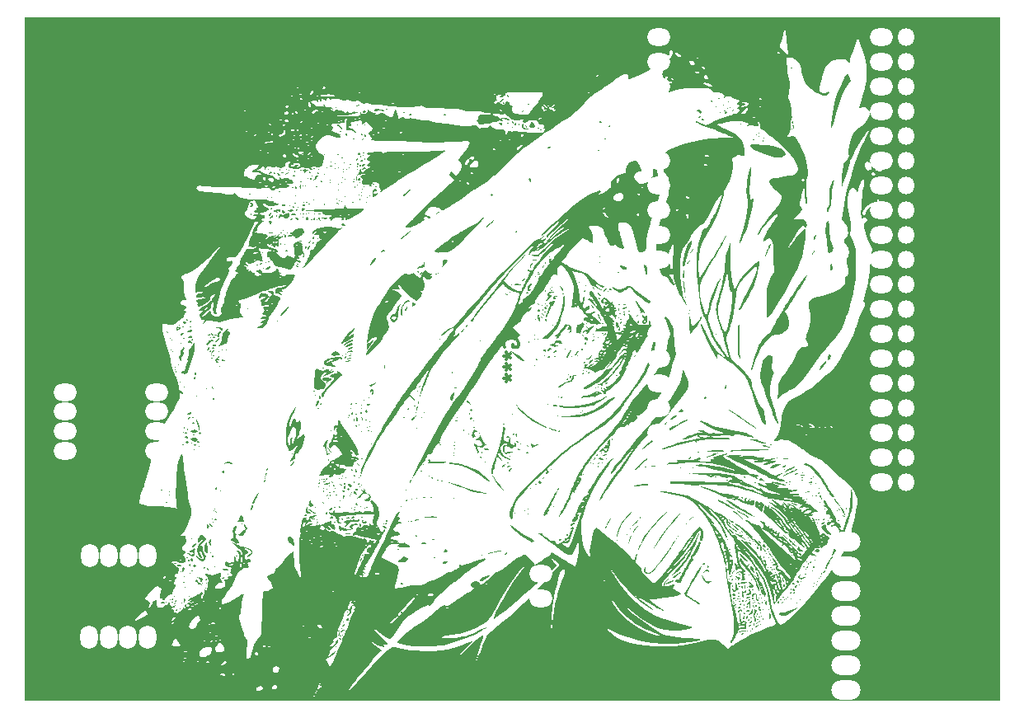
<source format=gbr>
%TF.GenerationSoftware,KiCad,Pcbnew,8.0.3*%
%TF.CreationDate,2024-06-24T21:54:25-07:00*%
%TF.ProjectId,Hardware_Device,48617264-7761-4726-955f-446576696365,rev?*%
%TF.SameCoordinates,Original*%
%TF.FileFunction,Legend,Bot*%
%TF.FilePolarity,Positive*%
%FSLAX46Y46*%
G04 Gerber Fmt 4.6, Leading zero omitted, Abs format (unit mm)*
G04 Created by KiCad (PCBNEW 8.0.3) date 2024-06-24 21:54:25*
%MOMM*%
%LPD*%
G01*
G04 APERTURE LIST*
%ADD10C,0.300000*%
%ADD11C,0.000000*%
%ADD12O,2.400000X1.800000*%
%ADD13O,1.800000X1.800000*%
%ADD14O,1.800000X2.400000*%
%ADD15O,3.000000X2.000000*%
G04 APERTURE END LIST*
D10*
X185599757Y-64978572D02*
X185528328Y-64835715D01*
X185528328Y-64835715D02*
X185528328Y-64621429D01*
X185528328Y-64621429D02*
X185599757Y-64407143D01*
X185599757Y-64407143D02*
X185742614Y-64264286D01*
X185742614Y-64264286D02*
X185885471Y-64192857D01*
X185885471Y-64192857D02*
X186171185Y-64121429D01*
X186171185Y-64121429D02*
X186385471Y-64121429D01*
X186385471Y-64121429D02*
X186671185Y-64192857D01*
X186671185Y-64192857D02*
X186814042Y-64264286D01*
X186814042Y-64264286D02*
X186956900Y-64407143D01*
X186956900Y-64407143D02*
X187028328Y-64621429D01*
X187028328Y-64621429D02*
X187028328Y-64764286D01*
X187028328Y-64764286D02*
X186956900Y-64978572D01*
X186956900Y-64978572D02*
X186885471Y-65050000D01*
X186885471Y-65050000D02*
X186385471Y-65050000D01*
X186385471Y-65050000D02*
X186385471Y-64764286D01*
X185528328Y-65907143D02*
X185885471Y-65907143D01*
X185742614Y-65550000D02*
X185885471Y-65907143D01*
X185885471Y-65907143D02*
X185742614Y-66264286D01*
X186171185Y-65692857D02*
X185885471Y-65907143D01*
X185885471Y-65907143D02*
X186171185Y-66121429D01*
X185528328Y-67050000D02*
X185885471Y-67050000D01*
X185742614Y-66692857D02*
X185885471Y-67050000D01*
X185885471Y-67050000D02*
X185742614Y-67407143D01*
X186171185Y-66835714D02*
X185885471Y-67050000D01*
X185885471Y-67050000D02*
X186171185Y-67264286D01*
X185528328Y-68192857D02*
X185885471Y-68192857D01*
X185742614Y-67835714D02*
X185885471Y-68192857D01*
X185885471Y-68192857D02*
X185742614Y-68550000D01*
X186171185Y-67978571D02*
X185885471Y-68192857D01*
X185885471Y-68192857D02*
X186171185Y-68407143D01*
D11*
%TO.C,G\u002A\u002A\u002A*%
G36*
X151201409Y-79849647D02*
G01*
X151156691Y-79894366D01*
X151111972Y-79849647D01*
X151156691Y-79804929D01*
X151201409Y-79849647D01*
G37*
G36*
X151201409Y-80207394D02*
G01*
X151156691Y-80252112D01*
X151111972Y-80207394D01*
X151156691Y-80162676D01*
X151201409Y-80207394D01*
G37*
G36*
X151290846Y-64108802D02*
G01*
X151246127Y-64153521D01*
X151201409Y-64108802D01*
X151246127Y-64064084D01*
X151290846Y-64108802D01*
G37*
G36*
X151290846Y-90939788D02*
G01*
X151246127Y-90984507D01*
X151201409Y-90939788D01*
X151246127Y-90895070D01*
X151290846Y-90939788D01*
G37*
G36*
X151380282Y-65271478D02*
G01*
X151335564Y-65316197D01*
X151290846Y-65271478D01*
X151335564Y-65226760D01*
X151380282Y-65271478D01*
G37*
G36*
X151469719Y-63303873D02*
G01*
X151425000Y-63348591D01*
X151380282Y-63303873D01*
X151425000Y-63259154D01*
X151469719Y-63303873D01*
G37*
G36*
X151469719Y-64287676D02*
G01*
X151425000Y-64332394D01*
X151380282Y-64287676D01*
X151425000Y-64242957D01*
X151469719Y-64287676D01*
G37*
G36*
X151469719Y-91476408D02*
G01*
X151425000Y-91521126D01*
X151380282Y-91476408D01*
X151425000Y-91431690D01*
X151469719Y-91476408D01*
G37*
G36*
X151559155Y-65450352D02*
G01*
X151514437Y-65495070D01*
X151469719Y-65450352D01*
X151514437Y-65405633D01*
X151559155Y-65450352D01*
G37*
G36*
X151648592Y-66344718D02*
G01*
X151603874Y-66389436D01*
X151559155Y-66344718D01*
X151603874Y-66300000D01*
X151648592Y-66344718D01*
G37*
G36*
X151738029Y-64913732D02*
G01*
X151693310Y-64958450D01*
X151648592Y-64913732D01*
X151693310Y-64869014D01*
X151738029Y-64913732D01*
G37*
G36*
X151738029Y-66702464D02*
G01*
X151693310Y-66747183D01*
X151648592Y-66702464D01*
X151693310Y-66657746D01*
X151738029Y-66702464D01*
G37*
G36*
X151827465Y-67060211D02*
G01*
X151782747Y-67104929D01*
X151738029Y-67060211D01*
X151782747Y-67015493D01*
X151827465Y-67060211D01*
G37*
G36*
X151827465Y-67328521D02*
G01*
X151782747Y-67373239D01*
X151738029Y-67328521D01*
X151782747Y-67283802D01*
X151827465Y-67328521D01*
G37*
G36*
X151916902Y-66165845D02*
G01*
X151872184Y-66210563D01*
X151827465Y-66165845D01*
X151872184Y-66121126D01*
X151916902Y-66165845D01*
G37*
G36*
X152095775Y-66791901D02*
G01*
X152051057Y-66836619D01*
X152006338Y-66791901D01*
X152051057Y-66747183D01*
X152095775Y-66791901D01*
G37*
G36*
X152095775Y-67686267D02*
G01*
X152051057Y-67730985D01*
X152006338Y-67686267D01*
X152051057Y-67641549D01*
X152095775Y-67686267D01*
G37*
G36*
X152185212Y-88525000D02*
G01*
X152140493Y-88569718D01*
X152095775Y-88525000D01*
X152140493Y-88480281D01*
X152185212Y-88525000D01*
G37*
G36*
X152185212Y-88793309D02*
G01*
X152140493Y-88838028D01*
X152095775Y-88793309D01*
X152140493Y-88748591D01*
X152185212Y-88793309D01*
G37*
G36*
X152274648Y-66613028D02*
G01*
X152229930Y-66657746D01*
X152185212Y-66613028D01*
X152229930Y-66568309D01*
X152274648Y-66613028D01*
G37*
G36*
X152274648Y-68580633D02*
G01*
X152229930Y-68625352D01*
X152185212Y-68580633D01*
X152229930Y-68535915D01*
X152274648Y-68580633D01*
G37*
G36*
X152364085Y-88077816D02*
G01*
X152319367Y-88122535D01*
X152274648Y-88077816D01*
X152319367Y-88033098D01*
X152364085Y-88077816D01*
G37*
G36*
X152364085Y-91476408D02*
G01*
X152319367Y-91521126D01*
X152274648Y-91476408D01*
X152319367Y-91431690D01*
X152364085Y-91476408D01*
G37*
G36*
X152453522Y-91297535D02*
G01*
X152408803Y-91342253D01*
X152364085Y-91297535D01*
X152408803Y-91252816D01*
X152453522Y-91297535D01*
G37*
G36*
X152632395Y-67954577D02*
G01*
X152587677Y-67999295D01*
X152542958Y-67954577D01*
X152587677Y-67909859D01*
X152632395Y-67954577D01*
G37*
G36*
X152632395Y-73767957D02*
G01*
X152587677Y-73812676D01*
X152542958Y-73767957D01*
X152587677Y-73723239D01*
X152632395Y-73767957D01*
G37*
G36*
X152721831Y-69117253D02*
G01*
X152677113Y-69161971D01*
X152632395Y-69117253D01*
X152677113Y-69072535D01*
X152721831Y-69117253D01*
G37*
G36*
X152811268Y-89687676D02*
G01*
X152766550Y-89732394D01*
X152721831Y-89687676D01*
X152766550Y-89642957D01*
X152811268Y-89687676D01*
G37*
G36*
X152900705Y-63125000D02*
G01*
X152855986Y-63169718D01*
X152811268Y-63125000D01*
X152855986Y-63080281D01*
X152900705Y-63125000D01*
G37*
G36*
X152900705Y-88256690D02*
G01*
X152855986Y-88301408D01*
X152811268Y-88256690D01*
X152855986Y-88211971D01*
X152900705Y-88256690D01*
G37*
G36*
X153169015Y-61336267D02*
G01*
X153124296Y-61380985D01*
X153079578Y-61336267D01*
X153124296Y-61291549D01*
X153169015Y-61336267D01*
G37*
G36*
X153169015Y-88614436D02*
G01*
X153124296Y-88659154D01*
X153079578Y-88614436D01*
X153124296Y-88569718D01*
X153169015Y-88614436D01*
G37*
G36*
X153258451Y-86736267D02*
G01*
X153213733Y-86780985D01*
X153169015Y-86736267D01*
X153213733Y-86691549D01*
X153258451Y-86736267D01*
G37*
G36*
X153258451Y-90582042D02*
G01*
X153213733Y-90626760D01*
X153169015Y-90582042D01*
X153213733Y-90537324D01*
X153258451Y-90582042D01*
G37*
G36*
X153526761Y-68044014D02*
G01*
X153482043Y-68088732D01*
X153437324Y-68044014D01*
X153482043Y-67999295D01*
X153526761Y-68044014D01*
G37*
G36*
X153526761Y-74841197D02*
G01*
X153482043Y-74885915D01*
X153437324Y-74841197D01*
X153482043Y-74796478D01*
X153526761Y-74841197D01*
G37*
G36*
X153526761Y-84679225D02*
G01*
X153482043Y-84723943D01*
X153437324Y-84679225D01*
X153482043Y-84634507D01*
X153526761Y-84679225D01*
G37*
G36*
X153526761Y-90134859D02*
G01*
X153482043Y-90179577D01*
X153437324Y-90134859D01*
X153482043Y-90090140D01*
X153526761Y-90134859D01*
G37*
G36*
X153973944Y-70011619D02*
G01*
X153929226Y-70056338D01*
X153884507Y-70011619D01*
X153929226Y-69966901D01*
X153973944Y-70011619D01*
G37*
G36*
X153973944Y-87004577D02*
G01*
X153929226Y-87049295D01*
X153884507Y-87004577D01*
X153929226Y-86959859D01*
X153973944Y-87004577D01*
G37*
G36*
X154242254Y-75198943D02*
G01*
X154197536Y-75243662D01*
X154152817Y-75198943D01*
X154197536Y-75154225D01*
X154242254Y-75198943D01*
G37*
G36*
X154242254Y-88435563D02*
G01*
X154197536Y-88480281D01*
X154152817Y-88435563D01*
X154197536Y-88390845D01*
X154242254Y-88435563D01*
G37*
G36*
X154421127Y-88435563D02*
G01*
X154376409Y-88480281D01*
X154331691Y-88435563D01*
X154376409Y-88390845D01*
X154421127Y-88435563D01*
G37*
G36*
X154510564Y-63482746D02*
G01*
X154465846Y-63527464D01*
X154421127Y-63482746D01*
X154465846Y-63438028D01*
X154510564Y-63482746D01*
G37*
G36*
X154600000Y-74394014D02*
G01*
X154555282Y-74438732D01*
X154510564Y-74394014D01*
X154555282Y-74349295D01*
X154600000Y-74394014D01*
G37*
G36*
X154600000Y-89240493D02*
G01*
X154555282Y-89285211D01*
X154510564Y-89240493D01*
X154555282Y-89195774D01*
X154600000Y-89240493D01*
G37*
G36*
X154689437Y-90582042D02*
G01*
X154644719Y-90626760D01*
X154600000Y-90582042D01*
X154644719Y-90537324D01*
X154689437Y-90582042D01*
G37*
G36*
X154868310Y-88703873D02*
G01*
X154823592Y-88748591D01*
X154778874Y-88703873D01*
X154823592Y-88659154D01*
X154868310Y-88703873D01*
G37*
G36*
X154957747Y-89777112D02*
G01*
X154913029Y-89821831D01*
X154868310Y-89777112D01*
X154913029Y-89732394D01*
X154957747Y-89777112D01*
G37*
G36*
X155047184Y-65003169D02*
G01*
X155002465Y-65047887D01*
X154957747Y-65003169D01*
X155002465Y-64958450D01*
X155047184Y-65003169D01*
G37*
G36*
X155047184Y-69832746D02*
G01*
X155002465Y-69877464D01*
X154957747Y-69832746D01*
X155002465Y-69788028D01*
X155047184Y-69832746D01*
G37*
G36*
X155047184Y-89240493D02*
G01*
X155002465Y-89285211D01*
X154957747Y-89240493D01*
X155002465Y-89195774D01*
X155047184Y-89240493D01*
G37*
G36*
X155404930Y-64019366D02*
G01*
X155360212Y-64064084D01*
X155315493Y-64019366D01*
X155360212Y-63974647D01*
X155404930Y-64019366D01*
G37*
G36*
X155404930Y-86110211D02*
G01*
X155360212Y-86154929D01*
X155315493Y-86110211D01*
X155360212Y-86065493D01*
X155404930Y-86110211D01*
G37*
G36*
X155494367Y-65808098D02*
G01*
X155449648Y-65852816D01*
X155404930Y-65808098D01*
X155449648Y-65763380D01*
X155494367Y-65808098D01*
G37*
G36*
X155762677Y-81817253D02*
G01*
X155717958Y-81861971D01*
X155673240Y-81817253D01*
X155717958Y-81772535D01*
X155762677Y-81817253D01*
G37*
G36*
X155762677Y-87004577D02*
G01*
X155717958Y-87049295D01*
X155673240Y-87004577D01*
X155717958Y-86959859D01*
X155762677Y-87004577D01*
G37*
G36*
X155852113Y-80565140D02*
G01*
X155807395Y-80609859D01*
X155762677Y-80565140D01*
X155807395Y-80520422D01*
X155852113Y-80565140D01*
G37*
G36*
X155852113Y-81638380D02*
G01*
X155807395Y-81683098D01*
X155762677Y-81638380D01*
X155807395Y-81593662D01*
X155852113Y-81638380D01*
G37*
G36*
X155852113Y-87541197D02*
G01*
X155807395Y-87585915D01*
X155762677Y-87541197D01*
X155807395Y-87496478D01*
X155852113Y-87541197D01*
G37*
G36*
X156120423Y-65003169D02*
G01*
X156075705Y-65047887D01*
X156030986Y-65003169D01*
X156075705Y-64958450D01*
X156120423Y-65003169D01*
G37*
G36*
X156299296Y-65450352D02*
G01*
X156254578Y-65495070D01*
X156209860Y-65450352D01*
X156254578Y-65405633D01*
X156299296Y-65450352D01*
G37*
G36*
X156388733Y-66970774D02*
G01*
X156344015Y-67015493D01*
X156299296Y-66970774D01*
X156344015Y-66926056D01*
X156388733Y-66970774D01*
G37*
G36*
X157909155Y-62946126D02*
G01*
X157864437Y-62990845D01*
X157819719Y-62946126D01*
X157864437Y-62901408D01*
X157909155Y-62946126D01*
G37*
G36*
X158624648Y-83158802D02*
G01*
X158579930Y-83203521D01*
X158535212Y-83158802D01*
X158579930Y-83114084D01*
X158624648Y-83158802D01*
G37*
G36*
X158714085Y-82085563D02*
G01*
X158669367Y-82130281D01*
X158624648Y-82085563D01*
X158669367Y-82040845D01*
X158714085Y-82085563D01*
G37*
G36*
X159250705Y-61067957D02*
G01*
X159205986Y-61112676D01*
X159161268Y-61067957D01*
X159205986Y-61023239D01*
X159250705Y-61067957D01*
G37*
G36*
X159876761Y-50693309D02*
G01*
X159832043Y-50738028D01*
X159787324Y-50693309D01*
X159832043Y-50648591D01*
X159876761Y-50693309D01*
G37*
G36*
X160771127Y-79402464D02*
G01*
X160726409Y-79447183D01*
X160681691Y-79402464D01*
X160726409Y-79357746D01*
X160771127Y-79402464D01*
G37*
G36*
X160860564Y-56685563D02*
G01*
X160815846Y-56730281D01*
X160771127Y-56685563D01*
X160815846Y-56640845D01*
X160860564Y-56685563D01*
G37*
G36*
X160950000Y-79044718D02*
G01*
X160905282Y-79089436D01*
X160860564Y-79044718D01*
X160905282Y-79000000D01*
X160950000Y-79044718D01*
G37*
G36*
X161039437Y-78508098D02*
G01*
X160994719Y-78552816D01*
X160950000Y-78508098D01*
X160994719Y-78463380D01*
X161039437Y-78508098D01*
G37*
G36*
X161128874Y-56327816D02*
G01*
X161084155Y-56372535D01*
X161039437Y-56327816D01*
X161084155Y-56283098D01*
X161128874Y-56327816D01*
G37*
G36*
X161307747Y-49620070D02*
G01*
X161263029Y-49664788D01*
X161218310Y-49620070D01*
X161263029Y-49575352D01*
X161307747Y-49620070D01*
G37*
G36*
X161397184Y-46758098D02*
G01*
X161352465Y-46802816D01*
X161307747Y-46758098D01*
X161352465Y-46713380D01*
X161397184Y-46758098D01*
G37*
G36*
X161397184Y-77166549D02*
G01*
X161352465Y-77211267D01*
X161307747Y-77166549D01*
X161352465Y-77121831D01*
X161397184Y-77166549D01*
G37*
G36*
X161665493Y-49620070D02*
G01*
X161620775Y-49664788D01*
X161576057Y-49620070D01*
X161620775Y-49575352D01*
X161665493Y-49620070D01*
G37*
G36*
X162291550Y-47563028D02*
G01*
X162246831Y-47607746D01*
X162202113Y-47563028D01*
X162246831Y-47518309D01*
X162291550Y-47563028D01*
G37*
G36*
X162291550Y-62320070D02*
G01*
X162246831Y-62364788D01*
X162202113Y-62320070D01*
X162246831Y-62275352D01*
X162291550Y-62320070D01*
G37*
G36*
X162917606Y-53018662D02*
G01*
X162872888Y-53063380D01*
X162828169Y-53018662D01*
X162872888Y-52973943D01*
X162917606Y-53018662D01*
G37*
G36*
X163096479Y-54449647D02*
G01*
X163051761Y-54494366D01*
X163007043Y-54449647D01*
X163051761Y-54404929D01*
X163096479Y-54449647D01*
G37*
G36*
X163454226Y-46847535D02*
G01*
X163409507Y-46892253D01*
X163364789Y-46847535D01*
X163409507Y-46802816D01*
X163454226Y-46847535D01*
G37*
G36*
X164527465Y-50335563D02*
G01*
X164482747Y-50380281D01*
X164438029Y-50335563D01*
X164482747Y-50290845D01*
X164527465Y-50335563D01*
G37*
G36*
X164706338Y-46847535D02*
G01*
X164661620Y-46892253D01*
X164616902Y-46847535D01*
X164661620Y-46802816D01*
X164706338Y-46847535D01*
G37*
G36*
X164706338Y-48010211D02*
G01*
X164661620Y-48054929D01*
X164616902Y-48010211D01*
X164661620Y-47965493D01*
X164706338Y-48010211D01*
G37*
G36*
X164885212Y-48457394D02*
G01*
X164840493Y-48502112D01*
X164795775Y-48457394D01*
X164840493Y-48412676D01*
X164885212Y-48457394D01*
G37*
G36*
X164885212Y-51677112D02*
G01*
X164840493Y-51721831D01*
X164795775Y-51677112D01*
X164840493Y-51632394D01*
X164885212Y-51677112D01*
G37*
G36*
X164885212Y-53913028D02*
G01*
X164840493Y-53957746D01*
X164795775Y-53913028D01*
X164840493Y-53868309D01*
X164885212Y-53913028D01*
G37*
G36*
X165064085Y-55075704D02*
G01*
X165019367Y-55120422D01*
X164974648Y-55075704D01*
X165019367Y-55030985D01*
X165064085Y-55075704D01*
G37*
G36*
X165153522Y-48457394D02*
G01*
X165108803Y-48502112D01*
X165064085Y-48457394D01*
X165108803Y-48412676D01*
X165153522Y-48457394D01*
G37*
G36*
X165242958Y-51319366D02*
G01*
X165198240Y-51364084D01*
X165153522Y-51319366D01*
X165198240Y-51274647D01*
X165242958Y-51319366D01*
G37*
G36*
X165421831Y-47473591D02*
G01*
X165377113Y-47518309D01*
X165332395Y-47473591D01*
X165377113Y-47428873D01*
X165421831Y-47473591D01*
G37*
G36*
X165511268Y-50514436D02*
G01*
X165466550Y-50559154D01*
X165421831Y-50514436D01*
X165466550Y-50469718D01*
X165511268Y-50514436D01*
G37*
G36*
X165511268Y-51229929D02*
G01*
X165466550Y-51274647D01*
X165421831Y-51229929D01*
X165466550Y-51185211D01*
X165511268Y-51229929D01*
G37*
G36*
X165690141Y-53376408D02*
G01*
X165645423Y-53421126D01*
X165600705Y-53376408D01*
X165645423Y-53331690D01*
X165690141Y-53376408D01*
G37*
G36*
X165869015Y-82175000D02*
G01*
X165824296Y-82219718D01*
X165779578Y-82175000D01*
X165824296Y-82130281D01*
X165869015Y-82175000D01*
G37*
G36*
X166047888Y-47026408D02*
G01*
X166003169Y-47071126D01*
X165958451Y-47026408D01*
X166003169Y-46981690D01*
X166047888Y-47026408D01*
G37*
G36*
X166047888Y-49888380D02*
G01*
X166003169Y-49933098D01*
X165958451Y-49888380D01*
X166003169Y-49843662D01*
X166047888Y-49888380D01*
G37*
G36*
X166137324Y-51319366D02*
G01*
X166092606Y-51364084D01*
X166047888Y-51319366D01*
X166092606Y-51274647D01*
X166137324Y-51319366D01*
G37*
G36*
X166226761Y-81459507D02*
G01*
X166182043Y-81504225D01*
X166137324Y-81459507D01*
X166182043Y-81414788D01*
X166226761Y-81459507D01*
G37*
G36*
X166316198Y-48546831D02*
G01*
X166271479Y-48591549D01*
X166226761Y-48546831D01*
X166271479Y-48502112D01*
X166316198Y-48546831D01*
G37*
G36*
X166495071Y-46758098D02*
G01*
X166450353Y-46802816D01*
X166405634Y-46758098D01*
X166450353Y-46713380D01*
X166495071Y-46758098D01*
G37*
G36*
X166763381Y-47294718D02*
G01*
X166718662Y-47339436D01*
X166673944Y-47294718D01*
X166718662Y-47250000D01*
X166763381Y-47294718D01*
G37*
G36*
X166852817Y-78597535D02*
G01*
X166808099Y-78642253D01*
X166763381Y-78597535D01*
X166808099Y-78552816D01*
X166852817Y-78597535D01*
G37*
G36*
X167031691Y-79491901D02*
G01*
X166986972Y-79536619D01*
X166942254Y-79491901D01*
X166986972Y-79447183D01*
X167031691Y-79491901D01*
G37*
G36*
X167121127Y-45237676D02*
G01*
X167076409Y-45282394D01*
X167031691Y-45237676D01*
X167076409Y-45192957D01*
X167121127Y-45237676D01*
G37*
G36*
X167300000Y-45416549D02*
G01*
X167255282Y-45461267D01*
X167210564Y-45416549D01*
X167255282Y-45371831D01*
X167300000Y-45416549D01*
G37*
G36*
X167389437Y-45953169D02*
G01*
X167344719Y-45997887D01*
X167300000Y-45953169D01*
X167344719Y-45908450D01*
X167389437Y-45953169D01*
G37*
G36*
X167389437Y-46579225D02*
G01*
X167344719Y-46623943D01*
X167300000Y-46579225D01*
X167344719Y-46534507D01*
X167389437Y-46579225D01*
G37*
G36*
X167389437Y-79581338D02*
G01*
X167344719Y-79626056D01*
X167300000Y-79581338D01*
X167344719Y-79536619D01*
X167389437Y-79581338D01*
G37*
G36*
X167478874Y-50335563D02*
G01*
X167434155Y-50380281D01*
X167389437Y-50335563D01*
X167434155Y-50290845D01*
X167478874Y-50335563D01*
G37*
G36*
X167478874Y-50603873D02*
G01*
X167434155Y-50648591D01*
X167389437Y-50603873D01*
X167434155Y-50559154D01*
X167478874Y-50603873D01*
G37*
G36*
X167568310Y-74036267D02*
G01*
X167523592Y-74080985D01*
X167478874Y-74036267D01*
X167523592Y-73991549D01*
X167568310Y-74036267D01*
G37*
G36*
X167747184Y-47026408D02*
G01*
X167702465Y-47071126D01*
X167657747Y-47026408D01*
X167702465Y-46981690D01*
X167747184Y-47026408D01*
G37*
G36*
X167747184Y-47831338D02*
G01*
X167702465Y-47876056D01*
X167657747Y-47831338D01*
X167702465Y-47786619D01*
X167747184Y-47831338D01*
G37*
G36*
X167747184Y-48099647D02*
G01*
X167702465Y-48144366D01*
X167657747Y-48099647D01*
X167702465Y-48054929D01*
X167747184Y-48099647D01*
G37*
G36*
X167836620Y-73589084D02*
G01*
X167791902Y-73633802D01*
X167747184Y-73589084D01*
X167791902Y-73544366D01*
X167836620Y-73589084D01*
G37*
G36*
X167926057Y-45505985D02*
G01*
X167881338Y-45550704D01*
X167836620Y-45505985D01*
X167881338Y-45461267D01*
X167926057Y-45505985D01*
G37*
G36*
X167926057Y-50156690D02*
G01*
X167881338Y-50201408D01*
X167836620Y-50156690D01*
X167881338Y-50111971D01*
X167926057Y-50156690D01*
G37*
G36*
X168104930Y-50425000D02*
G01*
X168060212Y-50469718D01*
X168015493Y-50425000D01*
X168060212Y-50380281D01*
X168104930Y-50425000D01*
G37*
G36*
X168194367Y-46132042D02*
G01*
X168149648Y-46176760D01*
X168104930Y-46132042D01*
X168149648Y-46087324D01*
X168194367Y-46132042D01*
G37*
G36*
X168194367Y-46668662D02*
G01*
X168149648Y-46713380D01*
X168104930Y-46668662D01*
X168149648Y-46623943D01*
X168194367Y-46668662D01*
G37*
G36*
X168194367Y-52392605D02*
G01*
X168149648Y-52437324D01*
X168104930Y-52392605D01*
X168149648Y-52347887D01*
X168194367Y-52392605D01*
G37*
G36*
X168194367Y-79491901D02*
G01*
X168149648Y-79536619D01*
X168104930Y-79491901D01*
X168149648Y-79447183D01*
X168194367Y-79491901D01*
G37*
G36*
X168283803Y-40408098D02*
G01*
X168239085Y-40452816D01*
X168194367Y-40408098D01*
X168239085Y-40363380D01*
X168283803Y-40408098D01*
G37*
G36*
X168283803Y-47205281D02*
G01*
X168239085Y-47250000D01*
X168194367Y-47205281D01*
X168239085Y-47160563D01*
X168283803Y-47205281D01*
G37*
G36*
X168283803Y-95769366D02*
G01*
X168239085Y-95814084D01*
X168194367Y-95769366D01*
X168239085Y-95724647D01*
X168283803Y-95769366D01*
G37*
G36*
X168373240Y-79223591D02*
G01*
X168328522Y-79268309D01*
X168283803Y-79223591D01*
X168328522Y-79178873D01*
X168373240Y-79223591D01*
G37*
G36*
X168462677Y-48636267D02*
G01*
X168417958Y-48680985D01*
X168373240Y-48636267D01*
X168417958Y-48591549D01*
X168462677Y-48636267D01*
G37*
G36*
X168462677Y-52034859D02*
G01*
X168417958Y-52079577D01*
X168373240Y-52034859D01*
X168417958Y-51990140D01*
X168462677Y-52034859D01*
G37*
G36*
X168552113Y-46579225D02*
G01*
X168507395Y-46623943D01*
X168462677Y-46579225D01*
X168507395Y-46534507D01*
X168552113Y-46579225D01*
G37*
G36*
X168552113Y-47563028D02*
G01*
X168507395Y-47607746D01*
X168462677Y-47563028D01*
X168507395Y-47518309D01*
X168552113Y-47563028D01*
G37*
G36*
X168552113Y-48278521D02*
G01*
X168507395Y-48323239D01*
X168462677Y-48278521D01*
X168507395Y-48233802D01*
X168552113Y-48278521D01*
G37*
G36*
X168552113Y-78776408D02*
G01*
X168507395Y-78821126D01*
X168462677Y-78776408D01*
X168507395Y-78731690D01*
X168552113Y-78776408D01*
G37*
G36*
X168641550Y-49977816D02*
G01*
X168596831Y-50022535D01*
X168552113Y-49977816D01*
X168596831Y-49933098D01*
X168641550Y-49977816D01*
G37*
G36*
X168641550Y-78508098D02*
G01*
X168596831Y-78552816D01*
X168552113Y-78508098D01*
X168596831Y-78463380D01*
X168641550Y-78508098D01*
G37*
G36*
X168641550Y-80475704D02*
G01*
X168596831Y-80520422D01*
X168552113Y-80475704D01*
X168596831Y-80430985D01*
X168641550Y-80475704D01*
G37*
G36*
X168730986Y-50603873D02*
G01*
X168686268Y-50648591D01*
X168641550Y-50603873D01*
X168686268Y-50559154D01*
X168730986Y-50603873D01*
G37*
G36*
X168820423Y-78865845D02*
G01*
X168775705Y-78910563D01*
X168730986Y-78865845D01*
X168775705Y-78821126D01*
X168820423Y-78865845D01*
G37*
G36*
X168909860Y-48099647D02*
G01*
X168865141Y-48144366D01*
X168820423Y-48099647D01*
X168865141Y-48054929D01*
X168909860Y-48099647D01*
G37*
G36*
X168909860Y-50067253D02*
G01*
X168865141Y-50111971D01*
X168820423Y-50067253D01*
X168865141Y-50022535D01*
X168909860Y-50067253D01*
G37*
G36*
X168909860Y-78508098D02*
G01*
X168865141Y-78552816D01*
X168820423Y-78508098D01*
X168865141Y-78463380D01*
X168909860Y-78508098D01*
G37*
G36*
X168909860Y-93891197D02*
G01*
X168865141Y-93935915D01*
X168820423Y-93891197D01*
X168865141Y-93846478D01*
X168909860Y-93891197D01*
G37*
G36*
X168999296Y-65897535D02*
G01*
X168954578Y-65942253D01*
X168909860Y-65897535D01*
X168954578Y-65852816D01*
X168999296Y-65897535D01*
G37*
G36*
X168999296Y-78239788D02*
G01*
X168954578Y-78284507D01*
X168909860Y-78239788D01*
X168954578Y-78195070D01*
X168999296Y-78239788D01*
G37*
G36*
X169088733Y-46758098D02*
G01*
X169044015Y-46802816D01*
X168999296Y-46758098D01*
X169044015Y-46713380D01*
X169088733Y-46758098D01*
G37*
G36*
X169088733Y-66523591D02*
G01*
X169044015Y-66568309D01*
X168999296Y-66523591D01*
X169044015Y-66478873D01*
X169088733Y-66523591D01*
G37*
G36*
X169267606Y-47741901D02*
G01*
X169222888Y-47786619D01*
X169178169Y-47741901D01*
X169222888Y-47697183D01*
X169267606Y-47741901D01*
G37*
G36*
X169357043Y-78418662D02*
G01*
X169312324Y-78463380D01*
X169267606Y-78418662D01*
X169312324Y-78373943D01*
X169357043Y-78418662D01*
G37*
G36*
X169625353Y-46579225D02*
G01*
X169580634Y-46623943D01*
X169535916Y-46579225D01*
X169580634Y-46534507D01*
X169625353Y-46579225D01*
G37*
G36*
X169804226Y-50425000D02*
G01*
X169759507Y-50469718D01*
X169714789Y-50425000D01*
X169759507Y-50380281D01*
X169804226Y-50425000D01*
G37*
G36*
X169804226Y-65718662D02*
G01*
X169759507Y-65763380D01*
X169714789Y-65718662D01*
X169759507Y-65673943D01*
X169804226Y-65718662D01*
G37*
G36*
X169893662Y-80922887D02*
G01*
X169848944Y-80967605D01*
X169804226Y-80922887D01*
X169848944Y-80878169D01*
X169893662Y-80922887D01*
G37*
G36*
X169893662Y-81548943D02*
G01*
X169848944Y-81593662D01*
X169804226Y-81548943D01*
X169848944Y-81504225D01*
X169893662Y-81548943D01*
G37*
G36*
X169983099Y-72784154D02*
G01*
X169938381Y-72828873D01*
X169893662Y-72784154D01*
X169938381Y-72739436D01*
X169983099Y-72784154D01*
G37*
G36*
X170072536Y-80565140D02*
G01*
X170027817Y-80609859D01*
X169983099Y-80565140D01*
X170027817Y-80520422D01*
X170072536Y-80565140D01*
G37*
G36*
X170161972Y-47741901D02*
G01*
X170117254Y-47786619D01*
X170072536Y-47741901D01*
X170117254Y-47697183D01*
X170161972Y-47741901D01*
G37*
G36*
X170251409Y-79313028D02*
G01*
X170206691Y-79357746D01*
X170161972Y-79313028D01*
X170206691Y-79268309D01*
X170251409Y-79313028D01*
G37*
G36*
X170251409Y-81459507D02*
G01*
X170206691Y-81504225D01*
X170161972Y-81459507D01*
X170206691Y-81414788D01*
X170251409Y-81459507D01*
G37*
G36*
X170340846Y-49262324D02*
G01*
X170296127Y-49307042D01*
X170251409Y-49262324D01*
X170296127Y-49217605D01*
X170340846Y-49262324D01*
G37*
G36*
X170340846Y-82532746D02*
G01*
X170296127Y-82577464D01*
X170251409Y-82532746D01*
X170296127Y-82488028D01*
X170340846Y-82532746D01*
G37*
G36*
X170519719Y-42196831D02*
G01*
X170475000Y-42241549D01*
X170430282Y-42196831D01*
X170475000Y-42152112D01*
X170519719Y-42196831D01*
G37*
G36*
X170519719Y-42465140D02*
G01*
X170475000Y-42509859D01*
X170430282Y-42465140D01*
X170475000Y-42420422D01*
X170519719Y-42465140D01*
G37*
G36*
X170519719Y-46758098D02*
G01*
X170475000Y-46802816D01*
X170430282Y-46758098D01*
X170475000Y-46713380D01*
X170519719Y-46758098D01*
G37*
G36*
X170519719Y-48367957D02*
G01*
X170475000Y-48412676D01*
X170430282Y-48367957D01*
X170475000Y-48323239D01*
X170519719Y-48367957D01*
G37*
G36*
X170698592Y-48994014D02*
G01*
X170653874Y-49038732D01*
X170609155Y-48994014D01*
X170653874Y-48949295D01*
X170698592Y-48994014D01*
G37*
G36*
X170698592Y-49351760D02*
G01*
X170653874Y-49396478D01*
X170609155Y-49351760D01*
X170653874Y-49307042D01*
X170698592Y-49351760D01*
G37*
G36*
X170698592Y-78418662D02*
G01*
X170653874Y-78463380D01*
X170609155Y-78418662D01*
X170653874Y-78373943D01*
X170698592Y-78418662D01*
G37*
G36*
X170788029Y-48099647D02*
G01*
X170743310Y-48144366D01*
X170698592Y-48099647D01*
X170743310Y-48054929D01*
X170788029Y-48099647D01*
G37*
G36*
X170877465Y-42644014D02*
G01*
X170832747Y-42688732D01*
X170788029Y-42644014D01*
X170832747Y-42599295D01*
X170877465Y-42644014D01*
G37*
G36*
X171056338Y-72784154D02*
G01*
X171011620Y-72828873D01*
X170966902Y-72784154D01*
X171011620Y-72739436D01*
X171056338Y-72784154D01*
G37*
G36*
X171056338Y-86378521D02*
G01*
X171011620Y-86423239D01*
X170966902Y-86378521D01*
X171011620Y-86333802D01*
X171056338Y-86378521D01*
G37*
G36*
X171145775Y-48546831D02*
G01*
X171101057Y-48591549D01*
X171056338Y-48546831D01*
X171101057Y-48502112D01*
X171145775Y-48546831D01*
G37*
G36*
X171145775Y-70458802D02*
G01*
X171101057Y-70503521D01*
X171056338Y-70458802D01*
X171101057Y-70414084D01*
X171145775Y-70458802D01*
G37*
G36*
X171235212Y-74036267D02*
G01*
X171190493Y-74080985D01*
X171145775Y-74036267D01*
X171190493Y-73991549D01*
X171235212Y-74036267D01*
G37*
G36*
X171235212Y-81548943D02*
G01*
X171190493Y-81593662D01*
X171145775Y-81548943D01*
X171190493Y-81504225D01*
X171235212Y-81548943D01*
G37*
G36*
X171324648Y-45416549D02*
G01*
X171279930Y-45461267D01*
X171235212Y-45416549D01*
X171279930Y-45371831D01*
X171324648Y-45416549D01*
G37*
G36*
X171503522Y-49620070D02*
G01*
X171458803Y-49664788D01*
X171414085Y-49620070D01*
X171458803Y-49575352D01*
X171503522Y-49620070D01*
G37*
G36*
X171503522Y-73231338D02*
G01*
X171458803Y-73276056D01*
X171414085Y-73231338D01*
X171458803Y-73186619D01*
X171503522Y-73231338D01*
G37*
G36*
X171682395Y-69832746D02*
G01*
X171637677Y-69877464D01*
X171592958Y-69832746D01*
X171637677Y-69788028D01*
X171682395Y-69832746D01*
G37*
G36*
X171682395Y-70190493D02*
G01*
X171637677Y-70235211D01*
X171592958Y-70190493D01*
X171637677Y-70145774D01*
X171682395Y-70190493D01*
G37*
G36*
X171682395Y-74036267D02*
G01*
X171637677Y-74080985D01*
X171592958Y-74036267D01*
X171637677Y-73991549D01*
X171682395Y-74036267D01*
G37*
G36*
X171682395Y-82622183D02*
G01*
X171637677Y-82666901D01*
X171592958Y-82622183D01*
X171637677Y-82577464D01*
X171682395Y-82622183D01*
G37*
G36*
X171771831Y-49441197D02*
G01*
X171727113Y-49485915D01*
X171682395Y-49441197D01*
X171727113Y-49396478D01*
X171771831Y-49441197D01*
G37*
G36*
X171771831Y-72426408D02*
G01*
X171727113Y-72471126D01*
X171682395Y-72426408D01*
X171727113Y-72381690D01*
X171771831Y-72426408D01*
G37*
G36*
X171950705Y-73678521D02*
G01*
X171905986Y-73723239D01*
X171861268Y-73678521D01*
X171905986Y-73633802D01*
X171950705Y-73678521D01*
G37*
G36*
X171950705Y-74930633D02*
G01*
X171905986Y-74975352D01*
X171861268Y-74930633D01*
X171905986Y-74885915D01*
X171950705Y-74930633D01*
G37*
G36*
X172576761Y-72605281D02*
G01*
X172532043Y-72650000D01*
X172487324Y-72605281D01*
X172532043Y-72560563D01*
X172576761Y-72605281D01*
G37*
G36*
X173202817Y-83158802D02*
G01*
X173158099Y-83203521D01*
X173113381Y-83158802D01*
X173158099Y-83114084D01*
X173202817Y-83158802D01*
G37*
G36*
X173918310Y-82353873D02*
G01*
X173873592Y-82398591D01*
X173828874Y-82353873D01*
X173873592Y-82309154D01*
X173918310Y-82353873D01*
G37*
G36*
X173918310Y-85394718D02*
G01*
X173873592Y-85439436D01*
X173828874Y-85394718D01*
X173873592Y-85350000D01*
X173918310Y-85394718D01*
G37*
G36*
X174007747Y-81996126D02*
G01*
X173963029Y-82040845D01*
X173918310Y-81996126D01*
X173963029Y-81951408D01*
X174007747Y-81996126D01*
G37*
G36*
X174991550Y-81370070D02*
G01*
X174946831Y-81414788D01*
X174902113Y-81370070D01*
X174946831Y-81325352D01*
X174991550Y-81370070D01*
G37*
G36*
X175528169Y-79670774D02*
G01*
X175483451Y-79715493D01*
X175438733Y-79670774D01*
X175483451Y-79626056D01*
X175528169Y-79670774D01*
G37*
G36*
X176154226Y-78418662D02*
G01*
X176109507Y-78463380D01*
X176064789Y-78418662D01*
X176109507Y-78373943D01*
X176154226Y-78418662D01*
G37*
G36*
X176511972Y-71710915D02*
G01*
X176467254Y-71755633D01*
X176422536Y-71710915D01*
X176467254Y-71666197D01*
X176511972Y-71710915D01*
G37*
G36*
X176959155Y-72784154D02*
G01*
X176914437Y-72828873D01*
X176869719Y-72784154D01*
X176914437Y-72739436D01*
X176959155Y-72784154D01*
G37*
G36*
X177048592Y-72605281D02*
G01*
X177003874Y-72650000D01*
X176959155Y-72605281D01*
X177003874Y-72560563D01*
X177048592Y-72605281D01*
G37*
G36*
X177138029Y-72247535D02*
G01*
X177093310Y-72292253D01*
X177048592Y-72247535D01*
X177093310Y-72202816D01*
X177138029Y-72247535D01*
G37*
G36*
X177316902Y-77077112D02*
G01*
X177272184Y-77121831D01*
X177227465Y-77077112D01*
X177272184Y-77032394D01*
X177316902Y-77077112D01*
G37*
G36*
X179016198Y-75020070D02*
G01*
X178971479Y-75064788D01*
X178926761Y-75020070D01*
X178971479Y-74975352D01*
X179016198Y-75020070D01*
G37*
G36*
X179284507Y-79223591D02*
G01*
X179239789Y-79268309D01*
X179195071Y-79223591D01*
X179239789Y-79178873D01*
X179284507Y-79223591D01*
G37*
G36*
X179642254Y-78865845D02*
G01*
X179597536Y-78910563D01*
X179552817Y-78865845D01*
X179597536Y-78821126D01*
X179642254Y-78865845D01*
G37*
G36*
X180447184Y-67686267D02*
G01*
X180402465Y-67730985D01*
X180357747Y-67686267D01*
X180402465Y-67641549D01*
X180447184Y-67686267D01*
G37*
G36*
X180447184Y-72873591D02*
G01*
X180402465Y-72918309D01*
X180357747Y-72873591D01*
X180402465Y-72828873D01*
X180447184Y-72873591D01*
G37*
G36*
X180536620Y-74483450D02*
G01*
X180491902Y-74528169D01*
X180447184Y-74483450D01*
X180491902Y-74438732D01*
X180536620Y-74483450D01*
G37*
G36*
X180536620Y-75467253D02*
G01*
X180491902Y-75511971D01*
X180447184Y-75467253D01*
X180491902Y-75422535D01*
X180536620Y-75467253D01*
G37*
G36*
X180715493Y-72247535D02*
G01*
X180670775Y-72292253D01*
X180626057Y-72247535D01*
X180670775Y-72202816D01*
X180715493Y-72247535D01*
G37*
G36*
X180715493Y-80565140D02*
G01*
X180670775Y-80609859D01*
X180626057Y-80565140D01*
X180670775Y-80520422D01*
X180715493Y-80565140D01*
G37*
G36*
X181967606Y-73946831D02*
G01*
X181922888Y-73991549D01*
X181878169Y-73946831D01*
X181922888Y-73902112D01*
X181967606Y-73946831D01*
G37*
G36*
X182414789Y-74483450D02*
G01*
X182370071Y-74528169D01*
X182325353Y-74483450D01*
X182370071Y-74438732D01*
X182414789Y-74483450D01*
G37*
G36*
X183040846Y-73857394D02*
G01*
X182996127Y-73902112D01*
X182951409Y-73857394D01*
X182996127Y-73812676D01*
X183040846Y-73857394D01*
G37*
G36*
X183130282Y-64377112D02*
G01*
X183085564Y-64421831D01*
X183040846Y-64377112D01*
X183085564Y-64332394D01*
X183130282Y-64377112D01*
G37*
G36*
X183309155Y-86378521D02*
G01*
X183264437Y-86423239D01*
X183219719Y-86378521D01*
X183264437Y-86333802D01*
X183309155Y-86378521D01*
G37*
G36*
X183666902Y-76808802D02*
G01*
X183622184Y-76853521D01*
X183577465Y-76808802D01*
X183622184Y-76764084D01*
X183666902Y-76808802D01*
G37*
G36*
X185187324Y-42465140D02*
G01*
X185142606Y-42509859D01*
X185097888Y-42465140D01*
X185142606Y-42420422D01*
X185187324Y-42465140D01*
G37*
G36*
X186171127Y-59368662D02*
G01*
X186126409Y-59413380D01*
X186081691Y-59368662D01*
X186126409Y-59323943D01*
X186171127Y-59368662D01*
G37*
G36*
X186439437Y-71889788D02*
G01*
X186394719Y-71934507D01*
X186350000Y-71889788D01*
X186394719Y-71845070D01*
X186439437Y-71889788D01*
G37*
G36*
X187244367Y-82264436D02*
G01*
X187199648Y-82309154D01*
X187154930Y-82264436D01*
X187199648Y-82219718D01*
X187244367Y-82264436D01*
G37*
G36*
X187602113Y-74215140D02*
G01*
X187557395Y-74259859D01*
X187512677Y-74215140D01*
X187557395Y-74170422D01*
X187602113Y-74215140D01*
G37*
G36*
X187602113Y-81012324D02*
G01*
X187557395Y-81057042D01*
X187512677Y-81012324D01*
X187557395Y-80967605D01*
X187602113Y-81012324D01*
G37*
G36*
X187691550Y-81817253D02*
G01*
X187646831Y-81861971D01*
X187602113Y-81817253D01*
X187646831Y-81772535D01*
X187691550Y-81817253D01*
G37*
G36*
X188049296Y-81638380D02*
G01*
X188004578Y-81683098D01*
X187959860Y-81638380D01*
X188004578Y-81593662D01*
X188049296Y-81638380D01*
G37*
G36*
X188138733Y-63035563D02*
G01*
X188094015Y-63080281D01*
X188049296Y-63035563D01*
X188094015Y-62990845D01*
X188138733Y-63035563D01*
G37*
G36*
X188675353Y-64198239D02*
G01*
X188630634Y-64242957D01*
X188585916Y-64198239D01*
X188630634Y-64153521D01*
X188675353Y-64198239D01*
G37*
G36*
X188675353Y-66881338D02*
G01*
X188630634Y-66926056D01*
X188585916Y-66881338D01*
X188630634Y-66836619D01*
X188675353Y-66881338D01*
G37*
G36*
X188764789Y-57758802D02*
G01*
X188720071Y-57803521D01*
X188675353Y-57758802D01*
X188720071Y-57714084D01*
X188764789Y-57758802D01*
G37*
G36*
X188764789Y-62141197D02*
G01*
X188720071Y-62185915D01*
X188675353Y-62141197D01*
X188720071Y-62096478D01*
X188764789Y-62141197D01*
G37*
G36*
X188764789Y-63214436D02*
G01*
X188720071Y-63259154D01*
X188675353Y-63214436D01*
X188720071Y-63169718D01*
X188764789Y-63214436D01*
G37*
G36*
X189211972Y-60263028D02*
G01*
X189167254Y-60307746D01*
X189122536Y-60263028D01*
X189167254Y-60218309D01*
X189211972Y-60263028D01*
G37*
G36*
X189301409Y-66255281D02*
G01*
X189256691Y-66300000D01*
X189211972Y-66255281D01*
X189256691Y-66210563D01*
X189301409Y-66255281D01*
G37*
G36*
X189569719Y-56506690D02*
G01*
X189525000Y-56551408D01*
X189480282Y-56506690D01*
X189525000Y-56461971D01*
X189569719Y-56506690D01*
G37*
G36*
X189659155Y-65003169D02*
G01*
X189614437Y-65047887D01*
X189569719Y-65003169D01*
X189614437Y-64958450D01*
X189659155Y-65003169D01*
G37*
G36*
X189748592Y-65897535D02*
G01*
X189703874Y-65942253D01*
X189659155Y-65897535D01*
X189703874Y-65852816D01*
X189748592Y-65897535D01*
G37*
G36*
X189838029Y-56864436D02*
G01*
X189793310Y-56909154D01*
X189748592Y-56864436D01*
X189793310Y-56819718D01*
X189838029Y-56864436D01*
G37*
G36*
X189838029Y-60531338D02*
G01*
X189793310Y-60576056D01*
X189748592Y-60531338D01*
X189793310Y-60486619D01*
X189838029Y-60531338D01*
G37*
G36*
X190285212Y-59010915D02*
G01*
X190240493Y-59055633D01*
X190195775Y-59010915D01*
X190240493Y-58966197D01*
X190285212Y-59010915D01*
G37*
G36*
X190285212Y-69832746D02*
G01*
X190240493Y-69877464D01*
X190195775Y-69832746D01*
X190240493Y-69788028D01*
X190285212Y-69832746D01*
G37*
G36*
X190464085Y-58832042D02*
G01*
X190419367Y-58876760D01*
X190374648Y-58832042D01*
X190419367Y-58787324D01*
X190464085Y-58832042D01*
G37*
G36*
X190553522Y-62767253D02*
G01*
X190508803Y-62811971D01*
X190464085Y-62767253D01*
X190508803Y-62722535D01*
X190553522Y-62767253D01*
G37*
G36*
X190642958Y-55612324D02*
G01*
X190598240Y-55657042D01*
X190553522Y-55612324D01*
X190598240Y-55567605D01*
X190642958Y-55612324D01*
G37*
G36*
X190642958Y-81370070D02*
G01*
X190598240Y-81414788D01*
X190553522Y-81370070D01*
X190598240Y-81325352D01*
X190642958Y-81370070D01*
G37*
G36*
X190821831Y-63572183D02*
G01*
X190777113Y-63616901D01*
X190732395Y-63572183D01*
X190777113Y-63527464D01*
X190821831Y-63572183D01*
G37*
G36*
X191090141Y-72068662D02*
G01*
X191045423Y-72113380D01*
X191000705Y-72068662D01*
X191045423Y-72023943D01*
X191090141Y-72068662D01*
G37*
G36*
X191179578Y-58474295D02*
G01*
X191134860Y-58519014D01*
X191090141Y-58474295D01*
X191134860Y-58429577D01*
X191179578Y-58474295D01*
G37*
G36*
X191805634Y-65182042D02*
G01*
X191760916Y-65226760D01*
X191716198Y-65182042D01*
X191760916Y-65137324D01*
X191805634Y-65182042D01*
G37*
G36*
X192342254Y-64466549D02*
G01*
X192297536Y-64511267D01*
X192252817Y-64466549D01*
X192297536Y-64421831D01*
X192342254Y-64466549D01*
G37*
G36*
X192610564Y-70369366D02*
G01*
X192565846Y-70414084D01*
X192521127Y-70369366D01*
X192565846Y-70324647D01*
X192610564Y-70369366D01*
G37*
G36*
X193147184Y-65897535D02*
G01*
X193102465Y-65942253D01*
X193057747Y-65897535D01*
X193102465Y-65852816D01*
X193147184Y-65897535D01*
G37*
G36*
X193147184Y-67328521D02*
G01*
X193102465Y-67373239D01*
X193057747Y-67328521D01*
X193102465Y-67283802D01*
X193147184Y-67328521D01*
G37*
G36*
X193415493Y-71710915D02*
G01*
X193370775Y-71755633D01*
X193326057Y-71710915D01*
X193370775Y-71666197D01*
X193415493Y-71710915D01*
G37*
G36*
X193594367Y-71532042D02*
G01*
X193549648Y-71576760D01*
X193504930Y-71532042D01*
X193549648Y-71487324D01*
X193594367Y-71532042D01*
G37*
G36*
X193683803Y-64824295D02*
G01*
X193639085Y-64869014D01*
X193594367Y-64824295D01*
X193639085Y-64779577D01*
X193683803Y-64824295D01*
G37*
G36*
X193683803Y-67417957D02*
G01*
X193639085Y-67462676D01*
X193594367Y-67417957D01*
X193639085Y-67373239D01*
X193683803Y-67417957D01*
G37*
G36*
X193683803Y-78060915D02*
G01*
X193639085Y-78105633D01*
X193594367Y-78060915D01*
X193639085Y-78016197D01*
X193683803Y-78060915D01*
G37*
G36*
X193683803Y-78776408D02*
G01*
X193639085Y-78821126D01*
X193594367Y-78776408D01*
X193639085Y-78731690D01*
X193683803Y-78776408D01*
G37*
G36*
X194041550Y-62588380D02*
G01*
X193996831Y-62633098D01*
X193952113Y-62588380D01*
X193996831Y-62543662D01*
X194041550Y-62588380D01*
G37*
G36*
X194041550Y-67507394D02*
G01*
X193996831Y-67552112D01*
X193952113Y-67507394D01*
X193996831Y-67462676D01*
X194041550Y-67507394D01*
G37*
G36*
X194488733Y-76898239D02*
G01*
X194444015Y-76942957D01*
X194399296Y-76898239D01*
X194444015Y-76853521D01*
X194488733Y-76898239D01*
G37*
G36*
X194757043Y-76987676D02*
G01*
X194712324Y-77032394D01*
X194667606Y-76987676D01*
X194712324Y-76942957D01*
X194757043Y-76987676D01*
G37*
G36*
X194846479Y-63929929D02*
G01*
X194801761Y-63974647D01*
X194757043Y-63929929D01*
X194801761Y-63885211D01*
X194846479Y-63929929D01*
G37*
G36*
X195204226Y-64019366D02*
G01*
X195159507Y-64064084D01*
X195114789Y-64019366D01*
X195159507Y-63974647D01*
X195204226Y-64019366D01*
G37*
G36*
X195204226Y-69117253D02*
G01*
X195159507Y-69161971D01*
X195114789Y-69117253D01*
X195159507Y-69072535D01*
X195204226Y-69117253D01*
G37*
G36*
X195383099Y-55701760D02*
G01*
X195338381Y-55746478D01*
X195293662Y-55701760D01*
X195338381Y-55657042D01*
X195383099Y-55701760D01*
G37*
G36*
X195383099Y-56327816D02*
G01*
X195338381Y-56372535D01*
X195293662Y-56327816D01*
X195338381Y-56283098D01*
X195383099Y-56327816D01*
G37*
G36*
X195651409Y-76898239D02*
G01*
X195606691Y-76942957D01*
X195561972Y-76898239D01*
X195606691Y-76853521D01*
X195651409Y-76898239D01*
G37*
G36*
X196098592Y-76451056D02*
G01*
X196053874Y-76495774D01*
X196009155Y-76451056D01*
X196053874Y-76406338D01*
X196098592Y-76451056D01*
G37*
G36*
X196277465Y-59279225D02*
G01*
X196232747Y-59323943D01*
X196188029Y-59279225D01*
X196232747Y-59234507D01*
X196277465Y-59279225D01*
G37*
G36*
X196724648Y-60173591D02*
G01*
X196679930Y-60218309D01*
X196635212Y-60173591D01*
X196679930Y-60128873D01*
X196724648Y-60173591D01*
G37*
G36*
X197171831Y-84858098D02*
G01*
X197127113Y-84902816D01*
X197082395Y-84858098D01*
X197127113Y-84813380D01*
X197171831Y-84858098D01*
G37*
G36*
X198155634Y-84232042D02*
G01*
X198110916Y-84276760D01*
X198066198Y-84232042D01*
X198110916Y-84187324D01*
X198155634Y-84232042D01*
G37*
G36*
X198334507Y-53644718D02*
G01*
X198289789Y-53689436D01*
X198245071Y-53644718D01*
X198289789Y-53600000D01*
X198334507Y-53644718D01*
G37*
G36*
X198692254Y-72963028D02*
G01*
X198647536Y-73007746D01*
X198602817Y-72963028D01*
X198647536Y-72918309D01*
X198692254Y-72963028D01*
G37*
G36*
X199854930Y-82175000D02*
G01*
X199810212Y-82219718D01*
X199765493Y-82175000D01*
X199810212Y-82130281D01*
X199854930Y-82175000D01*
G37*
G36*
X203253522Y-84679225D02*
G01*
X203208803Y-84723943D01*
X203164085Y-84679225D01*
X203208803Y-84634507D01*
X203253522Y-84679225D01*
G37*
G36*
X204326761Y-56596126D02*
G01*
X204282043Y-56640845D01*
X204237324Y-56596126D01*
X204282043Y-56551408D01*
X204326761Y-56596126D01*
G37*
G36*
X204326761Y-83158802D02*
G01*
X204282043Y-83203521D01*
X204237324Y-83158802D01*
X204282043Y-83114084D01*
X204326761Y-83158802D01*
G37*
G36*
X204595071Y-61246831D02*
G01*
X204550353Y-61291549D01*
X204505634Y-61246831D01*
X204550353Y-61202112D01*
X204595071Y-61246831D01*
G37*
G36*
X206920423Y-61604577D02*
G01*
X206875705Y-61649295D01*
X206830986Y-61604577D01*
X206875705Y-61559859D01*
X206920423Y-61604577D01*
G37*
G36*
X207099296Y-80565140D02*
G01*
X207054578Y-80609859D01*
X207009860Y-80565140D01*
X207054578Y-80520422D01*
X207099296Y-80565140D01*
G37*
G36*
X207367606Y-40318662D02*
G01*
X207322888Y-40363380D01*
X207278169Y-40318662D01*
X207322888Y-40273943D01*
X207367606Y-40318662D01*
G37*
G36*
X207367606Y-63661619D02*
G01*
X207322888Y-63706338D01*
X207278169Y-63661619D01*
X207322888Y-63616901D01*
X207367606Y-63661619D01*
G37*
G36*
X208083099Y-40139788D02*
G01*
X208038381Y-40184507D01*
X207993662Y-40139788D01*
X208038381Y-40095070D01*
X208083099Y-40139788D01*
G37*
G36*
X208530282Y-40497535D02*
G01*
X208485564Y-40542253D01*
X208440846Y-40497535D01*
X208485564Y-40452816D01*
X208530282Y-40497535D01*
G37*
G36*
X208619719Y-85305281D02*
G01*
X208575000Y-85350000D01*
X208530282Y-85305281D01*
X208575000Y-85260563D01*
X208619719Y-85305281D01*
G37*
G36*
X208798592Y-40408098D02*
G01*
X208753874Y-40452816D01*
X208709155Y-40408098D01*
X208753874Y-40363380D01*
X208798592Y-40408098D01*
G37*
G36*
X208798592Y-86110211D02*
G01*
X208753874Y-86154929D01*
X208709155Y-86110211D01*
X208753874Y-86065493D01*
X208798592Y-86110211D01*
G37*
G36*
X209156338Y-91297535D02*
G01*
X209111620Y-91342253D01*
X209066902Y-91297535D01*
X209111620Y-91252816D01*
X209156338Y-91297535D01*
G37*
G36*
X209335212Y-91029225D02*
G01*
X209290493Y-91073943D01*
X209245775Y-91029225D01*
X209290493Y-90984507D01*
X209335212Y-91029225D01*
G37*
G36*
X209424648Y-90224295D02*
G01*
X209379930Y-90269014D01*
X209335212Y-90224295D01*
X209379930Y-90179577D01*
X209424648Y-90224295D01*
G37*
G36*
X209782395Y-90850352D02*
G01*
X209737677Y-90895070D01*
X209692958Y-90850352D01*
X209737677Y-90805633D01*
X209782395Y-90850352D01*
G37*
G36*
X209871831Y-42107394D02*
G01*
X209827113Y-42152112D01*
X209782395Y-42107394D01*
X209827113Y-42062676D01*
X209871831Y-42107394D01*
G37*
G36*
X210140141Y-42733450D02*
G01*
X210095423Y-42778169D01*
X210050705Y-42733450D01*
X210095423Y-42688732D01*
X210140141Y-42733450D01*
G37*
G36*
X210229578Y-82443309D02*
G01*
X210184860Y-82488028D01*
X210140141Y-82443309D01*
X210184860Y-82398591D01*
X210229578Y-82443309D01*
G37*
G36*
X210497888Y-88972183D02*
G01*
X210453169Y-89016901D01*
X210408451Y-88972183D01*
X210453169Y-88927464D01*
X210497888Y-88972183D01*
G37*
G36*
X210587324Y-89687676D02*
G01*
X210542606Y-89732394D01*
X210497888Y-89687676D01*
X210542606Y-89642957D01*
X210587324Y-89687676D01*
G37*
G36*
X210587324Y-94159507D02*
G01*
X210542606Y-94204225D01*
X210497888Y-94159507D01*
X210542606Y-94114788D01*
X210587324Y-94159507D01*
G37*
G36*
X210676761Y-84589788D02*
G01*
X210632043Y-84634507D01*
X210587324Y-84589788D01*
X210632043Y-84545070D01*
X210676761Y-84589788D01*
G37*
G36*
X210766198Y-90939788D02*
G01*
X210721479Y-90984507D01*
X210676761Y-90939788D01*
X210721479Y-90895070D01*
X210766198Y-90939788D01*
G37*
G36*
X210855634Y-94159507D02*
G01*
X210810916Y-94204225D01*
X210766198Y-94159507D01*
X210810916Y-94114788D01*
X210855634Y-94159507D01*
G37*
G36*
X211034507Y-43985563D02*
G01*
X210989789Y-44030281D01*
X210945071Y-43985563D01*
X210989789Y-43940845D01*
X211034507Y-43985563D01*
G37*
G36*
X211034507Y-90134859D02*
G01*
X210989789Y-90179577D01*
X210945071Y-90134859D01*
X210989789Y-90090140D01*
X211034507Y-90134859D01*
G37*
G36*
X211123944Y-42465140D02*
G01*
X211079226Y-42509859D01*
X211034507Y-42465140D01*
X211079226Y-42420422D01*
X211123944Y-42465140D01*
G37*
G36*
X211123944Y-91297535D02*
G01*
X211079226Y-91342253D01*
X211034507Y-91297535D01*
X211079226Y-91252816D01*
X211123944Y-91297535D01*
G37*
G36*
X211213381Y-43985563D02*
G01*
X211168662Y-44030281D01*
X211123944Y-43985563D01*
X211168662Y-43940845D01*
X211213381Y-43985563D01*
G37*
G36*
X211213381Y-85573591D02*
G01*
X211168662Y-85618309D01*
X211123944Y-85573591D01*
X211168662Y-85528873D01*
X211213381Y-85573591D01*
G37*
G36*
X211213381Y-91029225D02*
G01*
X211168662Y-91073943D01*
X211123944Y-91029225D01*
X211168662Y-90984507D01*
X211213381Y-91029225D01*
G37*
G36*
X211302817Y-91208098D02*
G01*
X211258099Y-91252816D01*
X211213381Y-91208098D01*
X211258099Y-91163380D01*
X211302817Y-91208098D01*
G37*
G36*
X211481691Y-43180633D02*
G01*
X211436972Y-43225352D01*
X211392254Y-43180633D01*
X211436972Y-43135915D01*
X211481691Y-43180633D01*
G37*
G36*
X211481691Y-92639084D02*
G01*
X211436972Y-92683802D01*
X211392254Y-92639084D01*
X211436972Y-92594366D01*
X211481691Y-92639084D01*
G37*
G36*
X211750000Y-43001760D02*
G01*
X211705282Y-43046478D01*
X211660564Y-43001760D01*
X211705282Y-42957042D01*
X211750000Y-43001760D01*
G37*
G36*
X211750000Y-43359507D02*
G01*
X211705282Y-43404225D01*
X211660564Y-43359507D01*
X211705282Y-43314788D01*
X211750000Y-43359507D01*
G37*
G36*
X211750000Y-90760915D02*
G01*
X211705282Y-90805633D01*
X211660564Y-90760915D01*
X211705282Y-90716197D01*
X211750000Y-90760915D01*
G37*
G36*
X211839437Y-93712324D02*
G01*
X211794719Y-93757042D01*
X211750000Y-93712324D01*
X211794719Y-93667605D01*
X211839437Y-93712324D01*
G37*
G36*
X211928874Y-92281338D02*
G01*
X211884155Y-92326056D01*
X211839437Y-92281338D01*
X211884155Y-92236619D01*
X211928874Y-92281338D01*
G37*
G36*
X212018310Y-92639084D02*
G01*
X211973592Y-92683802D01*
X211928874Y-92639084D01*
X211973592Y-92594366D01*
X212018310Y-92639084D01*
G37*
G36*
X212107747Y-78865845D02*
G01*
X212063029Y-78910563D01*
X212018310Y-78865845D01*
X212063029Y-78821126D01*
X212107747Y-78865845D01*
G37*
G36*
X212107747Y-91476408D02*
G01*
X212063029Y-91521126D01*
X212018310Y-91476408D01*
X212063029Y-91431690D01*
X212107747Y-91476408D01*
G37*
G36*
X212197184Y-91744718D02*
G01*
X212152465Y-91789436D01*
X212107747Y-91744718D01*
X212152465Y-91700000D01*
X212197184Y-91744718D01*
G37*
G36*
X212286620Y-43538380D02*
G01*
X212241902Y-43583098D01*
X212197184Y-43538380D01*
X212241902Y-43493662D01*
X212286620Y-43538380D01*
G37*
G36*
X212644367Y-87630633D02*
G01*
X212599648Y-87675352D01*
X212554930Y-87630633D01*
X212599648Y-87585915D01*
X212644367Y-87630633D01*
G37*
G36*
X212733803Y-86020774D02*
G01*
X212689085Y-86065493D01*
X212644367Y-86020774D01*
X212689085Y-85976056D01*
X212733803Y-86020774D01*
G37*
G36*
X213896479Y-85215845D02*
G01*
X213851761Y-85260563D01*
X213807043Y-85215845D01*
X213851761Y-85171126D01*
X213896479Y-85215845D01*
G37*
G36*
X213985916Y-90939788D02*
G01*
X213941198Y-90984507D01*
X213896479Y-90939788D01*
X213941198Y-90895070D01*
X213985916Y-90939788D01*
G37*
G36*
X214343662Y-90939788D02*
G01*
X214298944Y-90984507D01*
X214254226Y-90939788D01*
X214298944Y-90895070D01*
X214343662Y-90939788D01*
G37*
G36*
X214522536Y-90850352D02*
G01*
X214477817Y-90895070D01*
X214433099Y-90850352D01*
X214477817Y-90805633D01*
X214522536Y-90850352D01*
G37*
G36*
X214701409Y-90671478D02*
G01*
X214656691Y-90716197D01*
X214611972Y-90671478D01*
X214656691Y-90626760D01*
X214701409Y-90671478D01*
G37*
G36*
X214701409Y-91923591D02*
G01*
X214656691Y-91968309D01*
X214611972Y-91923591D01*
X214656691Y-91878873D01*
X214701409Y-91923591D01*
G37*
G36*
X214790846Y-90224295D02*
G01*
X214746127Y-90269014D01*
X214701409Y-90224295D01*
X214746127Y-90179577D01*
X214790846Y-90224295D01*
G37*
G36*
X215059155Y-90850352D02*
G01*
X215014437Y-90895070D01*
X214969719Y-90850352D01*
X215014437Y-90805633D01*
X215059155Y-90850352D01*
G37*
G36*
X215148592Y-86378521D02*
G01*
X215103874Y-86423239D01*
X215059155Y-86378521D01*
X215103874Y-86333802D01*
X215148592Y-86378521D01*
G37*
G36*
X215238029Y-91565845D02*
G01*
X215193310Y-91610563D01*
X215148592Y-91565845D01*
X215193310Y-91521126D01*
X215238029Y-91565845D01*
G37*
G36*
X215416902Y-85036971D02*
G01*
X215372184Y-85081690D01*
X215327465Y-85036971D01*
X215372184Y-84992253D01*
X215416902Y-85036971D01*
G37*
G36*
X215595775Y-91297535D02*
G01*
X215551057Y-91342253D01*
X215506338Y-91297535D01*
X215551057Y-91252816D01*
X215595775Y-91297535D01*
G37*
G36*
X215685212Y-85036971D02*
G01*
X215640493Y-85081690D01*
X215595775Y-85036971D01*
X215640493Y-84992253D01*
X215685212Y-85036971D01*
G37*
G36*
X215685212Y-89866549D02*
G01*
X215640493Y-89911267D01*
X215595775Y-89866549D01*
X215640493Y-89821831D01*
X215685212Y-89866549D01*
G37*
G36*
X215864085Y-77166549D02*
G01*
X215819367Y-77211267D01*
X215774648Y-77166549D01*
X215819367Y-77121831D01*
X215864085Y-77166549D01*
G37*
G36*
X215864085Y-89419366D02*
G01*
X215819367Y-89464084D01*
X215774648Y-89419366D01*
X215819367Y-89374647D01*
X215864085Y-89419366D01*
G37*
G36*
X216042958Y-91476408D02*
G01*
X215998240Y-91521126D01*
X215953522Y-91476408D01*
X215998240Y-91431690D01*
X216042958Y-91476408D01*
G37*
G36*
X216132395Y-85663028D02*
G01*
X216087677Y-85707746D01*
X216042958Y-85663028D01*
X216087677Y-85618309D01*
X216132395Y-85663028D01*
G37*
G36*
X216221831Y-77882042D02*
G01*
X216177113Y-77926760D01*
X216132395Y-77882042D01*
X216177113Y-77837324D01*
X216221831Y-77882042D01*
G37*
G36*
X216490141Y-79044718D02*
G01*
X216445423Y-79089436D01*
X216400705Y-79044718D01*
X216445423Y-79000000D01*
X216490141Y-79044718D01*
G37*
G36*
X216579578Y-87809507D02*
G01*
X216534860Y-87854225D01*
X216490141Y-87809507D01*
X216534860Y-87764788D01*
X216579578Y-87809507D01*
G37*
G36*
X216847888Y-86915140D02*
G01*
X216803169Y-86959859D01*
X216758451Y-86915140D01*
X216803169Y-86870422D01*
X216847888Y-86915140D01*
G37*
G36*
X216937324Y-90045422D02*
G01*
X216892606Y-90090140D01*
X216847888Y-90045422D01*
X216892606Y-90000704D01*
X216937324Y-90045422D01*
G37*
G36*
X217116198Y-78508098D02*
G01*
X217071479Y-78552816D01*
X217026761Y-78508098D01*
X217071479Y-78463380D01*
X217116198Y-78508098D01*
G37*
G36*
X217205634Y-80296831D02*
G01*
X217160916Y-80341549D01*
X217116198Y-80296831D01*
X217160916Y-80252112D01*
X217205634Y-80296831D01*
G37*
G36*
X217205634Y-80565140D02*
G01*
X217160916Y-80609859D01*
X217116198Y-80565140D01*
X217160916Y-80520422D01*
X217205634Y-80565140D01*
G37*
G36*
X217205634Y-87988380D02*
G01*
X217160916Y-88033098D01*
X217116198Y-87988380D01*
X217160916Y-87943662D01*
X217205634Y-87988380D01*
G37*
G36*
X217295071Y-78329225D02*
G01*
X217250353Y-78373943D01*
X217205634Y-78329225D01*
X217250353Y-78284507D01*
X217295071Y-78329225D01*
G37*
G36*
X217295071Y-89598239D02*
G01*
X217250353Y-89642957D01*
X217205634Y-89598239D01*
X217250353Y-89553521D01*
X217295071Y-89598239D01*
G37*
G36*
X217384507Y-89240493D02*
G01*
X217339789Y-89285211D01*
X217295071Y-89240493D01*
X217339789Y-89195774D01*
X217384507Y-89240493D01*
G37*
G36*
X217563381Y-80565140D02*
G01*
X217518662Y-80609859D01*
X217473944Y-80565140D01*
X217518662Y-80520422D01*
X217563381Y-80565140D01*
G37*
G36*
X217652817Y-89419366D02*
G01*
X217608099Y-89464084D01*
X217563381Y-89419366D01*
X217608099Y-89374647D01*
X217652817Y-89419366D01*
G37*
G36*
X217742254Y-83069366D02*
G01*
X217697536Y-83114084D01*
X217652817Y-83069366D01*
X217697536Y-83024647D01*
X217742254Y-83069366D01*
G37*
G36*
X217742254Y-89061619D02*
G01*
X217697536Y-89106338D01*
X217652817Y-89061619D01*
X217697536Y-89016901D01*
X217742254Y-89061619D01*
G37*
G36*
X217921127Y-79491901D02*
G01*
X217876409Y-79536619D01*
X217831691Y-79491901D01*
X217876409Y-79447183D01*
X217921127Y-79491901D01*
G37*
G36*
X218100000Y-82175000D02*
G01*
X218055282Y-82219718D01*
X218010564Y-82175000D01*
X218055282Y-82130281D01*
X218100000Y-82175000D01*
G37*
G36*
X218100000Y-83695422D02*
G01*
X218055282Y-83740140D01*
X218010564Y-83695422D01*
X218055282Y-83650704D01*
X218100000Y-83695422D01*
G37*
G36*
X218189437Y-81906690D02*
G01*
X218144719Y-81951408D01*
X218100000Y-81906690D01*
X218144719Y-81861971D01*
X218189437Y-81906690D01*
G37*
G36*
X219799296Y-81817253D02*
G01*
X219754578Y-81861971D01*
X219709860Y-81817253D01*
X219754578Y-81772535D01*
X219799296Y-81817253D01*
G37*
G36*
X219888733Y-80475704D02*
G01*
X219844015Y-80520422D01*
X219799296Y-80475704D01*
X219844015Y-80430985D01*
X219888733Y-80475704D01*
G37*
G36*
X220067606Y-84679225D02*
G01*
X220022888Y-84723943D01*
X219978169Y-84679225D01*
X220022888Y-84634507D01*
X220067606Y-84679225D01*
G37*
G36*
X220514789Y-85305281D02*
G01*
X220470071Y-85350000D01*
X220425353Y-85305281D01*
X220470071Y-85260563D01*
X220514789Y-85305281D01*
G37*
G36*
X150735117Y-79937286D02*
G01*
X150724414Y-80043427D01*
X150697513Y-80057419D01*
X150664789Y-79983802D01*
X150671244Y-79936455D01*
X150724414Y-79924178D01*
X150735117Y-79937286D01*
G37*
G36*
X150824554Y-91206301D02*
G01*
X150813850Y-91312441D01*
X150786949Y-91326433D01*
X150754226Y-91252816D01*
X150760680Y-91205469D01*
X150813850Y-91193192D01*
X150824554Y-91206301D01*
G37*
G36*
X151529343Y-91193192D02*
G01*
X151543335Y-91220093D01*
X151469719Y-91252816D01*
X151422371Y-91246362D01*
X151410094Y-91193192D01*
X151423203Y-91182488D01*
X151529343Y-91193192D01*
G37*
G36*
X151708216Y-90567136D02*
G01*
X151722208Y-90594037D01*
X151648592Y-90626760D01*
X151601245Y-90620306D01*
X151588968Y-90567136D01*
X151602076Y-90556432D01*
X151708216Y-90567136D01*
G37*
G36*
X151797653Y-90388262D02*
G01*
X151811645Y-90415163D01*
X151738029Y-90447887D01*
X151690681Y-90441432D01*
X151678404Y-90388262D01*
X151691513Y-90377559D01*
X151797653Y-90388262D01*
G37*
G36*
X151897793Y-67505596D02*
G01*
X151887090Y-67611737D01*
X151860189Y-67625729D01*
X151827465Y-67552112D01*
X151833920Y-67504765D01*
X151887090Y-67492488D01*
X151897793Y-67505596D01*
G37*
G36*
X152076667Y-66521793D02*
G01*
X152065963Y-66627934D01*
X152039062Y-66641926D01*
X152006338Y-66568309D01*
X152012793Y-66520962D01*
X152065963Y-66508685D01*
X152076667Y-66521793D01*
G37*
G36*
X152065963Y-88957277D02*
G01*
X152079955Y-88984178D01*
X152006338Y-89016901D01*
X151958991Y-89010447D01*
X151946714Y-88957277D01*
X151959823Y-88946573D01*
X152065963Y-88957277D01*
G37*
G36*
X152076667Y-91653484D02*
G01*
X152065963Y-91759624D01*
X152039062Y-91773616D01*
X152006338Y-91700000D01*
X152012793Y-91652652D01*
X152065963Y-91640375D01*
X152076667Y-91653484D01*
G37*
G36*
X152244836Y-62752347D02*
G01*
X152258828Y-62779248D01*
X152185212Y-62811971D01*
X152137864Y-62805517D01*
X152125587Y-62752347D01*
X152138696Y-62741643D01*
X152244836Y-62752347D01*
G37*
G36*
X152255540Y-90490808D02*
G01*
X152244836Y-90596948D01*
X152217935Y-90610940D01*
X152185212Y-90537324D01*
X152191666Y-90489976D01*
X152244836Y-90477699D01*
X152255540Y-90490808D01*
G37*
G36*
X152344977Y-64554188D02*
G01*
X152334273Y-64660328D01*
X152307372Y-64674320D01*
X152274648Y-64600704D01*
X152281103Y-64553356D01*
X152334273Y-64541079D01*
X152344977Y-64554188D01*
G37*
G36*
X152334273Y-90209389D02*
G01*
X152348265Y-90236290D01*
X152274648Y-90269014D01*
X152227301Y-90262559D01*
X152215024Y-90209389D01*
X152228132Y-90198685D01*
X152334273Y-90209389D01*
G37*
G36*
X152602583Y-75005164D02*
G01*
X152616575Y-75032065D01*
X152542958Y-75064788D01*
X152495611Y-75058334D01*
X152483334Y-75005164D01*
X152496442Y-74994460D01*
X152602583Y-75005164D01*
G37*
G36*
X152692019Y-64093896D02*
G01*
X152706011Y-64120797D01*
X152632395Y-64153521D01*
X152585047Y-64147066D01*
X152572770Y-64093896D01*
X152585879Y-64083192D01*
X152692019Y-64093896D01*
G37*
G36*
X152692019Y-89136150D02*
G01*
X152706011Y-89163051D01*
X152632395Y-89195774D01*
X152585047Y-89189320D01*
X152572770Y-89136150D01*
X152585879Y-89125446D01*
X152692019Y-89136150D01*
G37*
G36*
X153061899Y-73421356D02*
G01*
X153051237Y-73561135D01*
X153019044Y-73602532D01*
X152997202Y-73507101D01*
X153003526Y-73416388D01*
X153044176Y-73389715D01*
X153061899Y-73421356D01*
G37*
G36*
X153318076Y-88241784D02*
G01*
X153332068Y-88268685D01*
X153258451Y-88301408D01*
X153211104Y-88294954D01*
X153198827Y-88241784D01*
X153211935Y-88231080D01*
X153318076Y-88241784D01*
G37*
G36*
X153686526Y-63659822D02*
G01*
X153675822Y-63765962D01*
X153648921Y-63779954D01*
X153616198Y-63706338D01*
X153622652Y-63658990D01*
X153675822Y-63646713D01*
X153686526Y-63659822D01*
G37*
G36*
X153765259Y-75541784D02*
G01*
X153779251Y-75568685D01*
X153705634Y-75601408D01*
X153658287Y-75594954D01*
X153646010Y-75541784D01*
X153659118Y-75531080D01*
X153765259Y-75541784D01*
G37*
G36*
X153765259Y-75899530D02*
G01*
X153779251Y-75926431D01*
X153705634Y-75959154D01*
X153658287Y-75952700D01*
X153646010Y-75899530D01*
X153659118Y-75888826D01*
X153765259Y-75899530D01*
G37*
G36*
X153775962Y-86734470D02*
G01*
X153765259Y-86840610D01*
X153738358Y-86854602D01*
X153705634Y-86780985D01*
X153712089Y-86733638D01*
X153765259Y-86721361D01*
X153775962Y-86734470D01*
G37*
G36*
X154044272Y-88612639D02*
G01*
X154033569Y-88718779D01*
X154006668Y-88732771D01*
X153973944Y-88659154D01*
X153980399Y-88611807D01*
X154033569Y-88599530D01*
X154044272Y-88612639D01*
G37*
G36*
X155017371Y-69281220D02*
G01*
X155031363Y-69308121D01*
X154957747Y-69340845D01*
X154910399Y-69334390D01*
X154898123Y-69281220D01*
X154911231Y-69270516D01*
X155017371Y-69281220D01*
G37*
G36*
X155564695Y-82620385D02*
G01*
X155553991Y-82726525D01*
X155527090Y-82740517D01*
X155494367Y-82666901D01*
X155500821Y-82619554D01*
X155553991Y-82607277D01*
X155564695Y-82620385D01*
G37*
G36*
X155654132Y-82978132D02*
G01*
X155643428Y-83084272D01*
X155616527Y-83098264D01*
X155583803Y-83024647D01*
X155590258Y-82977300D01*
X155643428Y-82965023D01*
X155654132Y-82978132D01*
G37*
G36*
X155732864Y-63467840D02*
G01*
X155746856Y-63494741D01*
X155673240Y-63527464D01*
X155625892Y-63521010D01*
X155613615Y-63467840D01*
X155626724Y-63457136D01*
X155732864Y-63467840D01*
G37*
G36*
X156001174Y-63467840D02*
G01*
X156015166Y-63494741D01*
X155941550Y-63527464D01*
X155894202Y-63521010D01*
X155881925Y-63467840D01*
X155895034Y-63457136D01*
X156001174Y-63467840D01*
G37*
G36*
X156448357Y-79745305D02*
G01*
X156462349Y-79772206D01*
X156388733Y-79804929D01*
X156341385Y-79798475D01*
X156329108Y-79745305D01*
X156342217Y-79734601D01*
X156448357Y-79745305D01*
G37*
G36*
X156537794Y-66598122D02*
G01*
X156551786Y-66625023D01*
X156478169Y-66657746D01*
X156430822Y-66651292D01*
X156418545Y-66598122D01*
X156431654Y-66587418D01*
X156537794Y-66598122D01*
G37*
G36*
X156627231Y-65256572D02*
G01*
X156641223Y-65283473D01*
X156567606Y-65316197D01*
X156520259Y-65309742D01*
X156507982Y-65256572D01*
X156521090Y-65245869D01*
X156627231Y-65256572D01*
G37*
G36*
X157253287Y-88331220D02*
G01*
X157267279Y-88358121D01*
X157193662Y-88390845D01*
X157146315Y-88384390D01*
X157134038Y-88331220D01*
X157147146Y-88320516D01*
X157253287Y-88331220D01*
G37*
G36*
X157700470Y-75988967D02*
G01*
X157714462Y-76015868D01*
X157640846Y-76048591D01*
X157593498Y-76042137D01*
X157581221Y-75988967D01*
X157594330Y-75978263D01*
X157700470Y-75988967D01*
G37*
G36*
X159589343Y-51317568D02*
G01*
X159578639Y-51423708D01*
X159551738Y-51437701D01*
X159519015Y-51364084D01*
X159525469Y-51316737D01*
X159578639Y-51304460D01*
X159589343Y-51317568D01*
G37*
G36*
X159899120Y-49247810D02*
G01*
X159914291Y-49278865D01*
X159787324Y-49292920D01*
X159664293Y-49280453D01*
X159675529Y-49247810D01*
X159716012Y-49235997D01*
X159899120Y-49247810D01*
G37*
G36*
X160830752Y-55329108D02*
G01*
X160844744Y-55356009D01*
X160771127Y-55388732D01*
X160723780Y-55382278D01*
X160711503Y-55329108D01*
X160724611Y-55318404D01*
X160830752Y-55329108D01*
G37*
G36*
X160841455Y-56862639D02*
G01*
X160830752Y-56968779D01*
X160803851Y-56982771D01*
X160771127Y-56909154D01*
X160777582Y-56861807D01*
X160830752Y-56849530D01*
X160841455Y-56862639D01*
G37*
G36*
X161950573Y-57026932D02*
G01*
X161991970Y-57059125D01*
X161896538Y-57080967D01*
X161805826Y-57074643D01*
X161779152Y-57033993D01*
X161810794Y-57016270D01*
X161950573Y-57026932D01*
G37*
G36*
X162183005Y-51496441D02*
G01*
X162172301Y-51602582D01*
X162145400Y-51616574D01*
X162112677Y-51542957D01*
X162119131Y-51495610D01*
X162172301Y-51483333D01*
X162183005Y-51496441D01*
G37*
G36*
X162540751Y-46756301D02*
G01*
X162530047Y-46862441D01*
X162503146Y-46876433D01*
X162470423Y-46802816D01*
X162476877Y-46755469D01*
X162530047Y-46743192D01*
X162540751Y-46756301D01*
G37*
G36*
X162631617Y-54371356D02*
G01*
X162620955Y-54511135D01*
X162588763Y-54552532D01*
X162566920Y-54457101D01*
X162573244Y-54366388D01*
X162613894Y-54339715D01*
X162631617Y-54371356D01*
G37*
G36*
X162755502Y-53270594D02*
G01*
X162796899Y-53302787D01*
X162701468Y-53324629D01*
X162610755Y-53318305D01*
X162584082Y-53277655D01*
X162615724Y-53259932D01*
X162755502Y-53270594D01*
G37*
G36*
X162844939Y-47099468D02*
G01*
X162886336Y-47131660D01*
X162790904Y-47153502D01*
X162700192Y-47147178D01*
X162673519Y-47106528D01*
X162705160Y-47088805D01*
X162844939Y-47099468D01*
G37*
G36*
X163245540Y-46743192D02*
G01*
X163259532Y-46770093D01*
X163185916Y-46802816D01*
X163138568Y-46796362D01*
X163126292Y-46743192D01*
X163139400Y-46732488D01*
X163245540Y-46743192D01*
G37*
G36*
X163334977Y-53272065D02*
G01*
X163348969Y-53298966D01*
X163275353Y-53331690D01*
X163228005Y-53325235D01*
X163215728Y-53272065D01*
X163228837Y-53261361D01*
X163334977Y-53272065D01*
G37*
G36*
X163603287Y-50678403D02*
G01*
X163617279Y-50705304D01*
X163543662Y-50738028D01*
X163496315Y-50731573D01*
X163484038Y-50678403D01*
X163497146Y-50667700D01*
X163603287Y-50678403D01*
G37*
G36*
X163792864Y-75912639D02*
G01*
X163782160Y-76018779D01*
X163755259Y-76032771D01*
X163722536Y-75959154D01*
X163728990Y-75911807D01*
X163782160Y-75899530D01*
X163792864Y-75912639D01*
G37*
G36*
X164061174Y-46935174D02*
G01*
X164050470Y-47041314D01*
X164023569Y-47055306D01*
X163990846Y-46981690D01*
X163997300Y-46934342D01*
X164050470Y-46922065D01*
X164061174Y-46935174D01*
G37*
G36*
X164150610Y-49439399D02*
G01*
X164139907Y-49545539D01*
X164113006Y-49559532D01*
X164080282Y-49485915D01*
X164086737Y-49438568D01*
X164139907Y-49426291D01*
X164150610Y-49439399D01*
G37*
G36*
X164186488Y-50229749D02*
G01*
X164227885Y-50261942D01*
X164132454Y-50283784D01*
X164041741Y-50277460D01*
X164015068Y-50236810D01*
X164046709Y-50219087D01*
X164186488Y-50229749D01*
G37*
G36*
X164866103Y-51854188D02*
G01*
X164855400Y-51960328D01*
X164828499Y-51974320D01*
X164795775Y-51900704D01*
X164802230Y-51853356D01*
X164855400Y-51841079D01*
X164866103Y-51854188D01*
G37*
G36*
X164955540Y-47382357D02*
G01*
X164944836Y-47488497D01*
X164917935Y-47502489D01*
X164885212Y-47428873D01*
X164891666Y-47381525D01*
X164944836Y-47369248D01*
X164955540Y-47382357D01*
G37*
G36*
X165034273Y-50141784D02*
G01*
X165048265Y-50168685D01*
X164974648Y-50201408D01*
X164927301Y-50194954D01*
X164915024Y-50141784D01*
X164928132Y-50131080D01*
X165034273Y-50141784D01*
G37*
G36*
X165302583Y-50141784D02*
G01*
X165316575Y-50168685D01*
X165242958Y-50201408D01*
X165195611Y-50194954D01*
X165183334Y-50141784D01*
X165196442Y-50131080D01*
X165302583Y-50141784D01*
G37*
G36*
X165402723Y-47650667D02*
G01*
X165392019Y-47756807D01*
X165365118Y-47770799D01*
X165332395Y-47697183D01*
X165338849Y-47649835D01*
X165392019Y-47637558D01*
X165402723Y-47650667D01*
G37*
G36*
X165392019Y-50767840D02*
G01*
X165406011Y-50794741D01*
X165332395Y-50827464D01*
X165285047Y-50821010D01*
X165272770Y-50767840D01*
X165285879Y-50757136D01*
X165392019Y-50767840D01*
G37*
G36*
X165570892Y-50320657D02*
G01*
X165584885Y-50347558D01*
X165511268Y-50380281D01*
X165463921Y-50373827D01*
X165451644Y-50320657D01*
X165464752Y-50309953D01*
X165570892Y-50320657D01*
G37*
G36*
X166107512Y-47279812D02*
G01*
X166121504Y-47306713D01*
X166047888Y-47339436D01*
X166000540Y-47332982D01*
X165988263Y-47279812D01*
X166001372Y-47269108D01*
X166107512Y-47279812D01*
G37*
G36*
X166207653Y-69920385D02*
G01*
X166196949Y-70026525D01*
X166170048Y-70040517D01*
X166137324Y-69966901D01*
X166143779Y-69919554D01*
X166196949Y-69907277D01*
X166207653Y-69920385D01*
G37*
G36*
X166375822Y-51930516D02*
G01*
X166389814Y-51957417D01*
X166316198Y-51990140D01*
X166268850Y-51983686D01*
X166256573Y-51930516D01*
X166269682Y-51919812D01*
X166375822Y-51930516D01*
G37*
G36*
X166375822Y-82696713D02*
G01*
X166389814Y-82723614D01*
X166316198Y-82756338D01*
X166268850Y-82749883D01*
X166256573Y-82696713D01*
X166269682Y-82686009D01*
X166375822Y-82696713D01*
G37*
G36*
X166375822Y-83143896D02*
G01*
X166389814Y-83170797D01*
X166316198Y-83203521D01*
X166268850Y-83197066D01*
X166256573Y-83143896D01*
X166269682Y-83133192D01*
X166375822Y-83143896D01*
G37*
G36*
X166422404Y-82963552D02*
G01*
X166463801Y-82995744D01*
X166368369Y-83017587D01*
X166277657Y-83011263D01*
X166250983Y-82970613D01*
X166282625Y-82952890D01*
X166422404Y-82963552D01*
G37*
G36*
X166644132Y-78672065D02*
G01*
X166658124Y-78698966D01*
X166584507Y-78731690D01*
X166537160Y-78725235D01*
X166524883Y-78672065D01*
X166537992Y-78661361D01*
X166644132Y-78672065D01*
G37*
G36*
X166823005Y-47548122D02*
G01*
X166836997Y-47575023D01*
X166763381Y-47607746D01*
X166716033Y-47601292D01*
X166703756Y-47548122D01*
X166716865Y-47537418D01*
X166823005Y-47548122D01*
G37*
G36*
X167014012Y-79771356D02*
G01*
X167003349Y-79911135D01*
X166971157Y-79952532D01*
X166949315Y-79857101D01*
X166955639Y-79766388D01*
X166996289Y-79739715D01*
X167014012Y-79771356D01*
G37*
G36*
X167054050Y-67135134D02*
G01*
X167069221Y-67166189D01*
X166942254Y-67180244D01*
X166819223Y-67167777D01*
X166830458Y-67135134D01*
X166870942Y-67123321D01*
X167054050Y-67135134D01*
G37*
G36*
X167091315Y-78582629D02*
G01*
X167105307Y-78609530D01*
X167031691Y-78642253D01*
X166984343Y-78635799D01*
X166972066Y-78582629D01*
X166985175Y-78571925D01*
X167091315Y-78582629D01*
G37*
G36*
X167359625Y-47548122D02*
G01*
X167373617Y-47575023D01*
X167300000Y-47607746D01*
X167252653Y-47601292D01*
X167240376Y-47548122D01*
X167253485Y-47537418D01*
X167359625Y-47548122D01*
G37*
G36*
X167549202Y-76538695D02*
G01*
X167538498Y-76644835D01*
X167511597Y-76658827D01*
X167478874Y-76585211D01*
X167485328Y-76537863D01*
X167538498Y-76525586D01*
X167549202Y-76538695D01*
G37*
G36*
X167549202Y-80473906D02*
G01*
X167538498Y-80580047D01*
X167511597Y-80594039D01*
X167478874Y-80520422D01*
X167485328Y-80473075D01*
X167538498Y-80460798D01*
X167549202Y-80473906D01*
G37*
G36*
X167638639Y-79221793D02*
G01*
X167627935Y-79327934D01*
X167601034Y-79341926D01*
X167568310Y-79268309D01*
X167574765Y-79220962D01*
X167627935Y-79208685D01*
X167638639Y-79221793D01*
G37*
G36*
X167717371Y-47458685D02*
G01*
X167731363Y-47485586D01*
X167657747Y-47518309D01*
X167610399Y-47511855D01*
X167598123Y-47458685D01*
X167611231Y-47447981D01*
X167717371Y-47458685D01*
G37*
G36*
X167728075Y-80205596D02*
G01*
X167717371Y-80311737D01*
X167690470Y-80325729D01*
X167657747Y-80252112D01*
X167664201Y-80204765D01*
X167717371Y-80192488D01*
X167728075Y-80205596D01*
G37*
G36*
X168075118Y-47369248D02*
G01*
X168089110Y-47396149D01*
X168015493Y-47428873D01*
X167968146Y-47422418D01*
X167955869Y-47369248D01*
X167968977Y-47358545D01*
X168075118Y-47369248D01*
G37*
G36*
X168121699Y-79833270D02*
G01*
X168163097Y-79865463D01*
X168067665Y-79887305D01*
X167976953Y-79880981D01*
X167950279Y-79840331D01*
X167981921Y-79822608D01*
X168121699Y-79833270D01*
G37*
G36*
X168164554Y-82965023D02*
G01*
X168178547Y-82991924D01*
X168104930Y-83024647D01*
X168057583Y-83018193D01*
X168045306Y-82965023D01*
X168058414Y-82954319D01*
X168164554Y-82965023D01*
G37*
G36*
X168253991Y-80639671D02*
G01*
X168267983Y-80666572D01*
X168194367Y-80699295D01*
X168147019Y-80692841D01*
X168134742Y-80639671D01*
X168147851Y-80628967D01*
X168253991Y-80639671D01*
G37*
G36*
X168354132Y-49797146D02*
G01*
X168343428Y-49903286D01*
X168316527Y-49917278D01*
X168283803Y-49843662D01*
X168290258Y-49796314D01*
X168343428Y-49784037D01*
X168354132Y-49797146D01*
G37*
G36*
X168522301Y-45222770D02*
G01*
X168536293Y-45249670D01*
X168462677Y-45282394D01*
X168415329Y-45275939D01*
X168403052Y-45222770D01*
X168416161Y-45212066D01*
X168522301Y-45222770D01*
G37*
G36*
X168611738Y-48889671D02*
G01*
X168625730Y-48916572D01*
X168552113Y-48949295D01*
X168504766Y-48942841D01*
X168492489Y-48889671D01*
X168505597Y-48878967D01*
X168611738Y-48889671D01*
G37*
G36*
X168611738Y-94144601D02*
G01*
X168625730Y-94171501D01*
X168552113Y-94204225D01*
X168504766Y-94197770D01*
X168492489Y-94144601D01*
X168505597Y-94133897D01*
X168611738Y-94144601D01*
G37*
G36*
X168711878Y-80742216D02*
G01*
X168701174Y-80848356D01*
X168674273Y-80862348D01*
X168641550Y-80788732D01*
X168648004Y-80741384D01*
X168701174Y-80729108D01*
X168711878Y-80742216D01*
G37*
G36*
X169058921Y-47011502D02*
G01*
X169072913Y-47038403D01*
X168999296Y-47071126D01*
X168951949Y-47064672D01*
X168939672Y-47011502D01*
X168952780Y-47000798D01*
X169058921Y-47011502D01*
G37*
G36*
X169058921Y-84038262D02*
G01*
X169072913Y-84065163D01*
X168999296Y-84097887D01*
X168951949Y-84091432D01*
X168939672Y-84038262D01*
X168952780Y-84027559D01*
X169058921Y-84038262D01*
G37*
G36*
X169069624Y-93173906D02*
G01*
X169058921Y-93280047D01*
X169032020Y-93294039D01*
X168999296Y-93220422D01*
X169005751Y-93173075D01*
X169058921Y-93160798D01*
X169069624Y-93173906D01*
G37*
G36*
X169159061Y-46040808D02*
G01*
X169148357Y-46146948D01*
X169121456Y-46160940D01*
X169088733Y-46087324D01*
X169095187Y-46039976D01*
X169148357Y-46027699D01*
X169159061Y-46040808D01*
G37*
G36*
X169237794Y-49515727D02*
G01*
X169251786Y-49542628D01*
X169178169Y-49575352D01*
X169130822Y-49568897D01*
X169118545Y-49515727D01*
X169131654Y-49505023D01*
X169237794Y-49515727D01*
G37*
G36*
X169327231Y-65703755D02*
G01*
X169341223Y-65730656D01*
X169267606Y-65763380D01*
X169220259Y-65756925D01*
X169207982Y-65703755D01*
X169221090Y-65693052D01*
X169327231Y-65703755D01*
G37*
G36*
X169416667Y-46743192D02*
G01*
X169430659Y-46770093D01*
X169357043Y-46802816D01*
X169309695Y-46796362D01*
X169297418Y-46743192D01*
X169310527Y-46732488D01*
X169416667Y-46743192D01*
G37*
G36*
X169606244Y-78237991D02*
G01*
X169595540Y-78344131D01*
X169568639Y-78358123D01*
X169535916Y-78284507D01*
X169542370Y-78237159D01*
X169595540Y-78224882D01*
X169606244Y-78237991D01*
G37*
G36*
X169695681Y-42910526D02*
G01*
X169684977Y-43016666D01*
X169658076Y-43030658D01*
X169625353Y-42957042D01*
X169631807Y-42909694D01*
X169684977Y-42897417D01*
X169695681Y-42910526D01*
G37*
G36*
X169774414Y-46206572D02*
G01*
X169788406Y-46233473D01*
X169714789Y-46266197D01*
X169667442Y-46259742D01*
X169655165Y-46206572D01*
X169668273Y-46195869D01*
X169774414Y-46206572D01*
G37*
G36*
X169826585Y-65883021D02*
G01*
X169841756Y-65914076D01*
X169714789Y-65928132D01*
X169591758Y-65915665D01*
X169602993Y-65883021D01*
X169643477Y-65871208D01*
X169826585Y-65883021D01*
G37*
G36*
X170042723Y-50141784D02*
G01*
X170056716Y-50168685D01*
X169983099Y-50201408D01*
X169935752Y-50194954D01*
X169923475Y-50141784D01*
X169936583Y-50131080D01*
X170042723Y-50141784D01*
G37*
G36*
X170144293Y-78787554D02*
G01*
X170133631Y-78927332D01*
X170101439Y-78968730D01*
X170079596Y-78873298D01*
X170085920Y-78782586D01*
X170126570Y-78755912D01*
X170144293Y-78787554D01*
G37*
G36*
X170131768Y-72359331D02*
G01*
X170143580Y-72399814D01*
X170131768Y-72582922D01*
X170100712Y-72598093D01*
X170086657Y-72471126D01*
X170099124Y-72348095D01*
X170131768Y-72359331D01*
G37*
G36*
X170132160Y-47995305D02*
G01*
X170146152Y-48022206D01*
X170072536Y-48054929D01*
X170025188Y-48048475D01*
X170012911Y-47995305D01*
X170026020Y-47984601D01*
X170132160Y-47995305D01*
G37*
G36*
X170178742Y-43611439D02*
G01*
X170220139Y-43643632D01*
X170124707Y-43665474D01*
X170033995Y-43659150D01*
X170007321Y-43618500D01*
X170038963Y-43600777D01*
X170178742Y-43611439D01*
G37*
G36*
X170232301Y-48545033D02*
G01*
X170221597Y-48651173D01*
X170194696Y-48665165D01*
X170161972Y-48591549D01*
X170168427Y-48544201D01*
X170221597Y-48531924D01*
X170232301Y-48545033D01*
G37*
G36*
X170221597Y-81712910D02*
G01*
X170235589Y-81739811D01*
X170161972Y-81772535D01*
X170114625Y-81766080D01*
X170102348Y-81712910D01*
X170115456Y-81702207D01*
X170221597Y-81712910D01*
G37*
G36*
X170400470Y-70801643D02*
G01*
X170414462Y-70828544D01*
X170340846Y-70861267D01*
X170293498Y-70854813D01*
X170281221Y-70801643D01*
X170294330Y-70790939D01*
X170400470Y-70801643D01*
G37*
G36*
X170400470Y-71874882D02*
G01*
X170414462Y-71901783D01*
X170340846Y-71934507D01*
X170293498Y-71928052D01*
X170281221Y-71874882D01*
X170294330Y-71864178D01*
X170400470Y-71874882D01*
G37*
G36*
X170400470Y-79119248D02*
G01*
X170414462Y-79146149D01*
X170340846Y-79178873D01*
X170293498Y-79172418D01*
X170281221Y-79119248D01*
X170294330Y-79108545D01*
X170400470Y-79119248D01*
G37*
G36*
X170500610Y-46398554D02*
G01*
X170489907Y-46504694D01*
X170463006Y-46518686D01*
X170430282Y-46445070D01*
X170436737Y-46397723D01*
X170489907Y-46385446D01*
X170500610Y-46398554D01*
G37*
G36*
X170668388Y-72895950D02*
G01*
X170680200Y-72936434D01*
X170668388Y-73119542D01*
X170637332Y-73134713D01*
X170623277Y-73007746D01*
X170635744Y-72884715D01*
X170668388Y-72895950D01*
G37*
G36*
X170768920Y-49797146D02*
G01*
X170758216Y-49903286D01*
X170731315Y-49917278D01*
X170698592Y-49843662D01*
X170705046Y-49796314D01*
X170758216Y-49784037D01*
X170768920Y-49797146D01*
G37*
G36*
X170768920Y-79311230D02*
G01*
X170758216Y-79417370D01*
X170731315Y-79431363D01*
X170698592Y-79357746D01*
X170705046Y-79310399D01*
X170758216Y-79298122D01*
X170768920Y-79311230D01*
G37*
G36*
X170858357Y-45414751D02*
G01*
X170847653Y-45520892D01*
X170820752Y-45534884D01*
X170788029Y-45461267D01*
X170794483Y-45413920D01*
X170847653Y-45401643D01*
X170858357Y-45414751D01*
G37*
G36*
X170858357Y-78148554D02*
G01*
X170847653Y-78254694D01*
X170820752Y-78268686D01*
X170788029Y-78195070D01*
X170794483Y-78147723D01*
X170847653Y-78135446D01*
X170858357Y-78148554D01*
G37*
G36*
X170847653Y-81355164D02*
G01*
X170861645Y-81382065D01*
X170788029Y-81414788D01*
X170740681Y-81408334D01*
X170728404Y-81355164D01*
X170741513Y-81344460D01*
X170847653Y-81355164D01*
G37*
G36*
X170949223Y-49005159D02*
G01*
X170938561Y-49144938D01*
X170906368Y-49186335D01*
X170884526Y-49090903D01*
X170890850Y-49000191D01*
X170931500Y-48973518D01*
X170949223Y-49005159D01*
G37*
G36*
X170949223Y-73600230D02*
G01*
X170938561Y-73740008D01*
X170906368Y-73781406D01*
X170884526Y-73685974D01*
X170890850Y-73595262D01*
X170931500Y-73568588D01*
X170949223Y-73600230D01*
G37*
G36*
X170947793Y-49439399D02*
G01*
X170937090Y-49545539D01*
X170910189Y-49559532D01*
X170877465Y-49485915D01*
X170883920Y-49438568D01*
X170937090Y-49426291D01*
X170947793Y-49439399D01*
G37*
G36*
X170947793Y-70904188D02*
G01*
X170937090Y-71010328D01*
X170910189Y-71024320D01*
X170877465Y-70950704D01*
X170883920Y-70903356D01*
X170937090Y-70891079D01*
X170947793Y-70904188D01*
G37*
G36*
X170947793Y-79132357D02*
G01*
X170937090Y-79238497D01*
X170910189Y-79252489D01*
X170877465Y-79178873D01*
X170883920Y-79131525D01*
X170937090Y-79119248D01*
X170947793Y-79132357D01*
G37*
G36*
X171115963Y-45312206D02*
G01*
X171129955Y-45339107D01*
X171056338Y-45371831D01*
X171008991Y-45365376D01*
X170996714Y-45312206D01*
X171009823Y-45301502D01*
X171115963Y-45312206D01*
G37*
G36*
X171216103Y-74660526D02*
G01*
X171205400Y-74766666D01*
X171178499Y-74780658D01*
X171145775Y-74707042D01*
X171152230Y-74659694D01*
X171205400Y-74647417D01*
X171216103Y-74660526D01*
G37*
G36*
X171306969Y-72169244D02*
G01*
X171296307Y-72309022D01*
X171264115Y-72350420D01*
X171242273Y-72254988D01*
X171248596Y-72164276D01*
X171289246Y-72137602D01*
X171306969Y-72169244D01*
G37*
G36*
X171306969Y-73421356D02*
G01*
X171296307Y-73561135D01*
X171264115Y-73602532D01*
X171242273Y-73507101D01*
X171248596Y-73416388D01*
X171289246Y-73389715D01*
X171306969Y-73421356D01*
G37*
G36*
X171294836Y-42181924D02*
G01*
X171308828Y-42208825D01*
X171235212Y-42241549D01*
X171187864Y-42235094D01*
X171175587Y-42181924D01*
X171188696Y-42171221D01*
X171294836Y-42181924D01*
G37*
G36*
X171383880Y-50089612D02*
G01*
X171395693Y-50130096D01*
X171383880Y-50313204D01*
X171352825Y-50328375D01*
X171338770Y-50201408D01*
X171351237Y-50078377D01*
X171383880Y-50089612D01*
G37*
G36*
X171384273Y-72948122D02*
G01*
X171398265Y-72975023D01*
X171324648Y-73007746D01*
X171277301Y-73001292D01*
X171265024Y-72948122D01*
X171278132Y-72937418D01*
X171384273Y-72948122D01*
G37*
G36*
X171430854Y-72499468D02*
G01*
X171472252Y-72531660D01*
X171376820Y-72553502D01*
X171286108Y-72547178D01*
X171259434Y-72506528D01*
X171291076Y-72488805D01*
X171430854Y-72499468D01*
G37*
G36*
X171473709Y-46027699D02*
G01*
X171487701Y-46054600D01*
X171414085Y-46087324D01*
X171366737Y-46080869D01*
X171354461Y-46027699D01*
X171367569Y-46016995D01*
X171473709Y-46027699D01*
G37*
G36*
X171520291Y-79475524D02*
G01*
X171561688Y-79507716D01*
X171466256Y-79529559D01*
X171375544Y-79523235D01*
X171348871Y-79482585D01*
X171380512Y-79464862D01*
X171520291Y-79475524D01*
G37*
G36*
X171652583Y-73574178D02*
G01*
X171666575Y-73601079D01*
X171592958Y-73633802D01*
X171545611Y-73627348D01*
X171533334Y-73574178D01*
X171546442Y-73563474D01*
X171652583Y-73574178D01*
G37*
G36*
X171752723Y-73140103D02*
G01*
X171742019Y-73246244D01*
X171715118Y-73260236D01*
X171682395Y-73186619D01*
X171688849Y-73139272D01*
X171742019Y-73126995D01*
X171752723Y-73140103D01*
G37*
G36*
X171831456Y-72679812D02*
G01*
X171845448Y-72706713D01*
X171771831Y-72739436D01*
X171724484Y-72732982D01*
X171712207Y-72679812D01*
X171725316Y-72669108D01*
X171831456Y-72679812D01*
G37*
G36*
X172189202Y-48263615D02*
G01*
X172203194Y-48290516D01*
X172129578Y-48323239D01*
X172082230Y-48316785D01*
X172069954Y-48263615D01*
X172083062Y-48252911D01*
X172189202Y-48263615D01*
G37*
G36*
X172414657Y-48530453D02*
G01*
X172456054Y-48562646D01*
X172360623Y-48584488D01*
X172269910Y-48578164D01*
X172243237Y-48537514D01*
X172274878Y-48519791D01*
X172414657Y-48530453D01*
G37*
G36*
X175319484Y-72232629D02*
G01*
X175333476Y-72259530D01*
X175259860Y-72292253D01*
X175212512Y-72285799D01*
X175200235Y-72232629D01*
X175213344Y-72221925D01*
X175319484Y-72232629D01*
G37*
G36*
X175766667Y-82875586D02*
G01*
X175780659Y-82902487D01*
X175707043Y-82935211D01*
X175659695Y-82928756D01*
X175647418Y-82875586D01*
X175660527Y-82864883D01*
X175766667Y-82875586D01*
G37*
G36*
X176582301Y-73318977D02*
G01*
X176571597Y-73425117D01*
X176544696Y-73439109D01*
X176511972Y-73365493D01*
X176518427Y-73318145D01*
X176571597Y-73305868D01*
X176582301Y-73318977D01*
G37*
G36*
X176618178Y-80548763D02*
G01*
X176659576Y-80580956D01*
X176564144Y-80602798D01*
X176473432Y-80596474D01*
X176446758Y-80555824D01*
X176478400Y-80538101D01*
X176618178Y-80548763D01*
G37*
G36*
X176671737Y-69473202D02*
G01*
X176661033Y-69579342D01*
X176634132Y-69593334D01*
X176601409Y-69519718D01*
X176607863Y-69472370D01*
X176661033Y-69460093D01*
X176671737Y-69473202D01*
G37*
G36*
X176762603Y-70648821D02*
G01*
X176751941Y-70788600D01*
X176719749Y-70829997D01*
X176697906Y-70734565D01*
X176704230Y-70643853D01*
X176744880Y-70617180D01*
X176762603Y-70648821D01*
G37*
G36*
X177428698Y-80461190D02*
G01*
X177443869Y-80492245D01*
X177316902Y-80506301D01*
X177193871Y-80493834D01*
X177205106Y-80461190D01*
X177245590Y-80449377D01*
X177428698Y-80461190D01*
G37*
G36*
X177834413Y-78237991D02*
G01*
X177823709Y-78344131D01*
X177796808Y-78358123D01*
X177764085Y-78284507D01*
X177770539Y-78237159D01*
X177823709Y-78224882D01*
X177834413Y-78237991D01*
G37*
G36*
X178092019Y-80460798D02*
G01*
X178106011Y-80487699D01*
X178032395Y-80520422D01*
X177985047Y-80513968D01*
X177972770Y-80460798D01*
X177985879Y-80450094D01*
X178092019Y-80460798D01*
G37*
G36*
X178360329Y-41198122D02*
G01*
X178374321Y-41225023D01*
X178300705Y-41257746D01*
X178253357Y-41251292D01*
X178241080Y-41198122D01*
X178254189Y-41187418D01*
X178360329Y-41198122D01*
G37*
G36*
X178449766Y-86631924D02*
G01*
X178463758Y-86658825D01*
X178390141Y-86691549D01*
X178342794Y-86685094D01*
X178330517Y-86631924D01*
X178343625Y-86621221D01*
X178449766Y-86631924D01*
G37*
G36*
X178585784Y-79028341D02*
G01*
X178627181Y-79060533D01*
X178531749Y-79082375D01*
X178441037Y-79076052D01*
X178414364Y-79035402D01*
X178446005Y-79017679D01*
X178585784Y-79028341D01*
G37*
G36*
X178764657Y-78670594D02*
G01*
X178806054Y-78702787D01*
X178710623Y-78724629D01*
X178619910Y-78718305D01*
X178593237Y-78677655D01*
X178624878Y-78659932D01*
X178764657Y-78670594D01*
G37*
G36*
X178986385Y-64183333D02*
G01*
X179000377Y-64210234D01*
X178926761Y-64242957D01*
X178879414Y-64236503D01*
X178867137Y-64183333D01*
X178880245Y-64172629D01*
X178986385Y-64183333D01*
G37*
G36*
X179211840Y-78760031D02*
G01*
X179253238Y-78792223D01*
X179157806Y-78814066D01*
X179067093Y-78807742D01*
X179040420Y-78767092D01*
X179072062Y-78749369D01*
X179211840Y-78760031D01*
G37*
G36*
X180249202Y-67595033D02*
G01*
X180238498Y-67701173D01*
X180211597Y-67715165D01*
X180178874Y-67641549D01*
X180185328Y-67594201D01*
X180238498Y-67581924D01*
X180249202Y-67595033D01*
G37*
G36*
X180428075Y-75823202D02*
G01*
X180417371Y-75929342D01*
X180390470Y-75943334D01*
X180357747Y-75869718D01*
X180364201Y-75822370D01*
X180417371Y-75810093D01*
X180428075Y-75823202D01*
G37*
G36*
X180428075Y-76091512D02*
G01*
X180417371Y-76197652D01*
X180390470Y-76211644D01*
X180357747Y-76138028D01*
X180364201Y-76090680D01*
X180417371Y-76078403D01*
X180428075Y-76091512D01*
G37*
G36*
X180417371Y-80550234D02*
G01*
X180431363Y-80577135D01*
X180357747Y-80609859D01*
X180310399Y-80603404D01*
X180298123Y-80550234D01*
X180311231Y-80539530D01*
X180417371Y-80550234D01*
G37*
G36*
X180517512Y-74749963D02*
G01*
X180506808Y-74856103D01*
X180479907Y-74870095D01*
X180447184Y-74796478D01*
X180453638Y-74749131D01*
X180506808Y-74736854D01*
X180517512Y-74749963D01*
G37*
G36*
X181411878Y-73497850D02*
G01*
X181401174Y-73603990D01*
X181374273Y-73617982D01*
X181341550Y-73544366D01*
X181348004Y-73497018D01*
X181401174Y-73484741D01*
X181411878Y-73497850D01*
G37*
G36*
X182037934Y-71798554D02*
G01*
X182027231Y-71904694D01*
X182000330Y-71918686D01*
X181967606Y-71845070D01*
X181974061Y-71797723D01*
X182027231Y-71785446D01*
X182037934Y-71798554D01*
G37*
G36*
X182474414Y-72590375D02*
G01*
X182488406Y-72617276D01*
X182414789Y-72650000D01*
X182367442Y-72643545D01*
X182355165Y-72590375D01*
X182368273Y-72579671D01*
X182474414Y-72590375D01*
G37*
G36*
X182474414Y-73216431D02*
G01*
X182488406Y-73243332D01*
X182414789Y-73276056D01*
X182367442Y-73269601D01*
X182355165Y-73216431D01*
X182368273Y-73205728D01*
X182474414Y-73216431D01*
G37*
G36*
X185962442Y-42003051D02*
G01*
X185976434Y-42029952D01*
X185902817Y-42062676D01*
X185855470Y-42056221D01*
X185843193Y-42003051D01*
X185856301Y-41992347D01*
X185962442Y-42003051D01*
G37*
G36*
X186009023Y-76881862D02*
G01*
X186050421Y-76914054D01*
X185954989Y-76935897D01*
X185864277Y-76929573D01*
X185837603Y-76888923D01*
X185869245Y-76871200D01*
X186009023Y-76881862D01*
G37*
G36*
X186152019Y-76180948D02*
G01*
X186141315Y-76287089D01*
X186114414Y-76301081D01*
X186081691Y-76227464D01*
X186088145Y-76180117D01*
X186141315Y-76167840D01*
X186152019Y-76180948D01*
G37*
G36*
X186420329Y-42373906D02*
G01*
X186409625Y-42480047D01*
X186382724Y-42494039D01*
X186350000Y-42420422D01*
X186356455Y-42373075D01*
X186409625Y-42360798D01*
X186420329Y-42373906D01*
G37*
G36*
X186677935Y-82070657D02*
G01*
X186691927Y-82097558D01*
X186618310Y-82130281D01*
X186570963Y-82123827D01*
X186558686Y-82070657D01*
X186571794Y-82059953D01*
X186677935Y-82070657D01*
G37*
G36*
X187572301Y-80818544D02*
G01*
X187586293Y-80845445D01*
X187512677Y-80878169D01*
X187465329Y-80871714D01*
X187453052Y-80818544D01*
X187466161Y-80807840D01*
X187572301Y-80818544D01*
G37*
G36*
X188119624Y-64464751D02*
G01*
X188108921Y-64570892D01*
X188082020Y-64584884D01*
X188049296Y-64511267D01*
X188055751Y-64463920D01*
X188108921Y-64451643D01*
X188119624Y-64464751D01*
G37*
G36*
X188298498Y-79490103D02*
G01*
X188287794Y-79596244D01*
X188260893Y-79610236D01*
X188228169Y-79536619D01*
X188234624Y-79489272D01*
X188287794Y-79476995D01*
X188298498Y-79490103D01*
G37*
G36*
X188734977Y-63736150D02*
G01*
X188748969Y-63763051D01*
X188675353Y-63795774D01*
X188628005Y-63789320D01*
X188615728Y-63736150D01*
X188628837Y-63725446D01*
X188734977Y-63736150D01*
G37*
G36*
X189013991Y-64196441D02*
G01*
X189003287Y-64302582D01*
X188976386Y-64316574D01*
X188943662Y-64242957D01*
X188950117Y-64195610D01*
X189003287Y-64183333D01*
X189013991Y-64196441D01*
G37*
G36*
X189092723Y-57296713D02*
G01*
X189106716Y-57323614D01*
X189033099Y-57356338D01*
X188985752Y-57349883D01*
X188973475Y-57296713D01*
X188986583Y-57286009D01*
X189092723Y-57296713D01*
G37*
G36*
X189318178Y-57026932D02*
G01*
X189359576Y-57059125D01*
X189264144Y-57080967D01*
X189173432Y-57074643D01*
X189146758Y-57033993D01*
X189178400Y-57016270D01*
X189318178Y-57026932D01*
G37*
G36*
X189550610Y-61155596D02*
G01*
X189539907Y-61261737D01*
X189513006Y-61275729D01*
X189480282Y-61202112D01*
X189486737Y-61154765D01*
X189539907Y-61142488D01*
X189550610Y-61155596D01*
G37*
G36*
X189818920Y-56326019D02*
G01*
X189808216Y-56432159D01*
X189781315Y-56446151D01*
X189748592Y-56372535D01*
X189755046Y-56325187D01*
X189808216Y-56312910D01*
X189818920Y-56326019D01*
G37*
G36*
X189818920Y-59187991D02*
G01*
X189808216Y-59294131D01*
X189781315Y-59308123D01*
X189748592Y-59234507D01*
X189755046Y-59187159D01*
X189808216Y-59174882D01*
X189818920Y-59187991D01*
G37*
G36*
X189997793Y-60708413D02*
G01*
X189987090Y-60814554D01*
X189960189Y-60828546D01*
X189927465Y-60754929D01*
X189933920Y-60707582D01*
X189987090Y-60695305D01*
X189997793Y-60708413D01*
G37*
G36*
X190076526Y-70891079D02*
G01*
X190090518Y-70917980D01*
X190016902Y-70950704D01*
X189969554Y-70944249D01*
X189957277Y-70891079D01*
X189970386Y-70880376D01*
X190076526Y-70891079D01*
G37*
G36*
X190434273Y-58459389D02*
G01*
X190448265Y-58486290D01*
X190374648Y-58519014D01*
X190327301Y-58512559D01*
X190315024Y-58459389D01*
X190328132Y-58448685D01*
X190434273Y-58459389D01*
G37*
G36*
X191160470Y-70099258D02*
G01*
X191149766Y-70205399D01*
X191122865Y-70219391D01*
X191090141Y-70145774D01*
X191096596Y-70098427D01*
X191149766Y-70086150D01*
X191160470Y-70099258D01*
G37*
G36*
X191607653Y-69741512D02*
G01*
X191596949Y-69847652D01*
X191570048Y-69861644D01*
X191537324Y-69788028D01*
X191543779Y-69740680D01*
X191596949Y-69728403D01*
X191607653Y-69741512D01*
G37*
G36*
X191697089Y-84409117D02*
G01*
X191686385Y-84515258D01*
X191659484Y-84529250D01*
X191626761Y-84455633D01*
X191633215Y-84408286D01*
X191686385Y-84396009D01*
X191697089Y-84409117D01*
G37*
G36*
X191775822Y-63915023D02*
G01*
X191789814Y-63941924D01*
X191716198Y-63974647D01*
X191668850Y-63968193D01*
X191656573Y-63915023D01*
X191669682Y-63904319D01*
X191775822Y-63915023D01*
G37*
G36*
X192001277Y-70174115D02*
G01*
X192042674Y-70206308D01*
X191947242Y-70228150D01*
X191856530Y-70221826D01*
X191829857Y-70181176D01*
X191861498Y-70163453D01*
X192001277Y-70174115D01*
G37*
G36*
X192144272Y-67773906D02*
G01*
X192133569Y-67880047D01*
X192106668Y-67894039D01*
X192073944Y-67820422D01*
X192080399Y-67773075D01*
X192133569Y-67760798D01*
X192144272Y-67773906D01*
G37*
G36*
X192223005Y-69728403D02*
G01*
X192236997Y-69755304D01*
X192163381Y-69788028D01*
X192116033Y-69781573D01*
X192103756Y-69728403D01*
X192116865Y-69717700D01*
X192223005Y-69728403D01*
G37*
G36*
X192312442Y-70265023D02*
G01*
X192326434Y-70291924D01*
X192252817Y-70324647D01*
X192205470Y-70318193D01*
X192193193Y-70265023D01*
X192206301Y-70254319D01*
X192312442Y-70265023D01*
G37*
G36*
X192849061Y-66150939D02*
G01*
X192863054Y-66177839D01*
X192789437Y-66210563D01*
X192742090Y-66204109D01*
X192729813Y-66150939D01*
X192742921Y-66140235D01*
X192849061Y-66150939D01*
G37*
G36*
X193027935Y-61768544D02*
G01*
X193041927Y-61795445D01*
X192968310Y-61828169D01*
X192920963Y-61821714D01*
X192908686Y-61768544D01*
X192921794Y-61757840D01*
X193027935Y-61768544D01*
G37*
G36*
X193306948Y-58293624D02*
G01*
X193296245Y-58399765D01*
X193269344Y-58413757D01*
X193236620Y-58340140D01*
X193243075Y-58292793D01*
X193296245Y-58280516D01*
X193306948Y-58293624D01*
G37*
G36*
X193933005Y-58651371D02*
G01*
X193922301Y-58757511D01*
X193895400Y-58771503D01*
X193862677Y-58697887D01*
X193869131Y-58650539D01*
X193922301Y-58638262D01*
X193933005Y-58651371D01*
G37*
G36*
X194995540Y-69191784D02*
G01*
X195009532Y-69218685D01*
X194935916Y-69251408D01*
X194888568Y-69244954D01*
X194876292Y-69191784D01*
X194889400Y-69181080D01*
X194995540Y-69191784D01*
G37*
G36*
X195542864Y-69204892D02*
G01*
X195532160Y-69311032D01*
X195505259Y-69325024D01*
X195472536Y-69251408D01*
X195478990Y-69204061D01*
X195532160Y-69191784D01*
X195542864Y-69204892D01*
G37*
G36*
X195621597Y-75899530D02*
G01*
X195635589Y-75926431D01*
X195561972Y-75959154D01*
X195514625Y-75952700D01*
X195502348Y-75899530D01*
X195515456Y-75888826D01*
X195621597Y-75899530D01*
G37*
G36*
X195711033Y-62573474D02*
G01*
X195725025Y-62600375D01*
X195651409Y-62633098D01*
X195604061Y-62626644D01*
X195591784Y-62573474D01*
X195604893Y-62562770D01*
X195711033Y-62573474D01*
G37*
G36*
X197320892Y-57296713D02*
G01*
X197334885Y-57323614D01*
X197261268Y-57356338D01*
X197213921Y-57349883D01*
X197201644Y-57296713D01*
X197214752Y-57286009D01*
X197320892Y-57296713D01*
G37*
G36*
X197589202Y-62126291D02*
G01*
X197603194Y-62153192D01*
X197529578Y-62185915D01*
X197482230Y-62179461D01*
X197469954Y-62126291D01*
X197483062Y-62115587D01*
X197589202Y-62126291D01*
G37*
G36*
X197678639Y-60337558D02*
G01*
X197692631Y-60364459D01*
X197619015Y-60397183D01*
X197571667Y-60390728D01*
X197559390Y-60337558D01*
X197572499Y-60326854D01*
X197678639Y-60337558D01*
G37*
G36*
X198494272Y-83604188D02*
G01*
X198483569Y-83710328D01*
X198456668Y-83724320D01*
X198423944Y-83650704D01*
X198430399Y-83603356D01*
X198483569Y-83591079D01*
X198494272Y-83604188D01*
G37*
G36*
X200140009Y-77329045D02*
G01*
X200181407Y-77361237D01*
X200085975Y-77383080D01*
X199995262Y-77376756D01*
X199968589Y-77336106D01*
X200000231Y-77318383D01*
X200140009Y-77329045D01*
G37*
G36*
X203812500Y-77420345D02*
G01*
X203827672Y-77451400D01*
X203700705Y-77465455D01*
X203577674Y-77452989D01*
X203588909Y-77420345D01*
X203629393Y-77408532D01*
X203812500Y-77420345D01*
G37*
G36*
X204218216Y-59814047D02*
G01*
X204207512Y-59920187D01*
X204180611Y-59934179D01*
X204147888Y-59860563D01*
X204154342Y-59813215D01*
X204207512Y-59800939D01*
X204218216Y-59814047D01*
G37*
G36*
X204654695Y-77956572D02*
G01*
X204668687Y-77983473D01*
X204595071Y-78016197D01*
X204547723Y-78009742D01*
X204535446Y-77956572D01*
X204548555Y-77945869D01*
X204654695Y-77956572D01*
G37*
G36*
X204744132Y-77419953D02*
G01*
X204758124Y-77446854D01*
X204684507Y-77479577D01*
X204637160Y-77473123D01*
X204624883Y-77419953D01*
X204637992Y-77409249D01*
X204744132Y-77419953D01*
G37*
G36*
X205012442Y-77419953D02*
G01*
X205026434Y-77446854D01*
X204952817Y-77479577D01*
X204905470Y-77473123D01*
X204893193Y-77419953D01*
X204906301Y-77409249D01*
X205012442Y-77419953D01*
G37*
G36*
X206264554Y-41287558D02*
G01*
X206278547Y-41314459D01*
X206204930Y-41347183D01*
X206157583Y-41340728D01*
X206145306Y-41287558D01*
X206158414Y-41276854D01*
X206264554Y-41287558D01*
G37*
G36*
X207389965Y-78314711D02*
G01*
X207405136Y-78345767D01*
X207278169Y-78359822D01*
X207155138Y-78347355D01*
X207166374Y-78314711D01*
X207206857Y-78302898D01*
X207389965Y-78314711D01*
G37*
G36*
X208589907Y-39767136D02*
G01*
X208603899Y-39794037D01*
X208530282Y-39826760D01*
X208482935Y-39820306D01*
X208470658Y-39767136D01*
X208483766Y-39756432D01*
X208589907Y-39767136D01*
G37*
G36*
X208690047Y-88791512D02*
G01*
X208679343Y-88897652D01*
X208652442Y-88911644D01*
X208619719Y-88838028D01*
X208626173Y-88790680D01*
X208679343Y-88778403D01*
X208690047Y-88791512D01*
G37*
G36*
X209047793Y-89507005D02*
G01*
X209037090Y-89613145D01*
X209010189Y-89627137D01*
X208977465Y-89553521D01*
X208983920Y-89506173D01*
X209037090Y-89493896D01*
X209047793Y-89507005D01*
G37*
G36*
X209126526Y-91103755D02*
G01*
X209140518Y-91130656D01*
X209066902Y-91163380D01*
X209019554Y-91156925D01*
X209007277Y-91103755D01*
X209020386Y-91093052D01*
X209126526Y-91103755D01*
G37*
G36*
X209663146Y-90567136D02*
G01*
X209677138Y-90594037D01*
X209603522Y-90626760D01*
X209556174Y-90620306D01*
X209543897Y-90567136D01*
X209557006Y-90556432D01*
X209663146Y-90567136D01*
G37*
G36*
X209752583Y-89583333D02*
G01*
X209766575Y-89610234D01*
X209692958Y-89642957D01*
X209645611Y-89636503D01*
X209633334Y-89583333D01*
X209646442Y-89572629D01*
X209752583Y-89583333D01*
G37*
G36*
X210210470Y-91832357D02*
G01*
X210199766Y-91938497D01*
X210172865Y-91952489D01*
X210140141Y-91878873D01*
X210146596Y-91831525D01*
X210199766Y-91819248D01*
X210210470Y-91832357D01*
G37*
G36*
X210747089Y-88344329D02*
G01*
X210736385Y-88450469D01*
X210709484Y-88464461D01*
X210676761Y-88390845D01*
X210683215Y-88343497D01*
X210736385Y-88331220D01*
X210747089Y-88344329D01*
G37*
G36*
X210788557Y-93966120D02*
G01*
X210803728Y-93997175D01*
X210676761Y-94011230D01*
X210553730Y-93998763D01*
X210564965Y-93966120D01*
X210605449Y-93954307D01*
X210788557Y-93966120D01*
G37*
G36*
X210825822Y-84843192D02*
G01*
X210839814Y-84870093D01*
X210766198Y-84902816D01*
X210718850Y-84896362D01*
X210706573Y-84843192D01*
X210719682Y-84832488D01*
X210825822Y-84843192D01*
G37*
G36*
X211104836Y-84945737D02*
G01*
X211094132Y-85051878D01*
X211067231Y-85065870D01*
X211034507Y-84992253D01*
X211040962Y-84944906D01*
X211094132Y-84932629D01*
X211104836Y-84945737D01*
G37*
G36*
X211140713Y-89939608D02*
G01*
X211182111Y-89971801D01*
X211086679Y-89993643D01*
X210995967Y-89987319D01*
X210969293Y-89946669D01*
X211000935Y-89928946D01*
X211140713Y-89939608D01*
G37*
G36*
X211183569Y-79119248D02*
G01*
X211197561Y-79146149D01*
X211123944Y-79178873D01*
X211076597Y-79172418D01*
X211064320Y-79119248D01*
X211077428Y-79108545D01*
X211183569Y-79119248D01*
G37*
G36*
X211362442Y-78940375D02*
G01*
X211376434Y-78967276D01*
X211302817Y-79000000D01*
X211255470Y-78993545D01*
X211243193Y-78940375D01*
X211256301Y-78929671D01*
X211362442Y-78940375D01*
G37*
G36*
X211909765Y-93442216D02*
G01*
X211899061Y-93548356D01*
X211872161Y-93562348D01*
X211839437Y-93488732D01*
X211845892Y-93441384D01*
X211899061Y-93429108D01*
X211909765Y-93442216D01*
G37*
G36*
X211999202Y-90759117D02*
G01*
X211988498Y-90865258D01*
X211961597Y-90879250D01*
X211928874Y-90805633D01*
X211935328Y-90758286D01*
X211988498Y-90746009D01*
X211999202Y-90759117D01*
G37*
G36*
X212088639Y-91206301D02*
G01*
X212077935Y-91312441D01*
X212051034Y-91326433D01*
X212018310Y-91252816D01*
X212024765Y-91205469D01*
X212077935Y-91193192D01*
X212088639Y-91206301D01*
G37*
G36*
X212178075Y-43804892D02*
G01*
X212167371Y-43911032D01*
X212140470Y-43925024D01*
X212107747Y-43851408D01*
X212114201Y-43804061D01*
X212167371Y-43791784D01*
X212178075Y-43804892D01*
G37*
G36*
X212178075Y-91921793D02*
G01*
X212167371Y-92027934D01*
X212140470Y-92041926D01*
X212107747Y-91968309D01*
X212114201Y-91920962D01*
X212167371Y-91908685D01*
X212178075Y-91921793D01*
G37*
G36*
X212178075Y-92905596D02*
G01*
X212167371Y-93011737D01*
X212140470Y-93025729D01*
X212107747Y-92952112D01*
X212114201Y-92904765D01*
X212167371Y-92892488D01*
X212178075Y-92905596D01*
G37*
G36*
X212267512Y-86555596D02*
G01*
X212256808Y-86661737D01*
X212229907Y-86675729D01*
X212197184Y-86602112D01*
X212203638Y-86554765D01*
X212256808Y-86542488D01*
X212267512Y-86555596D01*
G37*
G36*
X212356948Y-90937991D02*
G01*
X212346245Y-91044131D01*
X212319344Y-91058123D01*
X212286620Y-90984507D01*
X212293075Y-90937159D01*
X212346245Y-90924882D01*
X212356948Y-90937991D01*
G37*
G36*
X212716124Y-86568540D02*
G01*
X212705462Y-86708318D01*
X212673270Y-86749715D01*
X212651427Y-86654284D01*
X212657751Y-86563571D01*
X212698401Y-86536898D01*
X212716124Y-86568540D01*
G37*
G36*
X212714695Y-91921793D02*
G01*
X212703991Y-92027934D01*
X212677090Y-92041926D01*
X212644367Y-91968309D01*
X212650821Y-91920962D01*
X212703991Y-91908685D01*
X212714695Y-91921793D01*
G37*
G36*
X212882864Y-88062910D02*
G01*
X212896856Y-88089811D01*
X212823240Y-88122535D01*
X212775892Y-88116080D01*
X212763615Y-88062910D01*
X212776724Y-88052207D01*
X212882864Y-88062910D01*
G37*
G36*
X212972301Y-87615727D02*
G01*
X212986293Y-87642628D01*
X212912677Y-87675352D01*
X212865329Y-87668897D01*
X212853052Y-87615727D01*
X212866161Y-87605023D01*
X212972301Y-87615727D01*
G37*
G36*
X213024472Y-75005556D02*
G01*
X213039643Y-75036612D01*
X212912677Y-75050667D01*
X212789645Y-75038200D01*
X212800881Y-75005556D01*
X212841365Y-74993744D01*
X213024472Y-75005556D01*
G37*
G36*
X213072441Y-87092216D02*
G01*
X213061738Y-87198356D01*
X213034837Y-87212348D01*
X213002113Y-87138732D01*
X213008568Y-87091384D01*
X213061738Y-87079108D01*
X213072441Y-87092216D01*
G37*
G36*
X213072441Y-87807709D02*
G01*
X213061738Y-87913849D01*
X213034837Y-87927841D01*
X213002113Y-87854225D01*
X213008568Y-87806877D01*
X213061738Y-87794601D01*
X213072441Y-87807709D01*
G37*
G36*
X213330047Y-87794601D02*
G01*
X213344039Y-87821501D01*
X213270423Y-87854225D01*
X213223076Y-87847770D01*
X213210799Y-87794601D01*
X213223907Y-87783897D01*
X213330047Y-87794601D01*
G37*
G36*
X213598357Y-76346713D02*
G01*
X213612349Y-76373614D01*
X213538733Y-76406338D01*
X213491385Y-76399883D01*
X213479108Y-76346713D01*
X213492217Y-76336009D01*
X213598357Y-76346713D01*
G37*
G36*
X213913249Y-80906510D02*
G01*
X213954646Y-80938702D01*
X213859214Y-80960544D01*
X213768502Y-80954221D01*
X213741829Y-80913571D01*
X213773470Y-80895848D01*
X213913249Y-80906510D01*
G37*
G36*
X214056244Y-84230244D02*
G01*
X214045540Y-84336385D01*
X214018639Y-84350377D01*
X213985916Y-84276760D01*
X213992370Y-84229413D01*
X214045540Y-84217136D01*
X214056244Y-84230244D01*
G37*
G36*
X214224414Y-79387558D02*
G01*
X214238406Y-79414459D01*
X214164789Y-79447183D01*
X214117442Y-79440728D01*
X214105165Y-79387558D01*
X214118273Y-79376854D01*
X214224414Y-79387558D01*
G37*
G36*
X214634331Y-78940767D02*
G01*
X214649503Y-78971823D01*
X214522536Y-78985878D01*
X214399505Y-78973411D01*
X214410740Y-78940767D01*
X214451224Y-78928955D01*
X214634331Y-78940767D01*
G37*
G36*
X214986488Y-78849468D02*
G01*
X215027885Y-78881660D01*
X214932454Y-78903502D01*
X214841741Y-78897178D01*
X214815068Y-78856528D01*
X214846709Y-78838805D01*
X214986488Y-78849468D01*
G37*
G36*
X214992078Y-79119641D02*
G01*
X215007249Y-79150696D01*
X214880282Y-79164751D01*
X214757251Y-79152284D01*
X214768486Y-79119641D01*
X214808970Y-79107828D01*
X214992078Y-79119641D01*
G37*
G36*
X215040047Y-89864751D02*
G01*
X215029343Y-89970892D01*
X215002442Y-89984884D01*
X214969719Y-89911267D01*
X214976173Y-89863920D01*
X215029343Y-89851643D01*
X215040047Y-89864751D01*
G37*
G36*
X215029343Y-91819248D02*
G01*
X215043335Y-91846149D01*
X214969719Y-91878873D01*
X214922371Y-91872418D01*
X214910094Y-91819248D01*
X214923203Y-91808545D01*
X215029343Y-91819248D01*
G37*
G36*
X215129484Y-42552779D02*
G01*
X215118780Y-42658920D01*
X215091879Y-42672912D01*
X215059155Y-42599295D01*
X215065610Y-42551948D01*
X215118780Y-42539671D01*
X215129484Y-42552779D01*
G37*
G36*
X215655400Y-79298122D02*
G01*
X215669392Y-79325023D01*
X215595775Y-79357746D01*
X215548428Y-79351292D01*
X215536151Y-79298122D01*
X215549259Y-79287418D01*
X215655400Y-79298122D01*
G37*
G36*
X216023850Y-89059822D02*
G01*
X216013146Y-89165962D01*
X215986245Y-89179954D01*
X215953522Y-89106338D01*
X215959976Y-89058990D01*
X216013146Y-89046713D01*
X216023850Y-89059822D01*
G37*
G36*
X216192019Y-79208685D02*
G01*
X216206011Y-79235586D01*
X216132395Y-79268309D01*
X216085047Y-79261855D01*
X216072770Y-79208685D01*
X216085879Y-79197981D01*
X216192019Y-79208685D01*
G37*
G36*
X216238601Y-78670594D02*
G01*
X216279998Y-78702787D01*
X216184566Y-78724629D01*
X216093854Y-78718305D01*
X216067181Y-78677655D01*
X216098822Y-78659932D01*
X216238601Y-78670594D01*
G37*
G36*
X216549766Y-79208685D02*
G01*
X216563758Y-79235586D01*
X216490141Y-79268309D01*
X216442794Y-79261855D01*
X216430517Y-79208685D01*
X216443625Y-79197981D01*
X216549766Y-79208685D01*
G37*
G36*
X216830209Y-87194596D02*
G01*
X216819547Y-87334375D01*
X216787354Y-87375772D01*
X216765512Y-87280340D01*
X216771836Y-87189628D01*
X216812486Y-87162954D01*
X216830209Y-87194596D01*
G37*
G36*
X217138557Y-79119641D02*
G01*
X217153728Y-79150696D01*
X217026761Y-79164751D01*
X216903730Y-79152284D01*
X216914965Y-79119641D01*
X216955449Y-79107828D01*
X217138557Y-79119641D01*
G37*
G36*
X217454836Y-86823906D02*
G01*
X217444132Y-86930047D01*
X217417231Y-86944039D01*
X217384507Y-86870422D01*
X217390962Y-86823075D01*
X217444132Y-86810798D01*
X217454836Y-86823906D01*
G37*
G36*
X217623005Y-79029812D02*
G01*
X217636997Y-79056713D01*
X217563381Y-79089436D01*
X217516033Y-79082982D01*
X217503756Y-79029812D01*
X217516865Y-79019108D01*
X217623005Y-79029812D01*
G37*
G36*
X217623005Y-82696713D02*
G01*
X217636997Y-82723614D01*
X217563381Y-82756338D01*
X217516033Y-82749883D01*
X217503756Y-82696713D01*
X217516865Y-82686009D01*
X217623005Y-82696713D01*
G37*
G36*
X217891315Y-82696713D02*
G01*
X217905307Y-82723614D01*
X217831691Y-82756338D01*
X217784343Y-82749883D01*
X217772066Y-82696713D01*
X217785175Y-82686009D01*
X217891315Y-82696713D01*
G37*
G36*
X217902019Y-88702075D02*
G01*
X217891315Y-88808216D01*
X217864414Y-88822208D01*
X217831691Y-88748591D01*
X217838145Y-88701244D01*
X217891315Y-88688967D01*
X217902019Y-88702075D01*
G37*
G36*
X217991455Y-80921089D02*
G01*
X217980752Y-81027230D01*
X217953851Y-81041222D01*
X217921127Y-80967605D01*
X217927582Y-80920258D01*
X217980752Y-80907981D01*
X217991455Y-80921089D01*
G37*
G36*
X218027333Y-82426932D02*
G01*
X218068730Y-82459125D01*
X217973299Y-82480967D01*
X217882586Y-82474643D01*
X217855913Y-82433993D01*
X217887555Y-82416270D01*
X218027333Y-82426932D01*
G37*
G36*
X218080892Y-88523202D02*
G01*
X218070188Y-88629342D01*
X218043287Y-88643334D01*
X218010564Y-88569718D01*
X218017018Y-88522370D01*
X218070188Y-88510093D01*
X218080892Y-88523202D01*
G37*
G36*
X218170329Y-88254892D02*
G01*
X218159625Y-88361032D01*
X218132724Y-88375024D01*
X218100000Y-88301408D01*
X218106455Y-88254061D01*
X218159625Y-88241784D01*
X218170329Y-88254892D01*
G37*
G36*
X218517371Y-81623474D02*
G01*
X218531363Y-81650375D01*
X218457747Y-81683098D01*
X218410399Y-81676644D01*
X218398123Y-81623474D01*
X218411231Y-81612770D01*
X218517371Y-81623474D01*
G37*
G36*
X218875118Y-82786150D02*
G01*
X218889110Y-82813051D01*
X218815493Y-82845774D01*
X218768146Y-82839320D01*
X218755869Y-82786150D01*
X218768977Y-82775446D01*
X218875118Y-82786150D01*
G37*
G36*
X218885822Y-83604188D02*
G01*
X218875118Y-83710328D01*
X218848217Y-83724320D01*
X218815493Y-83650704D01*
X218821948Y-83603356D01*
X218875118Y-83591079D01*
X218885822Y-83604188D01*
G37*
G36*
X220306104Y-82607277D02*
G01*
X220320096Y-82634178D01*
X220246479Y-82666901D01*
X220199132Y-82660447D01*
X220186855Y-82607277D01*
X220199963Y-82596573D01*
X220306104Y-82607277D01*
G37*
G36*
X151907727Y-87193428D02*
G01*
X151893040Y-87281843D01*
X151857692Y-87298286D01*
X151726025Y-87265468D01*
X151658340Y-87207019D01*
X151725664Y-87157759D01*
X151808839Y-87146798D01*
X151907727Y-87193428D01*
G37*
G36*
X152944521Y-73811217D02*
G01*
X152953380Y-73858109D01*
X152861265Y-73902112D01*
X152816109Y-73900363D01*
X152725784Y-73858115D01*
X152805088Y-73771777D01*
X152837337Y-73759623D01*
X152944521Y-73811217D01*
G37*
G36*
X153749451Y-73990090D02*
G01*
X153758310Y-74036982D01*
X153666194Y-74080985D01*
X153621039Y-74079236D01*
X153530714Y-74036988D01*
X153610018Y-73950650D01*
X153642266Y-73938497D01*
X153749451Y-73990090D01*
G37*
G36*
X153875333Y-75030047D02*
G01*
X153860646Y-75118462D01*
X153825298Y-75134906D01*
X153693631Y-75102088D01*
X153625946Y-75043639D01*
X153693270Y-74994379D01*
X153776445Y-74983417D01*
X153875333Y-75030047D01*
G37*
G36*
X154186371Y-74695539D02*
G01*
X154242254Y-74812708D01*
X154218394Y-74852361D01*
X154105938Y-74794685D01*
X154034650Y-74721610D01*
X154010551Y-74640623D01*
X154075336Y-74626639D01*
X154186371Y-74695539D01*
G37*
G36*
X155583803Y-69117253D02*
G01*
X155608161Y-69136397D01*
X155671870Y-69279045D01*
X155655601Y-69320165D01*
X155583803Y-69251408D01*
X155533659Y-69170390D01*
X155503363Y-69085774D01*
X155583803Y-69117253D01*
G37*
G36*
X155722867Y-86435855D02*
G01*
X155694724Y-86545238D01*
X155581332Y-86602112D01*
X155547155Y-86583447D01*
X155551264Y-86468471D01*
X155588126Y-86408208D01*
X155684070Y-86385214D01*
X155722867Y-86435855D01*
G37*
G36*
X155780367Y-65066023D02*
G01*
X155809809Y-65133417D01*
X155769571Y-65167613D01*
X155625657Y-65168567D01*
X155527476Y-65121128D01*
X155517369Y-65067748D01*
X155678518Y-65047887D01*
X155780367Y-65066023D01*
G37*
G36*
X155841585Y-63968141D02*
G01*
X155888721Y-64033565D01*
X155770237Y-64088021D01*
X155655506Y-64101867D01*
X155583803Y-64060989D01*
X155588893Y-64021895D01*
X155683481Y-63934930D01*
X155841585Y-63968141D01*
G37*
G36*
X155985366Y-63704879D02*
G01*
X155994225Y-63751771D01*
X155902110Y-63795774D01*
X155856954Y-63794025D01*
X155766629Y-63751777D01*
X155845933Y-63665439D01*
X155878182Y-63653285D01*
X155985366Y-63704879D01*
G37*
G36*
X155985366Y-82665442D02*
G01*
X155994225Y-82712334D01*
X155902110Y-82756338D01*
X155856954Y-82754588D01*
X155766629Y-82712340D01*
X155845933Y-82626002D01*
X155878182Y-82613849D01*
X155985366Y-82665442D01*
G37*
G36*
X156061581Y-79496456D02*
G01*
X156030389Y-79555084D01*
X155931981Y-79626056D01*
X155862182Y-79596192D01*
X155872003Y-79503213D01*
X155981713Y-79416588D01*
X156057612Y-79405707D01*
X156061581Y-79496456D01*
G37*
G36*
X156784095Y-88719591D02*
G01*
X156664212Y-88772631D01*
X156654752Y-88775075D01*
X156523687Y-88792126D01*
X156546897Y-88733526D01*
X156596700Y-88697887D01*
X156758706Y-88678136D01*
X156784095Y-88719591D01*
G37*
G36*
X163790889Y-51769243D02*
G01*
X163770030Y-51896212D01*
X163740271Y-51928879D01*
X163619126Y-51936786D01*
X163579791Y-51896852D01*
X163623816Y-51784776D01*
X163704373Y-51735046D01*
X163790889Y-51769243D01*
G37*
G36*
X164071107Y-47394132D02*
G01*
X164056420Y-47482547D01*
X164021072Y-47498990D01*
X163889405Y-47466172D01*
X163821721Y-47407723D01*
X163889045Y-47358464D01*
X163972219Y-47347502D01*
X164071107Y-47394132D01*
G37*
G36*
X164235646Y-48548875D02*
G01*
X164212213Y-48684584D01*
X164155842Y-48738869D01*
X164071969Y-48668175D01*
X164044976Y-48603021D01*
X164088738Y-48515155D01*
X164131548Y-48504789D01*
X164235646Y-48548875D01*
G37*
G36*
X164297070Y-51751531D02*
G01*
X164427932Y-51839449D01*
X164411866Y-51916873D01*
X164347945Y-51935408D01*
X164195077Y-51884637D01*
X164085303Y-51755913D01*
X164125194Y-51702358D01*
X164297070Y-51751531D01*
G37*
G36*
X165232430Y-82213211D02*
G01*
X165279566Y-82278636D01*
X165161082Y-82333092D01*
X165046352Y-82346938D01*
X164974648Y-82306060D01*
X164979738Y-82266965D01*
X165074326Y-82180000D01*
X165232430Y-82213211D01*
G37*
G36*
X165649280Y-47040264D02*
G01*
X165714489Y-47073850D01*
X165744667Y-47135849D01*
X165723711Y-47147014D01*
X165606655Y-47119522D01*
X165547719Y-47077458D01*
X165523259Y-47017379D01*
X165649280Y-47040264D01*
G37*
G36*
X165995886Y-53711829D02*
G01*
X166047888Y-53816138D01*
X166029483Y-53885736D01*
X165906280Y-53957746D01*
X165808558Y-53906121D01*
X165823575Y-53798952D01*
X165941682Y-53709932D01*
X165995886Y-53711829D01*
G37*
G36*
X166091704Y-69518259D02*
G01*
X166100563Y-69565151D01*
X166008448Y-69609154D01*
X165963292Y-69607405D01*
X165872967Y-69565157D01*
X165952271Y-69478819D01*
X165984520Y-69466666D01*
X166091704Y-69518259D01*
G37*
G36*
X167621569Y-75972973D02*
G01*
X167643330Y-76022955D01*
X167582129Y-76012413D01*
X167542399Y-75984805D01*
X167478874Y-75909158D01*
X167479744Y-75896655D01*
X167531516Y-75876959D01*
X167621569Y-75972973D01*
G37*
G36*
X167874236Y-46416070D02*
G01*
X167754353Y-46469109D01*
X167744893Y-46471554D01*
X167613828Y-46488605D01*
X167637038Y-46430004D01*
X167686841Y-46394366D01*
X167848847Y-46374615D01*
X167874236Y-46416070D01*
G37*
G36*
X167985613Y-40103065D02*
G01*
X168068752Y-40198325D01*
X168090513Y-40248307D01*
X168029312Y-40237765D01*
X168011106Y-40225883D01*
X167928737Y-40137514D01*
X167965497Y-40095070D01*
X167985613Y-40103065D01*
G37*
G36*
X168128780Y-79257211D02*
G01*
X168140335Y-79268990D01*
X168183201Y-79334507D01*
X168078714Y-79307278D01*
X167995248Y-79262675D01*
X167968408Y-79196146D01*
X168011518Y-79186567D01*
X168128780Y-79257211D01*
G37*
G36*
X168523046Y-50279927D02*
G01*
X168625122Y-50354381D01*
X168591240Y-50375186D01*
X168421416Y-50324514D01*
X168349842Y-50287886D01*
X168317956Y-50226879D01*
X168374846Y-50220675D01*
X168523046Y-50279927D01*
G37*
G36*
X168774803Y-42866146D02*
G01*
X168783662Y-42913039D01*
X168691546Y-42957042D01*
X168646391Y-42955292D01*
X168556066Y-42913045D01*
X168635370Y-42826706D01*
X168667618Y-42814553D01*
X168774803Y-42866146D01*
G37*
G36*
X168844273Y-79167775D02*
G01*
X168855828Y-79179554D01*
X168898694Y-79245071D01*
X168794207Y-79217841D01*
X168710741Y-79173238D01*
X168683901Y-79106709D01*
X168727011Y-79097130D01*
X168844273Y-79167775D01*
G37*
G36*
X169304254Y-65960919D02*
G01*
X169300146Y-66075894D01*
X169263283Y-66136158D01*
X169167339Y-66159151D01*
X169128543Y-66108510D01*
X169156685Y-65999127D01*
X169270077Y-65942253D01*
X169304254Y-65960919D01*
G37*
G36*
X171001345Y-45776116D02*
G01*
X170992839Y-45889344D01*
X170891283Y-45978375D01*
X170823960Y-45978999D01*
X170801846Y-45869308D01*
X170830056Y-45794134D01*
X170922184Y-45724853D01*
X171001345Y-45776116D01*
G37*
G36*
X171001027Y-43185279D02*
G01*
X171016700Y-43255041D01*
X170965877Y-43269437D01*
X170942421Y-43251915D01*
X170877465Y-43130637D01*
X170882188Y-43080479D01*
X170928855Y-43059391D01*
X171001027Y-43185279D01*
G37*
G36*
X171020161Y-82501846D02*
G01*
X171041922Y-82551828D01*
X170980721Y-82541286D01*
X170940990Y-82513678D01*
X170877465Y-82438031D01*
X170878336Y-82425528D01*
X170930107Y-82405832D01*
X171020161Y-82501846D01*
G37*
G36*
X171086933Y-43632371D02*
G01*
X171055741Y-43690999D01*
X170957333Y-43761971D01*
X170887534Y-43732107D01*
X170897355Y-43639128D01*
X171007065Y-43552503D01*
X171082964Y-43541622D01*
X171086933Y-43632371D01*
G37*
G36*
X171170161Y-45027202D02*
G01*
X171189592Y-45104980D01*
X171165025Y-45133204D01*
X171050159Y-45144420D01*
X171015851Y-45121001D01*
X170977114Y-45043559D01*
X171106335Y-45014084D01*
X171170161Y-45027202D01*
G37*
G36*
X171276111Y-45633960D02*
G01*
X171288264Y-45666209D01*
X171236671Y-45773394D01*
X171189778Y-45782253D01*
X171145775Y-45690137D01*
X171147524Y-45644982D01*
X171189772Y-45554657D01*
X171276111Y-45633960D01*
G37*
G36*
X171348429Y-43244374D02*
G01*
X171348930Y-43349517D01*
X171229933Y-43404225D01*
X171192114Y-43390126D01*
X171145775Y-43272877D01*
X171164403Y-43207009D01*
X171279416Y-43192812D01*
X171348429Y-43244374D01*
G37*
G36*
X174747625Y-85720864D02*
G01*
X174767057Y-85798642D01*
X174742489Y-85826866D01*
X174627623Y-85838082D01*
X174593316Y-85814663D01*
X174554579Y-85737221D01*
X174683800Y-85707746D01*
X174747625Y-85720864D01*
G37*
G36*
X176035809Y-41041061D02*
G01*
X176020792Y-41148230D01*
X175902685Y-41237250D01*
X175848481Y-41235353D01*
X175796479Y-41131044D01*
X175814884Y-41061446D01*
X175938087Y-40989436D01*
X176035809Y-41041061D01*
G37*
G36*
X177101851Y-77761706D02*
G01*
X177123612Y-77811687D01*
X177062411Y-77801146D01*
X177022680Y-77773537D01*
X176959155Y-77697890D01*
X176960026Y-77685387D01*
X177011798Y-77665691D01*
X177101851Y-77761706D01*
G37*
G36*
X178170407Y-78432517D02*
G01*
X178235616Y-78466104D01*
X178265794Y-78528103D01*
X178244837Y-78539267D01*
X178127782Y-78511776D01*
X178068845Y-78469712D01*
X178044386Y-78409632D01*
X178170407Y-78432517D01*
G37*
G36*
X178407832Y-84742080D02*
G01*
X178437274Y-84809474D01*
X178397036Y-84843670D01*
X178253122Y-84844623D01*
X178154940Y-84797184D01*
X178144834Y-84743804D01*
X178305983Y-84723943D01*
X178407832Y-84742080D01*
G37*
G36*
X181733421Y-62852045D02*
G01*
X181702449Y-62920690D01*
X181645009Y-62990845D01*
X181611690Y-62966057D01*
X181624132Y-62863545D01*
X181698272Y-62767886D01*
X181739672Y-62759721D01*
X181733421Y-62852045D01*
G37*
G36*
X186472991Y-41872300D02*
G01*
X186528874Y-41989468D01*
X186505013Y-42029122D01*
X186392557Y-41971445D01*
X186321269Y-41898371D01*
X186297171Y-41817384D01*
X186361956Y-41803400D01*
X186472991Y-41872300D01*
G37*
G36*
X186920027Y-74637495D02*
G01*
X187006652Y-74747205D01*
X187017533Y-74823104D01*
X186926784Y-74827073D01*
X186868156Y-74795881D01*
X186797184Y-74697473D01*
X186827048Y-74627674D01*
X186920027Y-74637495D01*
G37*
G36*
X187106392Y-42056496D02*
G01*
X187118546Y-42088744D01*
X187066952Y-42195929D01*
X187020060Y-42204788D01*
X186976057Y-42112672D01*
X186977806Y-42067517D01*
X187020054Y-41977192D01*
X187106392Y-42056496D01*
G37*
G36*
X187069041Y-75486985D02*
G01*
X187171396Y-75525564D01*
X187207053Y-75579097D01*
X187168200Y-75593931D01*
X187024632Y-75570546D01*
X186907554Y-75510035D01*
X186912362Y-75467591D01*
X187069041Y-75486985D01*
G37*
G36*
X188040121Y-75834977D02*
G01*
X188025434Y-75923392D01*
X187990086Y-75939835D01*
X187858419Y-75907017D01*
X187790735Y-75848568D01*
X187858059Y-75799309D01*
X187941234Y-75788347D01*
X188040121Y-75834977D01*
G37*
G36*
X188013118Y-75168044D02*
G01*
X188034879Y-75218025D01*
X187973678Y-75207484D01*
X187933948Y-75179875D01*
X187870423Y-75104228D01*
X187871294Y-75091725D01*
X187923065Y-75072029D01*
X188013118Y-75168044D01*
G37*
G36*
X188090195Y-39999453D02*
G01*
X188102349Y-40031702D01*
X188050755Y-40138887D01*
X188003863Y-40147745D01*
X187959860Y-40055630D01*
X187961609Y-40010474D01*
X188003857Y-39920150D01*
X188090195Y-39999453D01*
G37*
G36*
X190286726Y-44460980D02*
G01*
X190293157Y-44563142D01*
X190155781Y-44640536D01*
X190081082Y-44635360D01*
X190016902Y-44522183D01*
X190040409Y-44439936D01*
X190173416Y-44405054D01*
X190286726Y-44460980D01*
G37*
G36*
X194727163Y-63624896D02*
G01*
X194810301Y-63720156D01*
X194832062Y-63770138D01*
X194770861Y-63759596D01*
X194752655Y-63747714D01*
X194670287Y-63659345D01*
X194707046Y-63616901D01*
X194727163Y-63624896D01*
G37*
G36*
X195339961Y-76911074D02*
G01*
X195230442Y-76981925D01*
X195213474Y-76988292D01*
X195123857Y-77007058D01*
X195180376Y-76931859D01*
X195246136Y-76880826D01*
X195340747Y-76870793D01*
X195339961Y-76911074D01*
G37*
G36*
X196142677Y-68715813D02*
G01*
X196125155Y-68739269D01*
X196003877Y-68804225D01*
X195953720Y-68799502D01*
X195932631Y-68752835D01*
X196058519Y-68680663D01*
X196128282Y-68664990D01*
X196142677Y-68715813D01*
G37*
G36*
X198001146Y-60589173D02*
G01*
X198020578Y-60666951D01*
X197996011Y-60695176D01*
X197881144Y-60706391D01*
X197846837Y-60682973D01*
X197808100Y-60605530D01*
X197937321Y-60576056D01*
X198001146Y-60589173D01*
G37*
G36*
X199531309Y-82528101D02*
G01*
X199500337Y-82596747D01*
X199442897Y-82666901D01*
X199409577Y-82642113D01*
X199422019Y-82539601D01*
X199496159Y-82443943D01*
X199537559Y-82435778D01*
X199531309Y-82528101D01*
G37*
G36*
X205791018Y-41308942D02*
G01*
X205664243Y-41418404D01*
X205549061Y-41472294D01*
X205489437Y-41434570D01*
X205506552Y-41383283D01*
X205627449Y-41288609D01*
X205767711Y-41258068D01*
X205791018Y-41308942D01*
G37*
G36*
X206242365Y-70078730D02*
G01*
X206294367Y-70183039D01*
X206275962Y-70252637D01*
X206152759Y-70324647D01*
X206055037Y-70273023D01*
X206070054Y-70165854D01*
X206188161Y-70076833D01*
X206242365Y-70078730D01*
G37*
G36*
X208562845Y-84702459D02*
G01*
X208619719Y-84815851D01*
X208601053Y-84850028D01*
X208486078Y-84845920D01*
X208425814Y-84809057D01*
X208402821Y-84713113D01*
X208453462Y-84674317D01*
X208562845Y-84702459D01*
G37*
G36*
X208762414Y-85811001D02*
G01*
X208784175Y-85860983D01*
X208722974Y-85850441D01*
X208683244Y-85822833D01*
X208619719Y-85747186D01*
X208620589Y-85734683D01*
X208672361Y-85714987D01*
X208762414Y-85811001D01*
G37*
G36*
X209097497Y-40680963D02*
G01*
X209066304Y-40739591D01*
X208967897Y-40810563D01*
X208898097Y-40780699D01*
X208907918Y-40687720D01*
X209017629Y-40601095D01*
X209093528Y-40590214D01*
X209097497Y-40680963D01*
G37*
G36*
X209818145Y-91685489D02*
G01*
X209813005Y-91745496D01*
X209691952Y-91815613D01*
X209568738Y-91841942D01*
X209526697Y-91817012D01*
X209640278Y-91706608D01*
X209717343Y-91661039D01*
X209818145Y-91685489D01*
G37*
G36*
X209806245Y-84086789D02*
G01*
X209817800Y-84098568D01*
X209860666Y-84164085D01*
X209756178Y-84136855D01*
X209672713Y-84092252D01*
X209645873Y-84025723D01*
X209688983Y-84016144D01*
X209806245Y-84086789D01*
G37*
G36*
X209826211Y-91072484D02*
G01*
X209835070Y-91119377D01*
X209742955Y-91163380D01*
X209697799Y-91161630D01*
X209607475Y-91119383D01*
X209686778Y-91033044D01*
X209719027Y-91020891D01*
X209826211Y-91072484D01*
G37*
G36*
X210075090Y-80444103D02*
G01*
X210094521Y-80521881D01*
X210069954Y-80550105D01*
X209955088Y-80561321D01*
X209920780Y-80537902D01*
X209882044Y-80460460D01*
X210011265Y-80430985D01*
X210075090Y-80444103D01*
G37*
G36*
X210117240Y-90991052D02*
G01*
X210138939Y-91071626D01*
X210046233Y-91149964D01*
X210002815Y-91154714D01*
X209974684Y-91078415D01*
X209991635Y-91040744D01*
X210075300Y-90977799D01*
X210117240Y-90991052D01*
G37*
G36*
X210270004Y-92349305D02*
G01*
X210345082Y-92428713D01*
X210346767Y-92488548D01*
X210198174Y-92452944D01*
X210126964Y-92410041D01*
X210100665Y-92317575D01*
X210148379Y-92292402D01*
X210270004Y-92349305D01*
G37*
G36*
X210578991Y-92740506D02*
G01*
X210513565Y-92882697D01*
X210408111Y-92952112D01*
X210359837Y-92915779D01*
X210412551Y-92765579D01*
X210488613Y-92656620D01*
X210560901Y-92627567D01*
X210578991Y-92740506D01*
G37*
G36*
X211068633Y-93886552D02*
G01*
X211037661Y-93955197D01*
X210980220Y-94025352D01*
X210946901Y-94000564D01*
X210959343Y-93898052D01*
X211033483Y-93802393D01*
X211074883Y-93794228D01*
X211068633Y-93886552D01*
G37*
G36*
X211244173Y-43721294D02*
G01*
X211209849Y-43777850D01*
X211114573Y-43800898D01*
X211089110Y-43784284D01*
X211043997Y-43711295D01*
X211164108Y-43641940D01*
X211239813Y-43630999D01*
X211244173Y-43721294D01*
G37*
G36*
X211244624Y-93441149D02*
G01*
X211258198Y-93508953D01*
X211209475Y-93625301D01*
X211156964Y-93618706D01*
X211123944Y-93494010D01*
X211132303Y-93371388D01*
X211174681Y-93319337D01*
X211244624Y-93441149D01*
G37*
G36*
X211605252Y-92366129D02*
G01*
X211574280Y-92434775D01*
X211516840Y-92504929D01*
X211483521Y-92480141D01*
X211495963Y-92377629D01*
X211570103Y-92281971D01*
X211611503Y-92273806D01*
X211605252Y-92366129D01*
G37*
G36*
X211612026Y-85612130D02*
G01*
X211624180Y-85644378D01*
X211572586Y-85751563D01*
X211525694Y-85760422D01*
X211481691Y-85668306D01*
X211483440Y-85623151D01*
X211525688Y-85532826D01*
X211612026Y-85612130D01*
G37*
G36*
X211794205Y-84959713D02*
G01*
X211853997Y-84997893D01*
X211872462Y-85100610D01*
X211832079Y-85133793D01*
X211740190Y-85068879D01*
X211690140Y-84987151D01*
X211679186Y-84925564D01*
X211794205Y-84959713D01*
G37*
G36*
X211892696Y-90461706D02*
G01*
X211914457Y-90511687D01*
X211853256Y-90501146D01*
X211813525Y-90473537D01*
X211750000Y-90397890D01*
X211750871Y-90385387D01*
X211802643Y-90365691D01*
X211892696Y-90461706D01*
G37*
G36*
X214387748Y-77570038D02*
G01*
X214370225Y-77593494D01*
X214248948Y-77658450D01*
X214198790Y-77653728D01*
X214177701Y-77607060D01*
X214303589Y-77534889D01*
X214373352Y-77519215D01*
X214387748Y-77570038D01*
G37*
G36*
X215834141Y-89055917D02*
G01*
X215821499Y-89192324D01*
X215756662Y-89246325D01*
X215628298Y-89185653D01*
X215547210Y-89086882D01*
X215613153Y-89006161D01*
X215733796Y-88980714D01*
X215834141Y-89055917D01*
G37*
G36*
X218510577Y-87966679D02*
G01*
X218508946Y-88011378D01*
X218415190Y-88120741D01*
X218329975Y-88174816D01*
X218278874Y-88138764D01*
X218308025Y-88055014D01*
X218411276Y-87964765D01*
X218510577Y-87966679D01*
G37*
G36*
X219948289Y-81601656D02*
G01*
X220031428Y-81696917D01*
X220053189Y-81746898D01*
X219991988Y-81736357D01*
X219973782Y-81724475D01*
X219891413Y-81636106D01*
X219928173Y-81593662D01*
X219948289Y-81601656D01*
G37*
G36*
X150416720Y-79627081D02*
G01*
X150485916Y-79665496D01*
X150481800Y-79679842D01*
X150396479Y-79760211D01*
X150361835Y-79774186D01*
X150307043Y-79720771D01*
X150310480Y-79694811D01*
X150396479Y-79626056D01*
X150416720Y-79627081D01*
G37*
G36*
X150589882Y-91180151D02*
G01*
X150664789Y-91252816D01*
X150631248Y-91304799D01*
X150485916Y-91342253D01*
X150381950Y-91325482D01*
X150307043Y-91252816D01*
X150340584Y-91200834D01*
X150485916Y-91163380D01*
X150589882Y-91180151D01*
G37*
G36*
X150863903Y-80879194D02*
G01*
X150933099Y-80917609D01*
X150928984Y-80931955D01*
X150843662Y-81012324D01*
X150809018Y-81026298D01*
X150754226Y-80972883D01*
X150757663Y-80946923D01*
X150843662Y-80878169D01*
X150863903Y-80879194D01*
G37*
G36*
X150957269Y-63411586D02*
G01*
X151022536Y-63538021D01*
X151015645Y-63568094D01*
X150933099Y-63572183D01*
X150908929Y-63553906D01*
X150843662Y-63427471D01*
X150850553Y-63397398D01*
X150933099Y-63393309D01*
X150957269Y-63411586D01*
G37*
G36*
X151559155Y-90889792D02*
G01*
X151555719Y-90915752D01*
X151469719Y-90984507D01*
X151449479Y-90983481D01*
X151380282Y-90945067D01*
X151384398Y-90930720D01*
X151469719Y-90850352D01*
X151504363Y-90836377D01*
X151559155Y-90889792D01*
G37*
G36*
X151758269Y-91253842D02*
G01*
X151827465Y-91292257D01*
X151823350Y-91306603D01*
X151738029Y-91386971D01*
X151703384Y-91400946D01*
X151648592Y-91347531D01*
X151652029Y-91321571D01*
X151738029Y-91252816D01*
X151758269Y-91253842D01*
G37*
G36*
X151916902Y-91068665D02*
G01*
X151913465Y-91094625D01*
X151827465Y-91163380D01*
X151807225Y-91162354D01*
X151738029Y-91123940D01*
X151742144Y-91109593D01*
X151827465Y-91029225D01*
X151862110Y-91015250D01*
X151916902Y-91068665D01*
G37*
G36*
X151937142Y-91969335D02*
G01*
X152006338Y-92007749D01*
X152002223Y-92022096D01*
X151916902Y-92102464D01*
X151882257Y-92116439D01*
X151827465Y-92063024D01*
X151830902Y-92037064D01*
X151916902Y-91968309D01*
X151937142Y-91969335D01*
G37*
G36*
X152274648Y-91823598D02*
G01*
X152270624Y-91839323D01*
X152185212Y-91923591D01*
X152153546Y-91940250D01*
X152095775Y-91934148D01*
X152099800Y-91918423D01*
X152185212Y-91834154D01*
X152216877Y-91817496D01*
X152274648Y-91823598D01*
G37*
G36*
X152632395Y-62896130D02*
G01*
X152628958Y-62922090D01*
X152542958Y-62990845D01*
X152522718Y-62989819D01*
X152453522Y-62951405D01*
X152457637Y-62937058D01*
X152542958Y-62856690D01*
X152577603Y-62842715D01*
X152632395Y-62896130D01*
G37*
G36*
X152721831Y-88564440D02*
G01*
X152718395Y-88590400D01*
X152632395Y-88659154D01*
X152612155Y-88658129D01*
X152542958Y-88619714D01*
X152547074Y-88605368D01*
X152632395Y-88525000D01*
X152667039Y-88511025D01*
X152721831Y-88564440D01*
G37*
G36*
X152747077Y-73189179D02*
G01*
X152811268Y-73276056D01*
X152794203Y-73318798D01*
X152671835Y-73365493D01*
X152607952Y-73352623D01*
X152587677Y-73276056D01*
X152605982Y-73251631D01*
X152727110Y-73186619D01*
X152747077Y-73189179D01*
G37*
G36*
X153011519Y-62099077D02*
G01*
X153079578Y-62185915D01*
X153076979Y-62207293D01*
X152990141Y-62275352D01*
X152968764Y-62272753D01*
X152900705Y-62185915D01*
X152903304Y-62164537D01*
X152990141Y-62096478D01*
X153011519Y-62099077D01*
G37*
G36*
X153011519Y-86515275D02*
G01*
X153079578Y-86602112D01*
X153076979Y-86623490D01*
X152990141Y-86691549D01*
X152968764Y-86688950D01*
X152900705Y-86602112D01*
X152903304Y-86580735D01*
X152990141Y-86512676D01*
X153011519Y-86515275D01*
G37*
G36*
X153052339Y-74663093D02*
G01*
X153146697Y-74774119D01*
X153137514Y-74839749D01*
X153012500Y-74885915D01*
X152915122Y-74861582D01*
X152841080Y-74748073D01*
X152844523Y-74717415D01*
X152924943Y-74641919D01*
X153052339Y-74663093D01*
G37*
G36*
X153193528Y-86874062D02*
G01*
X153258451Y-86965137D01*
X153251429Y-86997486D01*
X153169015Y-87004577D01*
X153142249Y-86986220D01*
X153079578Y-86909862D01*
X153081903Y-86900937D01*
X153169015Y-86870422D01*
X153193528Y-86874062D01*
G37*
G36*
X153279829Y-87320204D02*
G01*
X153347888Y-87407042D01*
X153345289Y-87428419D01*
X153258451Y-87496478D01*
X153237074Y-87493880D01*
X153169015Y-87407042D01*
X153171613Y-87385664D01*
X153258451Y-87317605D01*
X153279829Y-87320204D01*
G37*
G36*
X153434540Y-71789586D02*
G01*
X153388958Y-71869801D01*
X153196002Y-71915465D01*
X153057052Y-71923687D01*
X153018065Y-71898552D01*
X153127938Y-71808748D01*
X153253287Y-71738034D01*
X153369261Y-71724124D01*
X153434540Y-71789586D01*
G37*
G36*
X153476993Y-63875689D02*
G01*
X153472337Y-64012408D01*
X153389683Y-64087722D01*
X153203630Y-64121339D01*
X152981535Y-64108802D01*
X153174027Y-63952768D01*
X153197591Y-63934378D01*
X153372451Y-63847088D01*
X153476993Y-63875689D01*
G37*
G36*
X153437324Y-62354232D02*
G01*
X153433985Y-62380465D01*
X153347888Y-62498943D01*
X153313556Y-62513271D01*
X153258451Y-62464781D01*
X153261790Y-62438548D01*
X153347888Y-62320070D01*
X153382220Y-62305742D01*
X153437324Y-62354232D01*
G37*
G36*
X153437324Y-62896130D02*
G01*
X153433888Y-62922090D01*
X153347888Y-62990845D01*
X153327648Y-62989819D01*
X153258451Y-62951405D01*
X153262567Y-62937058D01*
X153347888Y-62856690D01*
X153382532Y-62842715D01*
X153437324Y-62896130D01*
G37*
G36*
X153551275Y-87947301D02*
G01*
X153616198Y-88038376D01*
X153609175Y-88070725D01*
X153526761Y-88077816D01*
X153499996Y-88059460D01*
X153437324Y-87983102D01*
X153439650Y-87974176D01*
X153526761Y-87943662D01*
X153551275Y-87947301D01*
G37*
G36*
X153481885Y-86725434D02*
G01*
X153552675Y-86870422D01*
X153566451Y-86958939D01*
X153523228Y-87048819D01*
X153407512Y-86989671D01*
X153358495Y-86897653D01*
X153358348Y-86759221D01*
X153426893Y-86691549D01*
X153481885Y-86725434D01*
G37*
G36*
X153616198Y-64237679D02*
G01*
X153612761Y-64263639D01*
X153526761Y-64332394D01*
X153506521Y-64331369D01*
X153437324Y-64292954D01*
X153441440Y-64278607D01*
X153526761Y-64198239D01*
X153561405Y-64184264D01*
X153616198Y-64237679D01*
G37*
G36*
X153636438Y-72740462D02*
G01*
X153705634Y-72778876D01*
X153701519Y-72793223D01*
X153616198Y-72873591D01*
X153581553Y-72887566D01*
X153526761Y-72834151D01*
X153530198Y-72808191D01*
X153616198Y-72739436D01*
X153636438Y-72740462D01*
G37*
G36*
X153580548Y-72117495D02*
G01*
X153660916Y-72202816D01*
X153674891Y-72237461D01*
X153621476Y-72292253D01*
X153595516Y-72288816D01*
X153526761Y-72202816D01*
X153527786Y-72182576D01*
X153566201Y-72113380D01*
X153580548Y-72117495D01*
G37*
G36*
X153856250Y-68048504D02*
G01*
X153832523Y-68209572D01*
X153789458Y-68280716D01*
X153696263Y-68306532D01*
X153682631Y-68297350D01*
X153620231Y-68168787D01*
X153711585Y-68040336D01*
X153775162Y-68011233D01*
X153856250Y-68048504D01*
G37*
G36*
X153897406Y-87429247D02*
G01*
X153973944Y-87496478D01*
X153918432Y-87555300D01*
X153750353Y-87585915D01*
X153603299Y-87563710D01*
X153526761Y-87496478D01*
X153582273Y-87437657D01*
X153750353Y-87407042D01*
X153897406Y-87429247D01*
G37*
G36*
X153842166Y-67520333D02*
G01*
X153910661Y-67642466D01*
X153920425Y-67778976D01*
X153863845Y-67878109D01*
X153762827Y-67847803D01*
X153734832Y-67809492D01*
X153711080Y-67644959D01*
X153784903Y-67513678D01*
X153842166Y-67520333D01*
G37*
G36*
X154349536Y-73738822D02*
G01*
X154421127Y-73857394D01*
X154405545Y-73919958D01*
X154286972Y-73991549D01*
X154224408Y-73975966D01*
X154152817Y-73857394D01*
X154168400Y-73794830D01*
X154286972Y-73723239D01*
X154349536Y-73738822D01*
G37*
G36*
X154819504Y-87592806D02*
G01*
X154823592Y-87675352D01*
X154805315Y-87699522D01*
X154678881Y-87764788D01*
X154648807Y-87757898D01*
X154644719Y-87675352D01*
X154662996Y-87651182D01*
X154789430Y-87585915D01*
X154819504Y-87592806D01*
G37*
G36*
X154979125Y-88840627D02*
G01*
X155047184Y-88927464D01*
X155044585Y-88948842D01*
X154957747Y-89016901D01*
X154936369Y-89014302D01*
X154868310Y-88927464D01*
X154870909Y-88906087D01*
X154957747Y-88838028D01*
X154979125Y-88840627D01*
G37*
G36*
X155154882Y-87766023D02*
G01*
X155226057Y-87863794D01*
X155222377Y-87889932D01*
X155140751Y-87941660D01*
X155017371Y-87884037D01*
X154975334Y-87830818D01*
X154973035Y-87734061D01*
X155091902Y-87732446D01*
X155154882Y-87766023D01*
G37*
G36*
X155274465Y-65016961D02*
G01*
X155235636Y-65154570D01*
X155156420Y-65300757D01*
X155066813Y-65384184D01*
X155018779Y-65353825D01*
X155075354Y-65188255D01*
X155165543Y-65031526D01*
X155245534Y-64959148D01*
X155274465Y-65016961D01*
G37*
G36*
X155315493Y-63701059D02*
G01*
X155312057Y-63727020D01*
X155226057Y-63795774D01*
X155205817Y-63794749D01*
X155136620Y-63756334D01*
X155140736Y-63741988D01*
X155226057Y-63661619D01*
X155260701Y-63647645D01*
X155315493Y-63701059D01*
G37*
G36*
X155404930Y-65395077D02*
G01*
X155401591Y-65421310D01*
X155315493Y-65539788D01*
X155281161Y-65554116D01*
X155226057Y-65505627D01*
X155229396Y-65479393D01*
X155315493Y-65360915D01*
X155349825Y-65346587D01*
X155404930Y-65395077D01*
G37*
G36*
X155583803Y-66115848D02*
G01*
X155580366Y-66141808D01*
X155494367Y-66210563D01*
X155474126Y-66209538D01*
X155404930Y-66171123D01*
X155409046Y-66156776D01*
X155494367Y-66076408D01*
X155529011Y-66062433D01*
X155583803Y-66115848D01*
G37*
G36*
X155602065Y-63618135D02*
G01*
X155673240Y-63715906D01*
X155669560Y-63742045D01*
X155587934Y-63793773D01*
X155464554Y-63736150D01*
X155422517Y-63682930D01*
X155420218Y-63586174D01*
X155539085Y-63584558D01*
X155602065Y-63618135D01*
G37*
G36*
X155694617Y-65765979D02*
G01*
X155762677Y-65852816D01*
X155760078Y-65874194D01*
X155673240Y-65942253D01*
X155651862Y-65939654D01*
X155583803Y-65852816D01*
X155586402Y-65831439D01*
X155673240Y-65763380D01*
X155694617Y-65765979D01*
G37*
G36*
X155779673Y-70245301D02*
G01*
X155852113Y-70324647D01*
X155836978Y-70365791D01*
X155717958Y-70414084D01*
X155656243Y-70403994D01*
X155583803Y-70324647D01*
X155598939Y-70283504D01*
X155717958Y-70235211D01*
X155779673Y-70245301D01*
G37*
G36*
X155852113Y-64734859D02*
G01*
X155959192Y-64789371D01*
X155975255Y-64865391D01*
X155873664Y-64913119D01*
X155688146Y-64898826D01*
X155565044Y-64843792D01*
X155568890Y-64758716D01*
X155663106Y-64719041D01*
X155852113Y-64734859D01*
G37*
G36*
X155966063Y-81865611D02*
G01*
X156030986Y-81956686D01*
X156023964Y-81989035D01*
X155941550Y-81996126D01*
X155914785Y-81977770D01*
X155852113Y-81901411D01*
X155854438Y-81892486D01*
X155941550Y-81861971D01*
X155966063Y-81865611D01*
G37*
G36*
X156820540Y-77721737D02*
G01*
X156802878Y-77883853D01*
X156759407Y-77951936D01*
X156657674Y-77971869D01*
X156642270Y-77961554D01*
X156571606Y-77829490D01*
X156662993Y-77699491D01*
X156736021Y-77670474D01*
X156820540Y-77721737D01*
G37*
G36*
X157039303Y-65230400D02*
G01*
X157104226Y-65321475D01*
X157097204Y-65353824D01*
X157014789Y-65360915D01*
X156988024Y-65342558D01*
X156925353Y-65266200D01*
X156927678Y-65257275D01*
X157014789Y-65226760D01*
X157039303Y-65230400D01*
G37*
G36*
X158112542Y-86426879D02*
G01*
X158177465Y-86517954D01*
X158170443Y-86550303D01*
X158088029Y-86557394D01*
X158061263Y-86539037D01*
X157998592Y-86462679D01*
X158000917Y-86453753D01*
X158088029Y-86423239D01*
X158112542Y-86426879D01*
G37*
G36*
X159454091Y-49221245D02*
G01*
X159519015Y-49312320D01*
X159511992Y-49344669D01*
X159429578Y-49351760D01*
X159402813Y-49333403D01*
X159340141Y-49257045D01*
X159342467Y-49248120D01*
X159429578Y-49217605D01*
X159454091Y-49221245D01*
G37*
G36*
X160234507Y-56546130D02*
G01*
X160231071Y-56572090D01*
X160145071Y-56640845D01*
X160124831Y-56639819D01*
X160055634Y-56601405D01*
X160059750Y-56587058D01*
X160145071Y-56506690D01*
X160179715Y-56492715D01*
X160234507Y-56546130D01*
G37*
G36*
X160693729Y-56406269D02*
G01*
X160723064Y-56467384D01*
X160692228Y-56500404D01*
X160542257Y-56551408D01*
X160527624Y-56551145D01*
X160419773Y-56511535D01*
X160448020Y-56442126D01*
X160594187Y-56396980D01*
X160693729Y-56406269D01*
G37*
G36*
X161039437Y-78721133D02*
G01*
X161036098Y-78747367D01*
X160950000Y-78865845D01*
X160915668Y-78880172D01*
X160860564Y-78831683D01*
X160863903Y-78805449D01*
X160950000Y-78686971D01*
X160984332Y-78672644D01*
X161039437Y-78721133D01*
G37*
G36*
X161250147Y-77447848D02*
G01*
X161244257Y-77568890D01*
X161210136Y-77674139D01*
X161163161Y-77747887D01*
X161158126Y-77747417D01*
X161126437Y-77672709D01*
X161148642Y-77537855D01*
X161209970Y-77440014D01*
X161250147Y-77447848D01*
G37*
G36*
X161361533Y-56108340D02*
G01*
X161441902Y-56193662D01*
X161455877Y-56228306D01*
X161402462Y-56283098D01*
X161376502Y-56279661D01*
X161307747Y-56193662D01*
X161308772Y-56173421D01*
X161347187Y-56104225D01*
X161361533Y-56108340D01*
G37*
G36*
X161665493Y-47096812D02*
G01*
X161629014Y-47167891D01*
X161479860Y-47225918D01*
X161444965Y-47228068D01*
X161348377Y-47207819D01*
X161401374Y-47110796D01*
X161495319Y-47021836D01*
X161615865Y-46991294D01*
X161665493Y-47096812D01*
G37*
G36*
X161654966Y-51277291D02*
G01*
X161571569Y-51461905D01*
X161494532Y-51559650D01*
X161392696Y-51584902D01*
X161340647Y-51543855D01*
X161328306Y-51431859D01*
X161486620Y-51295403D01*
X161627933Y-51226151D01*
X161654966Y-51277291D01*
G37*
G36*
X161706123Y-50744918D02*
G01*
X161710212Y-50827464D01*
X161691935Y-50851634D01*
X161565500Y-50916901D01*
X161535427Y-50910010D01*
X161531338Y-50827464D01*
X161549615Y-50803294D01*
X161676050Y-50738028D01*
X161706123Y-50744918D01*
G37*
G36*
X161620775Y-53220363D02*
G01*
X161768406Y-53257177D01*
X161844367Y-53297398D01*
X161789061Y-53319915D01*
X161620775Y-53331690D01*
X161473793Y-53312585D01*
X161397184Y-53254655D01*
X161454584Y-53214231D01*
X161620775Y-53220363D01*
G37*
G36*
X161957973Y-47044685D02*
G01*
X162023240Y-47171120D01*
X162016349Y-47201193D01*
X161933803Y-47205281D01*
X161909633Y-47187004D01*
X161844367Y-47060570D01*
X161851257Y-47030496D01*
X161933803Y-47026408D01*
X161957973Y-47044685D01*
G37*
G36*
X162494937Y-48952935D02*
G01*
X162559860Y-49044010D01*
X162552837Y-49076359D01*
X162470423Y-49083450D01*
X162443658Y-49065094D01*
X162380986Y-48988735D01*
X162383312Y-48979810D01*
X162470423Y-48949295D01*
X162494937Y-48952935D01*
G37*
G36*
X162995316Y-51036926D02*
G01*
X163036362Y-51101064D01*
X163021617Y-51225519D01*
X162857982Y-51274647D01*
X162788458Y-51240875D01*
X162738733Y-51095774D01*
X162758811Y-50974651D01*
X162851137Y-50925007D01*
X162995316Y-51036926D01*
G37*
G36*
X163211161Y-55033545D02*
G01*
X163275353Y-55120422D01*
X163258288Y-55163164D01*
X163135919Y-55209859D01*
X163072036Y-55196989D01*
X163051761Y-55120422D01*
X163070067Y-55095997D01*
X163191194Y-55030985D01*
X163211161Y-55033545D01*
G37*
G36*
X163508012Y-50384397D02*
G01*
X163588381Y-50469718D01*
X163602355Y-50504362D01*
X163548941Y-50559154D01*
X163522980Y-50555718D01*
X163454226Y-50469718D01*
X163455251Y-50449478D01*
X163493666Y-50380281D01*
X163508012Y-50384397D01*
G37*
G36*
X163833350Y-48504711D02*
G01*
X163901409Y-48591549D01*
X163898810Y-48612926D01*
X163811972Y-48680985D01*
X163790595Y-48678387D01*
X163722536Y-48591549D01*
X163725135Y-48570171D01*
X163811972Y-48502112D01*
X163833350Y-48504711D01*
G37*
G36*
X163934633Y-50499005D02*
G01*
X164004261Y-50603873D01*
X164000519Y-50628553D01*
X163908117Y-50720886D01*
X163857352Y-50715183D01*
X163811972Y-50603873D01*
X163826565Y-50530033D01*
X163908117Y-50486860D01*
X163934633Y-50499005D01*
G37*
G36*
X164282809Y-50827692D02*
G01*
X164334973Y-50885555D01*
X164293690Y-50993373D01*
X164186427Y-51075299D01*
X164132083Y-51073939D01*
X164134508Y-50969093D01*
X164172833Y-50899126D01*
X164276177Y-50827464D01*
X164282809Y-50827692D01*
G37*
G36*
X164365546Y-56650604D02*
G01*
X164438029Y-56727474D01*
X164419037Y-56764483D01*
X164303874Y-56762624D01*
X164239654Y-56733663D01*
X164169719Y-56675994D01*
X164184547Y-56659980D01*
X164303874Y-56640845D01*
X164365546Y-56650604D01*
G37*
G36*
X164438029Y-50643313D02*
G01*
X164434592Y-50669273D01*
X164348592Y-50738028D01*
X164328352Y-50737002D01*
X164259155Y-50698588D01*
X164263271Y-50684241D01*
X164348592Y-50603873D01*
X164383236Y-50589898D01*
X164438029Y-50643313D01*
G37*
G36*
X164312942Y-56376650D02*
G01*
X164393310Y-56461971D01*
X164407285Y-56496616D01*
X164353870Y-56551408D01*
X164327910Y-56547971D01*
X164259155Y-56461971D01*
X164260181Y-56441731D01*
X164298595Y-56372535D01*
X164312942Y-56376650D01*
G37*
G36*
X164637142Y-51275673D02*
G01*
X164706338Y-51314087D01*
X164702223Y-51328434D01*
X164616902Y-51408802D01*
X164582257Y-51422777D01*
X164527465Y-51369362D01*
X164530902Y-51343402D01*
X164616902Y-51274647D01*
X164637142Y-51275673D01*
G37*
G36*
X164656989Y-48377845D02*
G01*
X164683979Y-48545199D01*
X164663714Y-48681318D01*
X164605722Y-48718794D01*
X164563155Y-48664368D01*
X164527465Y-48496834D01*
X164541477Y-48398013D01*
X164605722Y-48323239D01*
X164656989Y-48377845D01*
G37*
G36*
X164817153Y-45016683D02*
G01*
X164885212Y-45103521D01*
X164882613Y-45124898D01*
X164795775Y-45192957D01*
X164774398Y-45190358D01*
X164706338Y-45103521D01*
X164708937Y-45082143D01*
X164795775Y-45014084D01*
X164817153Y-45016683D01*
G37*
G36*
X164974648Y-51269369D02*
G01*
X164971211Y-51295329D01*
X164885212Y-51364084D01*
X164864971Y-51363059D01*
X164795775Y-51324644D01*
X164799891Y-51310298D01*
X164885212Y-51229929D01*
X164919856Y-51215954D01*
X164974648Y-51269369D01*
G37*
G36*
X164996632Y-50380288D02*
G01*
X165123168Y-50403093D01*
X165089765Y-50479812D01*
X165032190Y-50519189D01*
X164893005Y-50519252D01*
X164824015Y-50468171D01*
X164821627Y-50402279D01*
X164992536Y-50380281D01*
X164996632Y-50380288D01*
G37*
G36*
X165242958Y-54707401D02*
G01*
X165234916Y-54767811D01*
X165153522Y-54896831D01*
X165108816Y-54906378D01*
X165064085Y-54817950D01*
X165072127Y-54757540D01*
X165153522Y-54628521D01*
X165198227Y-54618974D01*
X165242958Y-54707401D01*
G37*
G36*
X165392229Y-51701916D02*
G01*
X165466550Y-51818568D01*
X165443086Y-51888400D01*
X165310036Y-51973114D01*
X165204870Y-51962567D01*
X165153522Y-51825739D01*
X165179456Y-51714571D01*
X165310036Y-51671193D01*
X165392229Y-51701916D01*
G37*
G36*
X165640186Y-54128238D02*
G01*
X165557907Y-54277303D01*
X165470427Y-54369406D01*
X165426045Y-54360211D01*
X165427190Y-54336717D01*
X165476933Y-54192562D01*
X165564240Y-54075625D01*
X165639636Y-54056302D01*
X165640186Y-54128238D01*
G37*
G36*
X165779578Y-47699990D02*
G01*
X165764465Y-47739814D01*
X165645423Y-47786619D01*
X165584300Y-47782734D01*
X165511268Y-47751470D01*
X165527745Y-47728321D01*
X165645423Y-47664840D01*
X165714020Y-47650780D01*
X165779578Y-47699990D01*
G37*
G36*
X165869015Y-47423595D02*
G01*
X165865578Y-47449555D01*
X165779578Y-47518309D01*
X165759338Y-47517284D01*
X165690141Y-47478869D01*
X165694257Y-47464523D01*
X165779578Y-47384154D01*
X165814222Y-47370180D01*
X165869015Y-47423595D01*
G37*
G36*
X165743928Y-51815383D02*
G01*
X165824296Y-51900704D01*
X165838271Y-51935348D01*
X165784856Y-51990140D01*
X165758896Y-51986704D01*
X165690141Y-51900704D01*
X165691167Y-51880464D01*
X165729581Y-51811267D01*
X165743928Y-51815383D01*
G37*
G36*
X165999081Y-54232947D02*
G01*
X166003169Y-54315493D01*
X165984893Y-54339663D01*
X165858458Y-54404929D01*
X165828385Y-54398039D01*
X165824296Y-54315493D01*
X165842573Y-54291323D01*
X165969008Y-54226056D01*
X165999081Y-54232947D01*
G37*
G36*
X166072401Y-46627583D02*
G01*
X166137324Y-46718658D01*
X166130302Y-46751007D01*
X166047888Y-46758098D01*
X166021123Y-46739742D01*
X165958451Y-46663383D01*
X165960776Y-46654458D01*
X166047888Y-46623943D01*
X166072401Y-46627583D01*
G37*
G36*
X166089031Y-51736966D02*
G01*
X166137324Y-51855985D01*
X166127234Y-51917701D01*
X166047888Y-51990140D01*
X166006744Y-51975005D01*
X165958451Y-51855985D01*
X165968541Y-51794270D01*
X166047888Y-51721831D01*
X166089031Y-51736966D01*
G37*
G36*
X166405634Y-53863031D02*
G01*
X166402197Y-53888991D01*
X166316198Y-53957746D01*
X166295957Y-53956721D01*
X166226761Y-53918306D01*
X166230877Y-53903960D01*
X166316198Y-53823591D01*
X166350842Y-53809616D01*
X166405634Y-53863031D01*
G37*
G36*
X166430060Y-47044714D02*
G01*
X166495071Y-47165841D01*
X166492511Y-47185808D01*
X166405634Y-47250000D01*
X166362892Y-47232935D01*
X166316198Y-47110566D01*
X166329068Y-47046683D01*
X166405634Y-47026408D01*
X166430060Y-47044714D01*
G37*
G36*
X166495071Y-79352468D02*
G01*
X166491634Y-79378428D01*
X166405634Y-79447183D01*
X166385394Y-79446157D01*
X166316198Y-79407743D01*
X166320313Y-79393396D01*
X166405634Y-79313028D01*
X166440279Y-79299053D01*
X166495071Y-79352468D01*
G37*
G36*
X166495071Y-71258454D02*
G01*
X166484125Y-71325089D01*
X166405634Y-71397887D01*
X166384415Y-71395478D01*
X166316198Y-71313729D01*
X166319609Y-71288636D01*
X166405634Y-71174295D01*
X166451713Y-71165882D01*
X166495071Y-71258454D01*
G37*
G36*
X166619437Y-70043501D02*
G01*
X166673944Y-70195771D01*
X166664725Y-70252590D01*
X166584507Y-70324647D01*
X166531561Y-70288670D01*
X166495071Y-70140496D01*
X166514113Y-70039003D01*
X166584507Y-70011619D01*
X166619437Y-70043501D01*
G37*
G36*
X166625137Y-78917454D02*
G01*
X166629226Y-79000000D01*
X166610949Y-79024170D01*
X166484514Y-79089436D01*
X166454441Y-79082546D01*
X166450353Y-79000000D01*
X166468629Y-78975830D01*
X166595064Y-78910563D01*
X166625137Y-78917454D01*
G37*
G36*
X166592823Y-51760111D02*
G01*
X166650150Y-51911286D01*
X166655545Y-52007599D01*
X166632088Y-52046401D01*
X166537872Y-51933646D01*
X166434641Y-51790439D01*
X166426808Y-51731103D01*
X166520757Y-51721831D01*
X166592823Y-51760111D01*
G37*
G36*
X166694184Y-70772856D02*
G01*
X166763381Y-70811271D01*
X166759265Y-70825617D01*
X166673944Y-70905985D01*
X166639300Y-70919960D01*
X166584507Y-70866545D01*
X166587944Y-70840585D01*
X166673944Y-70771831D01*
X166694184Y-70772856D01*
G37*
G36*
X166784758Y-47878655D02*
G01*
X166852817Y-47965493D01*
X166850218Y-47986870D01*
X166763381Y-48054929D01*
X166742003Y-48052330D01*
X166673944Y-47965493D01*
X166676543Y-47944115D01*
X166763381Y-47876056D01*
X166784758Y-47878655D01*
G37*
G36*
X166984996Y-80895233D02*
G01*
X167031691Y-81017602D01*
X167018821Y-81081485D01*
X166942254Y-81101760D01*
X166917829Y-81083454D01*
X166852817Y-80962327D01*
X166855377Y-80942360D01*
X166942254Y-80878169D01*
X166984996Y-80895233D01*
G37*
G36*
X167121127Y-47244721D02*
G01*
X167117690Y-47270682D01*
X167031691Y-47339436D01*
X167011450Y-47338411D01*
X166942254Y-47299996D01*
X166946370Y-47285650D01*
X167031691Y-47205281D01*
X167066335Y-47191307D01*
X167121127Y-47244721D01*
G37*
G36*
X167152964Y-50169679D02*
G01*
X167147074Y-50290721D01*
X167112953Y-50395970D01*
X167065978Y-50469718D01*
X167060942Y-50469248D01*
X167029254Y-50394540D01*
X167051459Y-50259686D01*
X167112786Y-50161845D01*
X167152964Y-50169679D01*
G37*
G36*
X167161757Y-78738580D02*
G01*
X167165846Y-78821126D01*
X167147569Y-78845296D01*
X167021134Y-78910563D01*
X166991061Y-78903672D01*
X166986972Y-78821126D01*
X167005249Y-78796956D01*
X167131684Y-78731690D01*
X167161757Y-78738580D01*
G37*
G36*
X167389437Y-78547538D02*
G01*
X167386000Y-78573498D01*
X167300000Y-78642253D01*
X167279760Y-78641228D01*
X167210564Y-78602813D01*
X167214679Y-78588467D01*
X167300000Y-78508098D01*
X167334645Y-78494123D01*
X167389437Y-78547538D01*
G37*
G36*
X167355008Y-81911901D02*
G01*
X167389437Y-82035566D01*
X167371964Y-82144585D01*
X167300000Y-82219718D01*
X167260570Y-82206433D01*
X167210564Y-82090841D01*
X167217707Y-82036094D01*
X167300000Y-81906690D01*
X167355008Y-81911901D01*
G37*
G36*
X167409677Y-80163701D02*
G01*
X167478874Y-80202116D01*
X167474758Y-80216462D01*
X167389437Y-80296831D01*
X167354793Y-80310805D01*
X167300000Y-80257391D01*
X167303437Y-80231430D01*
X167389437Y-80162676D01*
X167409677Y-80163701D01*
G37*
G36*
X167472817Y-75340968D02*
G01*
X167600687Y-75556690D01*
X167757800Y-75825000D01*
X167573618Y-75613859D01*
X167443591Y-75437085D01*
X167389437Y-75308284D01*
X167391110Y-75260822D01*
X167410936Y-75251727D01*
X167472817Y-75340968D01*
G37*
G36*
X167682261Y-79898005D02*
G01*
X167747184Y-79989081D01*
X167740161Y-80021430D01*
X167657747Y-80028521D01*
X167630982Y-80010164D01*
X167568310Y-79933806D01*
X167570636Y-79924880D01*
X167657747Y-79894366D01*
X167682261Y-79898005D01*
G37*
G36*
X167836620Y-45992609D02*
G01*
X167833183Y-46018569D01*
X167747184Y-46087324D01*
X167726943Y-46086298D01*
X167657747Y-46047883D01*
X167661862Y-46033537D01*
X167747184Y-45953169D01*
X167781828Y-45939194D01*
X167836620Y-45992609D01*
G37*
G36*
X167945435Y-78894166D02*
G01*
X167992104Y-78954623D01*
X167958850Y-79000000D01*
X167944494Y-78999341D01*
X167806808Y-78940375D01*
X167796161Y-78927985D01*
X167793392Y-78834542D01*
X167831593Y-78825833D01*
X167945435Y-78894166D01*
G37*
G36*
X167968275Y-82480091D02*
G01*
X168056025Y-82518765D01*
X168059901Y-82557126D01*
X167901198Y-82595558D01*
X167722020Y-82603280D01*
X167657747Y-82520344D01*
X167674112Y-82435297D01*
X167763153Y-82413764D01*
X167968275Y-82480091D01*
G37*
G36*
X168194367Y-81409510D02*
G01*
X168190930Y-81435470D01*
X168104930Y-81504225D01*
X168084690Y-81503200D01*
X168015493Y-81464785D01*
X168019609Y-81450438D01*
X168104930Y-81370070D01*
X168139574Y-81356095D01*
X168194367Y-81409510D01*
G37*
G36*
X168373240Y-80157397D02*
G01*
X168369803Y-80183358D01*
X168283803Y-80252112D01*
X168263563Y-80251087D01*
X168194367Y-80212672D01*
X168198482Y-80198326D01*
X168283803Y-80117957D01*
X168318448Y-80103983D01*
X168373240Y-80157397D01*
G37*
G36*
X168662927Y-81327951D02*
G01*
X168730986Y-81414788D01*
X168728387Y-81436166D01*
X168641550Y-81504225D01*
X168620172Y-81501626D01*
X168552113Y-81414788D01*
X168554712Y-81393411D01*
X168641550Y-81325352D01*
X168662927Y-81327951D01*
G37*
G36*
X168758367Y-94887474D02*
G01*
X168787744Y-94951228D01*
X168741532Y-95045779D01*
X168635370Y-95050053D01*
X168616773Y-95036429D01*
X168552113Y-94914440D01*
X168555221Y-94889373D01*
X168635212Y-94832104D01*
X168758367Y-94887474D01*
G37*
G36*
X168930100Y-45462293D02*
G01*
X168999296Y-45500707D01*
X168995181Y-45515054D01*
X168909860Y-45595422D01*
X168875215Y-45609397D01*
X168820423Y-45555982D01*
X168823860Y-45530022D01*
X168909860Y-45461267D01*
X168930100Y-45462293D01*
G37*
G36*
X168931237Y-82580063D02*
G01*
X168999296Y-82666901D01*
X168996697Y-82688279D01*
X168909860Y-82756338D01*
X168888482Y-82753739D01*
X168820423Y-82666901D01*
X168823022Y-82645523D01*
X168909860Y-82577464D01*
X168931237Y-82580063D01*
G37*
G36*
X168999296Y-47602468D02*
G01*
X168995859Y-47628428D01*
X168909860Y-47697183D01*
X168889619Y-47696157D01*
X168820423Y-47657743D01*
X168824539Y-47643396D01*
X168909860Y-47563028D01*
X168944504Y-47549053D01*
X168999296Y-47602468D01*
G37*
G36*
X169142407Y-93514952D02*
G01*
X169088733Y-93622887D01*
X169014287Y-93695383D01*
X168887958Y-93757042D01*
X168856185Y-93730822D01*
X168909860Y-93622887D01*
X168984306Y-93550391D01*
X169110635Y-93488732D01*
X169142407Y-93514952D01*
G37*
G36*
X169192935Y-79731543D02*
G01*
X169267606Y-79804929D01*
X169209324Y-79864395D01*
X169038736Y-79894366D01*
X168896805Y-79871249D01*
X168865141Y-79804929D01*
X168922798Y-79756561D01*
X169094011Y-79715493D01*
X169192935Y-79731543D01*
G37*
G36*
X169202595Y-78973587D02*
G01*
X169267606Y-79094714D01*
X169265046Y-79114682D01*
X169178169Y-79178873D01*
X169135428Y-79161808D01*
X169088733Y-79039440D01*
X169101603Y-78975557D01*
X169178169Y-78955281D01*
X169202595Y-78973587D01*
G37*
G36*
X169409990Y-43082456D02*
G01*
X169446479Y-43230630D01*
X169427437Y-43332122D01*
X169357043Y-43359507D01*
X169322113Y-43327625D01*
X169267606Y-43175355D01*
X169276825Y-43118536D01*
X169357043Y-43046478D01*
X169409990Y-43082456D01*
G37*
G36*
X169535916Y-92181344D02*
G01*
X169531892Y-92197069D01*
X169446479Y-92281338D01*
X169414814Y-92297996D01*
X169357043Y-92291894D01*
X169361067Y-92276169D01*
X169446479Y-92191901D01*
X169478145Y-92175242D01*
X169535916Y-92181344D01*
G37*
G36*
X169535916Y-92907394D02*
G01*
X169583598Y-92952101D01*
X169551502Y-93061738D01*
X169505313Y-93092768D01*
X169357043Y-93086267D01*
X169309360Y-93041560D01*
X169341457Y-92931923D01*
X169387646Y-92900894D01*
X169535916Y-92907394D01*
G37*
G36*
X169577059Y-79462318D02*
G01*
X169625353Y-79581338D01*
X169615262Y-79643053D01*
X169535916Y-79715493D01*
X169494773Y-79700357D01*
X169446479Y-79581338D01*
X169456570Y-79519622D01*
X169535916Y-79447183D01*
X169577059Y-79462318D01*
G37*
G36*
X169683585Y-71963597D02*
G01*
X169685229Y-72080157D01*
X169616303Y-72222722D01*
X169523201Y-72292253D01*
X169493344Y-72246817D01*
X169540015Y-72105720D01*
X169613751Y-71994854D01*
X169679422Y-71958764D01*
X169683585Y-71963597D01*
G37*
G36*
X169804226Y-66119068D02*
G01*
X169770257Y-66169238D01*
X169625353Y-66236477D01*
X169517970Y-66250320D01*
X169446479Y-66212621D01*
X169480448Y-66162451D01*
X169625353Y-66095212D01*
X169732735Y-66081370D01*
X169804226Y-66119068D01*
G37*
G36*
X169804226Y-71253175D02*
G01*
X169800201Y-71268900D01*
X169714789Y-71353169D01*
X169683124Y-71369827D01*
X169625353Y-71363725D01*
X169629377Y-71348000D01*
X169714789Y-71263732D01*
X169746454Y-71247073D01*
X169804226Y-71253175D01*
G37*
G36*
X169590591Y-84119331D02*
G01*
X169743572Y-84180332D01*
X169758784Y-84196838D01*
X169763307Y-84265292D01*
X169622848Y-84269855D01*
X169357043Y-84209067D01*
X169133451Y-84143817D01*
X169390297Y-84113860D01*
X169590591Y-84119331D01*
G37*
G36*
X169670071Y-79067546D02*
G01*
X169817037Y-79125009D01*
X169893662Y-79228739D01*
X169865865Y-79345643D01*
X169750162Y-79399853D01*
X169587845Y-79307461D01*
X169462476Y-79145864D01*
X169488659Y-79063023D01*
X169670071Y-79067546D01*
G37*
G36*
X169918088Y-77542601D02*
G01*
X169983099Y-77663729D01*
X169980539Y-77683696D01*
X169893662Y-77747887D01*
X169850921Y-77730822D01*
X169804226Y-77608454D01*
X169817096Y-77544571D01*
X169893662Y-77524295D01*
X169918088Y-77542601D01*
G37*
G36*
X169934292Y-70778721D02*
G01*
X169938381Y-70861267D01*
X169920104Y-70885437D01*
X169793669Y-70950704D01*
X169763596Y-70943813D01*
X169759507Y-70861267D01*
X169777784Y-70837097D01*
X169904219Y-70771831D01*
X169934292Y-70778721D01*
G37*
G36*
X169952391Y-65345113D02*
G01*
X169983885Y-65419912D01*
X169882042Y-65485264D01*
X169618831Y-65541476D01*
X169312324Y-65589745D01*
X169602098Y-65437169D01*
X169646578Y-65414808D01*
X169841881Y-65342904D01*
X169952391Y-65345113D01*
G37*
G36*
X170010350Y-71750522D02*
G01*
X169966159Y-71859911D01*
X169883231Y-71934507D01*
X169821457Y-71912025D01*
X169820987Y-71808783D01*
X169931344Y-71672036D01*
X169959811Y-71649243D01*
X170027711Y-71626539D01*
X170010350Y-71750522D01*
G37*
G36*
X170053891Y-82398659D02*
G01*
X170135353Y-82426368D01*
X170073353Y-82531761D01*
X169997130Y-82597949D01*
X169882070Y-82615018D01*
X169835053Y-82540400D01*
X169895277Y-82443994D01*
X170044047Y-82398591D01*
X170053891Y-82398659D01*
G37*
G36*
X170183192Y-78108042D02*
G01*
X170251409Y-78189792D01*
X170247997Y-78214884D01*
X170161972Y-78329225D01*
X170115894Y-78337639D01*
X170072536Y-78245067D01*
X170083482Y-78178431D01*
X170161972Y-78105633D01*
X170183192Y-78108042D01*
G37*
G36*
X170231447Y-79842292D02*
G01*
X170340846Y-79983802D01*
X170384142Y-80122574D01*
X170322866Y-80156464D01*
X170179860Y-80055352D01*
X170122076Y-79987560D01*
X170077310Y-79858414D01*
X170158826Y-79804929D01*
X170231447Y-79842292D01*
G37*
G36*
X170362223Y-73010345D02*
G01*
X170430282Y-73097183D01*
X170427683Y-73118560D01*
X170340846Y-73186619D01*
X170319468Y-73184020D01*
X170251409Y-73097183D01*
X170254008Y-73075805D01*
X170340846Y-73007746D01*
X170362223Y-73010345D01*
G37*
G36*
X170340846Y-77613732D02*
G01*
X170393348Y-77747455D01*
X170416711Y-77887527D01*
X170340846Y-77882042D01*
X170289075Y-77810914D01*
X170257695Y-77630813D01*
X170261656Y-77538479D01*
X170281495Y-77491039D01*
X170340846Y-77613732D01*
G37*
G36*
X170447279Y-81067132D02*
G01*
X170519719Y-81146478D01*
X170504583Y-81187622D01*
X170385564Y-81235915D01*
X170323849Y-81225825D01*
X170251409Y-81146478D01*
X170266544Y-81105335D01*
X170385564Y-81057042D01*
X170447279Y-81067132D01*
G37*
G36*
X170519719Y-45674302D02*
G01*
X170511677Y-45734712D01*
X170430282Y-45863732D01*
X170385577Y-45873279D01*
X170340846Y-45784852D01*
X170348888Y-45724442D01*
X170430282Y-45595422D01*
X170474988Y-45585875D01*
X170519719Y-45674302D01*
G37*
G36*
X170516499Y-79588407D02*
G01*
X170552592Y-79645221D01*
X170524464Y-79673283D01*
X170380286Y-79715493D01*
X170323752Y-79708326D01*
X170251409Y-79645221D01*
X170281870Y-79605447D01*
X170423716Y-79574949D01*
X170516499Y-79588407D01*
G37*
G36*
X170544964Y-46089883D02*
G01*
X170609155Y-46176760D01*
X170592091Y-46219502D01*
X170469722Y-46266197D01*
X170405839Y-46253327D01*
X170385564Y-46176760D01*
X170403870Y-46152335D01*
X170524997Y-46087324D01*
X170544964Y-46089883D01*
G37*
G36*
X170564437Y-77000051D02*
G01*
X170627154Y-77034722D01*
X170698592Y-77142350D01*
X170673387Y-77176251D01*
X170564437Y-77121831D01*
X170489429Y-77054252D01*
X170430282Y-76979532D01*
X170448013Y-76971000D01*
X170564437Y-77000051D01*
G37*
G36*
X170633669Y-79003639D02*
G01*
X170698592Y-79094714D01*
X170691570Y-79127063D01*
X170609155Y-79134154D01*
X170582390Y-79115798D01*
X170519719Y-79039440D01*
X170522044Y-79030514D01*
X170609155Y-79000000D01*
X170633669Y-79003639D01*
G37*
G36*
X170657096Y-45025082D02*
G01*
X170754381Y-45135041D01*
X170742409Y-45283853D01*
X170717842Y-45312077D01*
X170602975Y-45323293D01*
X170531181Y-45214935D01*
X170530917Y-45080021D01*
X170603877Y-45014084D01*
X170657096Y-45025082D01*
G37*
G36*
X170742409Y-47695724D02*
G01*
X170765640Y-47803625D01*
X170708998Y-47911145D01*
X170602975Y-47916955D01*
X170584110Y-47903239D01*
X170519719Y-47786619D01*
X170539279Y-47715424D01*
X170639411Y-47648127D01*
X170742409Y-47695724D01*
G37*
G36*
X170860601Y-83189327D02*
G01*
X170838985Y-83353671D01*
X170830935Y-83374167D01*
X170771399Y-83459361D01*
X170697505Y-83380635D01*
X170667259Y-83309613D01*
X170700826Y-83165512D01*
X170797538Y-83117864D01*
X170860601Y-83189327D01*
G37*
G36*
X170830770Y-46283262D02*
G01*
X170877465Y-46405630D01*
X170864595Y-46469513D01*
X170788029Y-46489788D01*
X170763603Y-46471482D01*
X170698592Y-46350355D01*
X170701152Y-46330388D01*
X170788029Y-46266197D01*
X170830770Y-46283262D01*
G37*
G36*
X170966902Y-71303172D02*
G01*
X170963465Y-71329132D01*
X170877465Y-71397887D01*
X170857225Y-71396861D01*
X170788029Y-71358447D01*
X170792144Y-71344100D01*
X170877465Y-71263732D01*
X170912110Y-71249757D01*
X170966902Y-71303172D01*
G37*
G36*
X170920207Y-71683262D02*
G01*
X170966902Y-71805630D01*
X170954032Y-71869513D01*
X170877465Y-71889788D01*
X170853040Y-71871482D01*
X170788029Y-71750355D01*
X170790589Y-71730388D01*
X170877465Y-71666197D01*
X170920207Y-71683262D01*
G37*
G36*
X170987142Y-76407363D02*
G01*
X171056338Y-76445778D01*
X171052223Y-76460124D01*
X170966902Y-76540493D01*
X170932257Y-76554467D01*
X170877465Y-76501052D01*
X170880902Y-76475092D01*
X170966902Y-76406338D01*
X170987142Y-76407363D01*
G37*
G36*
X171056338Y-48765144D02*
G01*
X171052902Y-48791104D01*
X170966902Y-48859859D01*
X170946662Y-48858833D01*
X170877465Y-48820419D01*
X170881581Y-48806072D01*
X170966902Y-48725704D01*
X171001546Y-48711729D01*
X171056338Y-48765144D01*
G37*
G36*
X171249693Y-40736891D02*
G01*
X171324648Y-40805285D01*
X171313874Y-40857800D01*
X171204336Y-40955714D01*
X171056338Y-40944718D01*
X170981617Y-40873329D01*
X170993588Y-40768321D01*
X171145775Y-40721126D01*
X171249693Y-40736891D01*
G37*
G36*
X171503522Y-81409510D02*
G01*
X171500085Y-81435470D01*
X171414085Y-81504225D01*
X171393845Y-81503200D01*
X171324648Y-81464785D01*
X171328764Y-81450438D01*
X171414085Y-81370070D01*
X171448729Y-81356095D01*
X171503522Y-81409510D01*
G37*
G36*
X171458029Y-71502418D02*
G01*
X171503522Y-71621478D01*
X171500926Y-71657120D01*
X171427095Y-71752847D01*
X171297268Y-71698440D01*
X171274607Y-71661206D01*
X171302575Y-71546500D01*
X171419363Y-71487324D01*
X171458029Y-71502418D01*
G37*
G36*
X173323184Y-66872879D02*
G01*
X173318168Y-67015493D01*
X173284085Y-67120623D01*
X173237105Y-67194366D01*
X173217244Y-67161079D01*
X173202817Y-67015493D01*
X173217994Y-66911601D01*
X173283881Y-66836619D01*
X173323184Y-66872879D01*
G37*
G36*
X173246838Y-83413168D02*
G01*
X173398078Y-83501091D01*
X173470429Y-83583626D01*
X173413635Y-83645345D01*
X173275198Y-83630978D01*
X173131268Y-83543380D01*
X173030694Y-83409500D01*
X173070277Y-83358625D01*
X173246838Y-83413168D01*
G37*
G36*
X173502200Y-83094228D02*
G01*
X173511124Y-83211159D01*
X173490984Y-83234593D01*
X173374052Y-83243518D01*
X173350618Y-83223377D01*
X173341693Y-83106445D01*
X173361834Y-83083011D01*
X173478766Y-83074087D01*
X173502200Y-83094228D01*
G37*
G36*
X173560564Y-40536975D02*
G01*
X173557127Y-40562935D01*
X173471127Y-40631690D01*
X173450887Y-40630664D01*
X173381691Y-40592250D01*
X173385806Y-40577903D01*
X173471127Y-40497535D01*
X173505772Y-40483560D01*
X173560564Y-40536975D01*
G37*
G36*
X173585007Y-82769207D02*
G01*
X173605282Y-82845774D01*
X173586976Y-82870200D01*
X173465849Y-82935211D01*
X173445882Y-82932651D01*
X173381691Y-82845774D01*
X173398755Y-82803032D01*
X173521124Y-82756338D01*
X173585007Y-82769207D01*
G37*
G36*
X175012927Y-92149782D02*
G01*
X175080986Y-92236619D01*
X175078387Y-92257997D01*
X174991550Y-92326056D01*
X174970172Y-92323457D01*
X174902113Y-92236619D01*
X174904712Y-92215242D01*
X174991550Y-92147183D01*
X175012927Y-92149782D01*
G37*
G36*
X175097904Y-89205243D02*
G01*
X175170423Y-89279933D01*
X175161189Y-89329467D01*
X175070794Y-89420116D01*
X174959306Y-89402028D01*
X174935024Y-89374181D01*
X174912922Y-89250700D01*
X175036268Y-89195774D01*
X175097904Y-89205243D01*
G37*
G36*
X175281237Y-40813162D02*
G01*
X175349296Y-40900000D01*
X175346697Y-40921377D01*
X175259860Y-40989436D01*
X175238482Y-40986837D01*
X175170423Y-40900000D01*
X175173022Y-40878622D01*
X175259860Y-40810563D01*
X175281237Y-40813162D01*
G37*
G36*
X175552683Y-80702935D02*
G01*
X175617606Y-80794010D01*
X175610584Y-80826359D01*
X175528169Y-80833450D01*
X175501404Y-80815094D01*
X175438733Y-80738735D01*
X175441058Y-80729810D01*
X175528169Y-80699295D01*
X175552683Y-80702935D01*
G37*
G36*
X175718451Y-71330809D02*
G01*
X175636593Y-71426205D01*
X175561937Y-71487324D01*
X175546243Y-71485855D01*
X175545638Y-71427584D01*
X175684684Y-71297042D01*
X175749486Y-71247081D01*
X175795800Y-71224872D01*
X175718451Y-71330809D01*
G37*
G36*
X176064789Y-82840496D02*
G01*
X176061352Y-82866456D01*
X175975353Y-82935211D01*
X175955112Y-82934185D01*
X175885916Y-82895771D01*
X175890031Y-82881424D01*
X175975353Y-82801056D01*
X176009997Y-82787081D01*
X176064789Y-82840496D01*
G37*
G36*
X176219601Y-80637317D02*
G01*
X176234979Y-80641742D01*
X176248220Y-80668963D01*
X176109507Y-80681860D01*
X176088327Y-80681983D01*
X175948318Y-80669991D01*
X175951291Y-80640631D01*
X176024780Y-80624223D01*
X176219601Y-80637317D01*
G37*
G36*
X176353339Y-70951729D02*
G01*
X176422536Y-70990144D01*
X176418420Y-71004490D01*
X176333099Y-71084859D01*
X176298455Y-71098833D01*
X176243662Y-71045419D01*
X176247099Y-71019458D01*
X176333099Y-70950704D01*
X176353339Y-70951729D01*
G37*
G36*
X176533350Y-84279359D02*
G01*
X176601409Y-84366197D01*
X176598810Y-84387574D01*
X176511972Y-84455633D01*
X176490595Y-84453034D01*
X176422536Y-84366197D01*
X176425135Y-84344819D01*
X176511972Y-84276760D01*
X176533350Y-84279359D01*
G37*
G36*
X176712223Y-57180063D02*
G01*
X176780282Y-57266901D01*
X176777683Y-57288279D01*
X176690846Y-57356338D01*
X176669468Y-57353739D01*
X176601409Y-57266901D01*
X176604008Y-57245523D01*
X176690846Y-57177464D01*
X176712223Y-57180063D01*
G37*
G36*
X176959155Y-69017260D02*
G01*
X176955131Y-69032985D01*
X176869719Y-69117253D01*
X176838054Y-69133912D01*
X176780282Y-69127810D01*
X176784307Y-69112085D01*
X176869719Y-69027816D01*
X176901384Y-69011158D01*
X176959155Y-69017260D01*
G37*
G36*
X177086228Y-57288736D02*
G01*
X177083802Y-57393583D01*
X177045478Y-57463549D01*
X176942134Y-57535211D01*
X176935502Y-57534984D01*
X176883338Y-57477120D01*
X176924621Y-57369303D01*
X177031883Y-57287377D01*
X177086228Y-57288736D01*
G37*
G36*
X177403599Y-71621478D02*
G01*
X177392582Y-71682025D01*
X177316902Y-71845070D01*
X177267110Y-71905787D01*
X177230204Y-71889788D01*
X177241222Y-71829241D01*
X177316902Y-71666197D01*
X177366694Y-71605480D01*
X177403599Y-71621478D01*
G37*
G36*
X178888201Y-51130698D02*
G01*
X178787341Y-51227085D01*
X178660465Y-51309663D01*
X178529561Y-51361240D01*
X178518138Y-51329161D01*
X178618998Y-51232774D01*
X178745874Y-51150196D01*
X178876778Y-51098619D01*
X178888201Y-51130698D01*
G37*
G36*
X179488626Y-41081433D02*
G01*
X179552817Y-41168309D01*
X179535753Y-41211051D01*
X179413384Y-41257746D01*
X179349501Y-41244876D01*
X179329226Y-41168309D01*
X179347532Y-41143884D01*
X179468659Y-41078873D01*
X179488626Y-41081433D01*
G37*
G36*
X180471697Y-75068428D02*
G01*
X180536620Y-75159503D01*
X180529598Y-75191852D01*
X180447184Y-75198943D01*
X180420418Y-75180587D01*
X180357747Y-75104228D01*
X180360072Y-75095303D01*
X180447184Y-75064788D01*
X180471697Y-75068428D01*
G37*
G36*
X180647434Y-72473725D02*
G01*
X180715493Y-72560563D01*
X180712894Y-72581941D01*
X180626057Y-72650000D01*
X180604679Y-72647401D01*
X180536620Y-72560563D01*
X180539219Y-72539185D01*
X180626057Y-72471126D01*
X180647434Y-72473725D01*
G37*
G36*
X180691432Y-69189429D02*
G01*
X180706810Y-69193855D01*
X180720051Y-69221076D01*
X180581338Y-69233972D01*
X180560158Y-69234095D01*
X180420149Y-69222104D01*
X180423122Y-69192743D01*
X180496611Y-69176336D01*
X180691432Y-69189429D01*
G37*
G36*
X181410116Y-63171558D02*
G01*
X181320291Y-63342239D01*
X181219719Y-63449370D01*
X181132100Y-63467076D01*
X181129753Y-63388172D01*
X181221557Y-63243505D01*
X181260284Y-63202890D01*
X181382932Y-63117927D01*
X181410116Y-63171558D01*
G37*
G36*
X182167857Y-71400486D02*
G01*
X182235916Y-71487324D01*
X182233317Y-71508701D01*
X182146479Y-71576760D01*
X182125102Y-71574161D01*
X182057043Y-71487324D01*
X182059642Y-71465946D01*
X182146479Y-71397887D01*
X182167857Y-71400486D01*
G37*
G36*
X182235916Y-72331693D02*
G01*
X182224970Y-72398328D01*
X182146479Y-72471126D01*
X182125260Y-72468717D01*
X182057043Y-72386968D01*
X182060454Y-72361876D01*
X182146479Y-72247535D01*
X182192558Y-72239121D01*
X182235916Y-72331693D01*
G37*
G36*
X183094632Y-76231580D02*
G01*
X183175000Y-76316901D01*
X183188975Y-76351545D01*
X183135560Y-76406338D01*
X183109600Y-76402901D01*
X183040846Y-76316901D01*
X183041871Y-76296661D01*
X183080286Y-76227464D01*
X183094632Y-76231580D01*
G37*
G36*
X183281370Y-75713204D02*
G01*
X183295279Y-75799400D01*
X183281370Y-76026232D01*
X183273008Y-76051608D01*
X183249793Y-76032431D01*
X183240468Y-75869718D01*
X183241333Y-75809037D01*
X183255447Y-75685369D01*
X183281370Y-75713204D01*
G37*
G36*
X184336902Y-49232699D02*
G01*
X184382395Y-49351760D01*
X184379799Y-49387402D01*
X184305968Y-49483129D01*
X184176141Y-49428722D01*
X184153480Y-49391488D01*
X184181448Y-49276782D01*
X184298236Y-49217605D01*
X184336902Y-49232699D01*
G37*
G36*
X185455634Y-39539805D02*
G01*
X185421413Y-39628000D01*
X185298778Y-39762205D01*
X185169437Y-39826760D01*
X185101567Y-39797622D01*
X185132913Y-39701516D01*
X185276761Y-39579206D01*
X185393217Y-39524014D01*
X185455634Y-39539805D01*
G37*
G36*
X185475875Y-72829898D02*
G01*
X185545071Y-72868313D01*
X185540955Y-72882659D01*
X185455634Y-72963028D01*
X185420990Y-72977002D01*
X185366198Y-72923588D01*
X185369635Y-72897627D01*
X185455634Y-72828873D01*
X185475875Y-72829898D01*
G37*
G36*
X185477012Y-39829359D02*
G01*
X185545071Y-39916197D01*
X185542472Y-39937574D01*
X185455634Y-40005633D01*
X185434257Y-40003034D01*
X185366198Y-39916197D01*
X185368797Y-39894819D01*
X185455634Y-39826760D01*
X185477012Y-39829359D01*
G37*
G36*
X185813381Y-86133027D02*
G01*
X185791961Y-86199135D01*
X185679226Y-86333802D01*
X185598926Y-86382965D01*
X185545071Y-86355704D01*
X185566491Y-86289597D01*
X185679226Y-86154929D01*
X185759525Y-86105767D01*
X185813381Y-86133027D01*
G37*
G36*
X185832759Y-59575856D02*
G01*
X185879428Y-59636314D01*
X185846174Y-59681690D01*
X185831818Y-59681032D01*
X185694132Y-59622065D01*
X185683485Y-59609675D01*
X185680716Y-59516232D01*
X185718917Y-59507523D01*
X185832759Y-59575856D01*
G37*
G36*
X185992254Y-39200704D02*
G01*
X186026270Y-39271777D01*
X186027246Y-39374397D01*
X185992099Y-39378644D01*
X185902817Y-39290140D01*
X185868802Y-39219067D01*
X185867825Y-39116447D01*
X185902973Y-39112200D01*
X185992254Y-39200704D01*
G37*
G36*
X186171127Y-77197689D02*
G01*
X186137272Y-77254491D01*
X185992254Y-77326618D01*
X185885767Y-77347897D01*
X185813381Y-77340196D01*
X185851977Y-77299000D01*
X185992254Y-77211267D01*
X186106640Y-77169030D01*
X186171127Y-77197689D01*
G37*
G36*
X186350000Y-58603172D02*
G01*
X186346564Y-58629132D01*
X186260564Y-58697887D01*
X186240324Y-58696861D01*
X186171127Y-58658447D01*
X186175243Y-58644100D01*
X186260564Y-58563732D01*
X186295208Y-58549757D01*
X186350000Y-58603172D01*
G37*
G36*
X186550093Y-73815084D02*
G01*
X186618310Y-73896834D01*
X186614899Y-73921926D01*
X186528874Y-74036267D01*
X186482795Y-74044681D01*
X186439437Y-73952109D01*
X186450383Y-73885474D01*
X186528874Y-73812676D01*
X186550093Y-73815084D01*
G37*
G36*
X186797184Y-42102116D02*
G01*
X186786238Y-42168751D01*
X186707747Y-42241549D01*
X186686527Y-42239140D01*
X186618310Y-42157391D01*
X186621722Y-42132298D01*
X186707747Y-42017957D01*
X186753825Y-42009544D01*
X186797184Y-42102116D01*
G37*
G36*
X186886620Y-53147538D02*
G01*
X186883183Y-53173498D01*
X186797184Y-53242253D01*
X186776943Y-53241228D01*
X186707747Y-53202813D01*
X186711862Y-53188467D01*
X186797184Y-53108098D01*
X186831828Y-53094123D01*
X186886620Y-53147538D01*
G37*
G36*
X186850130Y-73938090D02*
G01*
X186886620Y-74086264D01*
X186867578Y-74187756D01*
X186797184Y-74215140D01*
X186762254Y-74183259D01*
X186707747Y-74030989D01*
X186716966Y-73974170D01*
X186797184Y-73902112D01*
X186850130Y-73938090D01*
G37*
G36*
X187817946Y-42231736D02*
G01*
X187870423Y-42386260D01*
X187858368Y-42445868D01*
X187780986Y-42465140D01*
X187744027Y-42430235D01*
X187691550Y-42275711D01*
X187703605Y-42216103D01*
X187780986Y-42196831D01*
X187817946Y-42231736D01*
G37*
G36*
X188049296Y-82125003D02*
G01*
X188045859Y-82150963D01*
X187959860Y-82219718D01*
X187939619Y-82218692D01*
X187870423Y-82180278D01*
X187874539Y-82165931D01*
X187959860Y-82085563D01*
X187994504Y-82071588D01*
X188049296Y-82125003D01*
G37*
G36*
X187890237Y-59327355D02*
G01*
X188004578Y-59413380D01*
X188012992Y-59459458D01*
X187920420Y-59502816D01*
X187853784Y-59491871D01*
X187780986Y-59413380D01*
X187783395Y-59392160D01*
X187865145Y-59323943D01*
X187890237Y-59327355D01*
G37*
G36*
X188854226Y-79092243D02*
G01*
X188839113Y-79132068D01*
X188720071Y-79178873D01*
X188658948Y-79174988D01*
X188585916Y-79143723D01*
X188602393Y-79120574D01*
X188720071Y-79057094D01*
X188788668Y-79043034D01*
X188854226Y-79092243D01*
G37*
G36*
X188878739Y-66214203D02*
G01*
X188943662Y-66305278D01*
X188936640Y-66337627D01*
X188854226Y-66344718D01*
X188827461Y-66326361D01*
X188764789Y-66250003D01*
X188767114Y-66241077D01*
X188854226Y-66210563D01*
X188878739Y-66214203D01*
G37*
G36*
X189103646Y-61139656D02*
G01*
X189188904Y-61246567D01*
X189182160Y-61351173D01*
X189159494Y-61364098D01*
X189039049Y-61339945D01*
X188977071Y-61282100D01*
X188949082Y-61168949D01*
X189027821Y-61112676D01*
X189103646Y-61139656D01*
G37*
G36*
X189163166Y-42427313D02*
G01*
X189167254Y-42509859D01*
X189148977Y-42534029D01*
X189022542Y-42599295D01*
X188992469Y-42592405D01*
X188988381Y-42509859D01*
X189006658Y-42485689D01*
X189133092Y-42420422D01*
X189163166Y-42427313D01*
G37*
G36*
X189052913Y-60490031D02*
G01*
X189167254Y-60576056D01*
X189175668Y-60622134D01*
X189083096Y-60665493D01*
X189016460Y-60654547D01*
X188943662Y-60576056D01*
X188946071Y-60554836D01*
X189027821Y-60486619D01*
X189052913Y-60490031D01*
G37*
G36*
X189176198Y-57481549D02*
G01*
X189252171Y-57521124D01*
X189282292Y-57584140D01*
X189236277Y-57598937D01*
X189086761Y-57570985D01*
X189010787Y-57531410D01*
X188980666Y-57468395D01*
X189026682Y-57453598D01*
X189176198Y-57481549D01*
G37*
G36*
X189321649Y-42600321D02*
G01*
X189390846Y-42638735D01*
X189386730Y-42653082D01*
X189301409Y-42733450D01*
X189266765Y-42747425D01*
X189211972Y-42694010D01*
X189215409Y-42668050D01*
X189301409Y-42599295D01*
X189321649Y-42600321D01*
G37*
G36*
X189322373Y-78812442D02*
G01*
X189358990Y-78944634D01*
X189239766Y-79074524D01*
X189188735Y-79099243D01*
X189095815Y-79093560D01*
X189064621Y-78941631D01*
X189084702Y-78784449D01*
X189191365Y-78749256D01*
X189322373Y-78812442D01*
G37*
G36*
X189415016Y-61891164D02*
G01*
X189480282Y-62017598D01*
X189473392Y-62047672D01*
X189390846Y-62051760D01*
X189366676Y-62033483D01*
X189301409Y-61907049D01*
X189308300Y-61876975D01*
X189390846Y-61872887D01*
X189415016Y-61891164D01*
G37*
G36*
X189504796Y-60669132D02*
G01*
X189569719Y-60760207D01*
X189562697Y-60792556D01*
X189480282Y-60799647D01*
X189453517Y-60781291D01*
X189390846Y-60704933D01*
X189393171Y-60696007D01*
X189480282Y-60665493D01*
X189504796Y-60669132D01*
G37*
G36*
X189589959Y-78374969D02*
G01*
X189659155Y-78413383D01*
X189655040Y-78427730D01*
X189569719Y-78508098D01*
X189535074Y-78522073D01*
X189480282Y-78468658D01*
X189483719Y-78442698D01*
X189569719Y-78373943D01*
X189589959Y-78374969D01*
G37*
G36*
X189624139Y-56666049D02*
G01*
X189569719Y-56775000D01*
X189502141Y-56850007D01*
X189427420Y-56909154D01*
X189418888Y-56891423D01*
X189447940Y-56775000D01*
X189482610Y-56712283D01*
X189590239Y-56640845D01*
X189624139Y-56666049D01*
G37*
G36*
X189423978Y-61499852D02*
G01*
X189569719Y-61604577D01*
X189680478Y-61727900D01*
X189704970Y-61812166D01*
X189626022Y-61798739D01*
X189480282Y-61694014D01*
X189369523Y-61570691D01*
X189345031Y-61486425D01*
X189423978Y-61499852D01*
G37*
G36*
X189769143Y-65242281D02*
G01*
X189838029Y-65360915D01*
X189833437Y-65442353D01*
X189780769Y-65489083D01*
X189622266Y-65440980D01*
X189533303Y-65367589D01*
X189561348Y-65272347D01*
X189709152Y-65226760D01*
X189769143Y-65242281D01*
G37*
G36*
X189838029Y-61375707D02*
G01*
X189834592Y-61401667D01*
X189748592Y-61470422D01*
X189728352Y-61469397D01*
X189659155Y-61430982D01*
X189663271Y-61416636D01*
X189748592Y-61336267D01*
X189783236Y-61322292D01*
X189838029Y-61375707D01*
G37*
G36*
X189856291Y-60935037D02*
G01*
X189927465Y-61032808D01*
X189912403Y-61069466D01*
X189793310Y-61112676D01*
X189730809Y-61097451D01*
X189659155Y-60981328D01*
X189677928Y-60915202D01*
X189793310Y-60901460D01*
X189856291Y-60935037D01*
G37*
G36*
X189879172Y-62111614D02*
G01*
X189927465Y-62230633D01*
X189917375Y-62292348D01*
X189838029Y-62364788D01*
X189796885Y-62349653D01*
X189748592Y-62230633D01*
X189758682Y-62168918D01*
X189838029Y-62096478D01*
X189879172Y-62111614D01*
G37*
G36*
X190126579Y-65943278D02*
G01*
X190195775Y-65981693D01*
X190191660Y-65996040D01*
X190106338Y-66076408D01*
X190071694Y-66090383D01*
X190016902Y-66036968D01*
X190020339Y-66011008D01*
X190106338Y-65942253D01*
X190126579Y-65943278D01*
G37*
G36*
X190220289Y-55660682D02*
G01*
X190285212Y-55751757D01*
X190278189Y-55784106D01*
X190195775Y-55791197D01*
X190169010Y-55772840D01*
X190106338Y-55696482D01*
X190108664Y-55687556D01*
X190195775Y-55657042D01*
X190220289Y-55660682D01*
G37*
G36*
X190464085Y-59139792D02*
G01*
X190460648Y-59165752D01*
X190374648Y-59234507D01*
X190354408Y-59233481D01*
X190285212Y-59195067D01*
X190289327Y-59180720D01*
X190374648Y-59100352D01*
X190409293Y-59086377D01*
X190464085Y-59139792D01*
G37*
G36*
X190338998Y-77483693D02*
G01*
X190419367Y-77569014D01*
X190433341Y-77603658D01*
X190379927Y-77658450D01*
X190353966Y-77655013D01*
X190285212Y-77569014D01*
X190286237Y-77548773D01*
X190324652Y-77479577D01*
X190338998Y-77483693D01*
G37*
G36*
X190753772Y-65855415D02*
G01*
X190821831Y-65942253D01*
X190819233Y-65963631D01*
X190732395Y-66031690D01*
X190711017Y-66029091D01*
X190642958Y-65942253D01*
X190645557Y-65920875D01*
X190732395Y-65852816D01*
X190753772Y-65855415D01*
G37*
G36*
X190870227Y-65489120D02*
G01*
X190827153Y-65532637D01*
X190665304Y-65584507D01*
X190619358Y-65582923D01*
X190582864Y-65551748D01*
X190692801Y-65457664D01*
X190822441Y-65378889D01*
X190906156Y-65377488D01*
X190870227Y-65489120D01*
G37*
G36*
X191269015Y-73628524D02*
G01*
X191265578Y-73654484D01*
X191179578Y-73723239D01*
X191159338Y-73722214D01*
X191090141Y-73683799D01*
X191094257Y-73669452D01*
X191179578Y-73589084D01*
X191214222Y-73575109D01*
X191269015Y-73628524D01*
G37*
G36*
X191382894Y-84736813D02*
G01*
X191403169Y-84813380D01*
X191384864Y-84837805D01*
X191263736Y-84902816D01*
X191243769Y-84900257D01*
X191179578Y-84813380D01*
X191196643Y-84770638D01*
X191319011Y-84723943D01*
X191382894Y-84736813D01*
G37*
G36*
X191537324Y-70140496D02*
G01*
X191533888Y-70166456D01*
X191447888Y-70235211D01*
X191427648Y-70234185D01*
X191358451Y-70195771D01*
X191362567Y-70181424D01*
X191447888Y-70101056D01*
X191482532Y-70087081D01*
X191537324Y-70140496D01*
G37*
G36*
X191651275Y-59506456D02*
G01*
X191716198Y-59597531D01*
X191709175Y-59629880D01*
X191626761Y-59636971D01*
X191599996Y-59618615D01*
X191537324Y-59542257D01*
X191539650Y-59533331D01*
X191626761Y-59502816D01*
X191651275Y-59506456D01*
G37*
G36*
X192005727Y-84189732D02*
G01*
X192073944Y-84271482D01*
X192070533Y-84296574D01*
X191984507Y-84410915D01*
X191938429Y-84419329D01*
X191895071Y-84326757D01*
X191906017Y-84260122D01*
X191984507Y-84187324D01*
X192005727Y-84189732D01*
G37*
G36*
X192073944Y-68257049D02*
G01*
X192070605Y-68283282D01*
X191984507Y-68401760D01*
X191950175Y-68416088D01*
X191895071Y-68367598D01*
X191898410Y-68341365D01*
X191984507Y-68222887D01*
X192018840Y-68208559D01*
X192073944Y-68257049D01*
G37*
G36*
X192381685Y-67923143D02*
G01*
X192431691Y-68038735D01*
X192424547Y-68093483D01*
X192342254Y-68222887D01*
X192287247Y-68217676D01*
X192252817Y-68094010D01*
X192270291Y-67984992D01*
X192342254Y-67909859D01*
X192381685Y-67923143D01*
G37*
G36*
X192443099Y-66054049D02*
G01*
X192361241Y-66149444D01*
X192286585Y-66210563D01*
X192270891Y-66209095D01*
X192270286Y-66150824D01*
X192409331Y-66020282D01*
X192474134Y-65970320D01*
X192520448Y-65948112D01*
X192443099Y-66054049D01*
G37*
G36*
X193167424Y-65048912D02*
G01*
X193236620Y-65087327D01*
X193232505Y-65101673D01*
X193147184Y-65182042D01*
X193112539Y-65196017D01*
X193057747Y-65142602D01*
X193061184Y-65116642D01*
X193147184Y-65047887D01*
X193167424Y-65048912D01*
G37*
G36*
X193343902Y-64616286D02*
G01*
X193415493Y-64734859D01*
X193399911Y-64797423D01*
X193281338Y-64869014D01*
X193218775Y-64853431D01*
X193147184Y-64734859D01*
X193162766Y-64672295D01*
X193281338Y-64600704D01*
X193343902Y-64616286D01*
G37*
G36*
X193615586Y-63708746D02*
G01*
X193683803Y-63790496D01*
X193680392Y-63815588D01*
X193594367Y-63929929D01*
X193548288Y-63938343D01*
X193504930Y-63845771D01*
X193515876Y-63779136D01*
X193594367Y-63706338D01*
X193615586Y-63708746D01*
G37*
G36*
X193618810Y-65150193D02*
G01*
X193639085Y-65226760D01*
X193620779Y-65251185D01*
X193499652Y-65316197D01*
X193479685Y-65313637D01*
X193415493Y-65226760D01*
X193432558Y-65184018D01*
X193554927Y-65137324D01*
X193618810Y-65150193D01*
G37*
G36*
X193724433Y-67648439D02*
G01*
X193728522Y-67730985D01*
X193710245Y-67755155D01*
X193583810Y-67820422D01*
X193553737Y-67813531D01*
X193549648Y-67730985D01*
X193567925Y-67706816D01*
X193694360Y-67641549D01*
X193724433Y-67648439D01*
G37*
G36*
X193906757Y-66529544D02*
G01*
X193817958Y-66657746D01*
X193687990Y-66776353D01*
X193566644Y-66836619D01*
X193550286Y-66785948D01*
X193639085Y-66657746D01*
X193769054Y-66539139D01*
X193890400Y-66478873D01*
X193906757Y-66529544D01*
G37*
G36*
X193996593Y-64573405D02*
G01*
X193951063Y-64711046D01*
X193853108Y-64779577D01*
X193811446Y-64776187D01*
X193777870Y-64723492D01*
X193827330Y-64563814D01*
X193866972Y-64497058D01*
X193957579Y-64469927D01*
X193996593Y-64573405D01*
G37*
G36*
X194309860Y-67636271D02*
G01*
X194306423Y-67662231D01*
X194220423Y-67730985D01*
X194200183Y-67729960D01*
X194130986Y-67691545D01*
X194135102Y-67677199D01*
X194220423Y-67596831D01*
X194255067Y-67582856D01*
X194309860Y-67636271D01*
G37*
G36*
X194782489Y-64255012D02*
G01*
X194801761Y-64332394D01*
X194766855Y-64369354D01*
X194612331Y-64421831D01*
X194552723Y-64409776D01*
X194533451Y-64332394D01*
X194568357Y-64295434D01*
X194722881Y-64242957D01*
X194782489Y-64255012D01*
G37*
G36*
X194883676Y-76438406D02*
G01*
X194843525Y-76513527D01*
X194747474Y-76585211D01*
X194708359Y-76582368D01*
X194679770Y-76530689D01*
X194803808Y-76404638D01*
X194830301Y-76383026D01*
X194906609Y-76341853D01*
X194883676Y-76438406D01*
G37*
G36*
X195204226Y-77245429D02*
G01*
X195200201Y-77261154D01*
X195114789Y-77345422D01*
X195083124Y-77362081D01*
X195025353Y-77355979D01*
X195029377Y-77340254D01*
X195114789Y-77255985D01*
X195146454Y-77239327D01*
X195204226Y-77245429D01*
G37*
G36*
X195126197Y-76070950D02*
G01*
X195044339Y-76166346D01*
X194969683Y-76227464D01*
X194953990Y-76225996D01*
X194953385Y-76167725D01*
X195092430Y-76037183D01*
X195157232Y-75987222D01*
X195203546Y-75965013D01*
X195126197Y-76070950D01*
G37*
G36*
X195224466Y-44746800D02*
G01*
X195293662Y-44785214D01*
X195289547Y-44799561D01*
X195204226Y-44879929D01*
X195169581Y-44893904D01*
X195114789Y-44840489D01*
X195118226Y-44814529D01*
X195204226Y-44745774D01*
X195224466Y-44746800D01*
G37*
G36*
X195402477Y-60023039D02*
G01*
X195449146Y-60083497D01*
X195415892Y-60128873D01*
X195401536Y-60128215D01*
X195263850Y-60069248D01*
X195253203Y-60056858D01*
X195250435Y-59963415D01*
X195288636Y-59954706D01*
X195402477Y-60023039D01*
G37*
G36*
X195489453Y-41803835D02*
G01*
X195561972Y-41878524D01*
X195552738Y-41928059D01*
X195462343Y-42018707D01*
X195350855Y-42000620D01*
X195326573Y-41972773D01*
X195304472Y-41849292D01*
X195427817Y-41794366D01*
X195489453Y-41803835D01*
G37*
G36*
X195671649Y-63528490D02*
G01*
X195740846Y-63566904D01*
X195736730Y-63581251D01*
X195651409Y-63661619D01*
X195616765Y-63675594D01*
X195561972Y-63622179D01*
X195565409Y-63596219D01*
X195651409Y-63527464D01*
X195671649Y-63528490D01*
G37*
G36*
X196046477Y-76034716D02*
G01*
X196005058Y-76094889D01*
X195831676Y-76163577D01*
X195722963Y-76177620D01*
X195651409Y-76140081D01*
X195705704Y-76083444D01*
X195872294Y-76027219D01*
X195945899Y-76016740D01*
X196046477Y-76034716D01*
G37*
G36*
X195950791Y-43563242D02*
G01*
X195959716Y-43680174D01*
X195939575Y-43703607D01*
X195822643Y-43712532D01*
X195799210Y-43692391D01*
X195790285Y-43575459D01*
X195810426Y-43552026D01*
X195927358Y-43543101D01*
X195950791Y-43563242D01*
G37*
G36*
X195983778Y-63633129D02*
G01*
X195892036Y-63772350D01*
X195877896Y-63786127D01*
X195768375Y-63852975D01*
X195747371Y-63788133D01*
X195826789Y-63619491D01*
X195882128Y-63559214D01*
X195976610Y-63554543D01*
X195983778Y-63633129D01*
G37*
G36*
X196388279Y-42244148D02*
G01*
X196456338Y-42330985D01*
X196453740Y-42352363D01*
X196366902Y-42420422D01*
X196345524Y-42417823D01*
X196277465Y-42330985D01*
X196280064Y-42309608D01*
X196366902Y-42241549D01*
X196388279Y-42244148D01*
G37*
G36*
X196477716Y-58968796D02*
G01*
X196545775Y-59055633D01*
X196543176Y-59077011D01*
X196456338Y-59145070D01*
X196434961Y-59142471D01*
X196366902Y-59055633D01*
X196369501Y-59034256D01*
X196456338Y-58966197D01*
X196477716Y-58968796D01*
G37*
G36*
X196669413Y-74368287D02*
G01*
X196667554Y-74483450D01*
X196638594Y-74547670D01*
X196580925Y-74617605D01*
X196564910Y-74602777D01*
X196545775Y-74483450D01*
X196555534Y-74421778D01*
X196632405Y-74349295D01*
X196669413Y-74368287D01*
G37*
G36*
X197103772Y-67823021D02*
G01*
X197171831Y-67909859D01*
X197169233Y-67931236D01*
X197082395Y-67999295D01*
X197061017Y-67996696D01*
X196992958Y-67909859D01*
X196995557Y-67888481D01*
X197082395Y-67820422D01*
X197103772Y-67823021D01*
G37*
G36*
X197350705Y-61951767D02*
G01*
X197346680Y-61967492D01*
X197261268Y-62051760D01*
X197229603Y-62068419D01*
X197171831Y-62062317D01*
X197175856Y-62046592D01*
X197261268Y-61962324D01*
X197292933Y-61945665D01*
X197350705Y-61951767D01*
G37*
G36*
X197347945Y-60976837D02*
G01*
X197386966Y-61080499D01*
X197364107Y-61220992D01*
X197296418Y-61291549D01*
X197275673Y-61255817D01*
X197261268Y-61107397D01*
X197279404Y-61005548D01*
X197346799Y-60976107D01*
X197347945Y-60976837D01*
G37*
G36*
X197370945Y-60577081D02*
G01*
X197440141Y-60615496D01*
X197436026Y-60629842D01*
X197350705Y-60710211D01*
X197316060Y-60724186D01*
X197261268Y-60670771D01*
X197264705Y-60644811D01*
X197350705Y-60576056D01*
X197370945Y-60577081D01*
G37*
G36*
X197404491Y-61474538D02*
G01*
X197484860Y-61559859D01*
X197498834Y-61594503D01*
X197445420Y-61649295D01*
X197419459Y-61645858D01*
X197350705Y-61559859D01*
X197351730Y-61539618D01*
X197390145Y-61470422D01*
X197404491Y-61474538D01*
G37*
G36*
X197568324Y-62383551D02*
G01*
X197561921Y-62498943D01*
X197528626Y-62561994D01*
X197433380Y-62633098D01*
X197401396Y-62614335D01*
X197407799Y-62498943D01*
X197441094Y-62435893D01*
X197536340Y-62364788D01*
X197568324Y-62383551D01*
G37*
G36*
X197930066Y-61576924D02*
G01*
X197976761Y-61699292D01*
X197963891Y-61763175D01*
X197887324Y-61783450D01*
X197862899Y-61765144D01*
X197797888Y-61644017D01*
X197800448Y-61624050D01*
X197887324Y-61559859D01*
X197930066Y-61576924D01*
G37*
G36*
X197851674Y-61295664D02*
G01*
X197932043Y-61380985D01*
X197946017Y-61415630D01*
X197892603Y-61470422D01*
X197866642Y-61466985D01*
X197797888Y-61380985D01*
X197798913Y-61360745D01*
X197837328Y-61291549D01*
X197851674Y-61295664D01*
G37*
G36*
X198129923Y-60967886D02*
G01*
X198040946Y-61043753D01*
X197848551Y-61097175D01*
X197704394Y-61096666D01*
X197654104Y-61047627D01*
X197735743Y-60975036D01*
X197934266Y-60911488D01*
X198085453Y-60903493D01*
X198129923Y-60967886D01*
G37*
G36*
X198354322Y-61205524D02*
G01*
X198468662Y-61291549D01*
X198477076Y-61337627D01*
X198384504Y-61380985D01*
X198317869Y-61370040D01*
X198245071Y-61291549D01*
X198247480Y-61270329D01*
X198329229Y-61202112D01*
X198354322Y-61205524D01*
G37*
G36*
X198980804Y-65853842D02*
G01*
X199050000Y-65892257D01*
X199045885Y-65906603D01*
X198960564Y-65986971D01*
X198925919Y-66000946D01*
X198871127Y-65947531D01*
X198874564Y-65921571D01*
X198960564Y-65852816D01*
X198980804Y-65853842D01*
G37*
G36*
X199318310Y-61728175D02*
G01*
X199314971Y-61754409D01*
X199228874Y-61872887D01*
X199194542Y-61887215D01*
X199139437Y-61838725D01*
X199142776Y-61812492D01*
X199228874Y-61694014D01*
X199263206Y-61679686D01*
X199318310Y-61728175D01*
G37*
G36*
X199407747Y-62404228D02*
G01*
X199396801Y-62470864D01*
X199318310Y-62543662D01*
X199297091Y-62541253D01*
X199228874Y-62459503D01*
X199232285Y-62434411D01*
X199318310Y-62320070D01*
X199364389Y-62311656D01*
X199407747Y-62404228D01*
G37*
G36*
X203086136Y-84947535D02*
G01*
X203004699Y-85089956D01*
X202852676Y-85305281D01*
X202707034Y-85484154D01*
X202794851Y-85305281D01*
X202876287Y-85162860D01*
X203028310Y-84947535D01*
X203173953Y-84768662D01*
X203086136Y-84947535D01*
G37*
G36*
X203432395Y-84400359D02*
G01*
X203428370Y-84416083D01*
X203342958Y-84500352D01*
X203311293Y-84517010D01*
X203253522Y-84510908D01*
X203257546Y-84495184D01*
X203342958Y-84410915D01*
X203374623Y-84394256D01*
X203432395Y-84400359D01*
G37*
G36*
X204469984Y-61474538D02*
G01*
X204550353Y-61559859D01*
X204564327Y-61594503D01*
X204510913Y-61649295D01*
X204484952Y-61645858D01*
X204416198Y-61559859D01*
X204417223Y-61539618D01*
X204455638Y-61470422D01*
X204469984Y-61474538D01*
G37*
G36*
X204686207Y-76359572D02*
G01*
X204616478Y-76436442D01*
X204539402Y-76495774D01*
X204495967Y-76455394D01*
X204542540Y-76360140D01*
X204652439Y-76279704D01*
X204680798Y-76269169D01*
X204751461Y-76262610D01*
X204686207Y-76359572D01*
G37*
G36*
X205554812Y-75807739D02*
G01*
X205570190Y-75812165D01*
X205583431Y-75839386D01*
X205444719Y-75852282D01*
X205423539Y-75852405D01*
X205283529Y-75840414D01*
X205286503Y-75811053D01*
X205359992Y-75794646D01*
X205554812Y-75807739D01*
G37*
G36*
X205960790Y-41589051D02*
G01*
X206026057Y-41715486D01*
X206019166Y-41745559D01*
X205936620Y-41749647D01*
X205912450Y-41731371D01*
X205847184Y-41604936D01*
X205854074Y-41574863D01*
X205936620Y-41570774D01*
X205960790Y-41589051D01*
G37*
G36*
X206047276Y-87141141D02*
G01*
X206115493Y-87222890D01*
X206112082Y-87247983D01*
X206026057Y-87362324D01*
X205979978Y-87370737D01*
X205936620Y-87278165D01*
X205947566Y-87211530D01*
X206026057Y-87138732D01*
X206047276Y-87141141D01*
G37*
G36*
X206491127Y-87478591D02*
G01*
X206552400Y-87571535D01*
X206491127Y-87693239D01*
X206469278Y-87713783D01*
X206401839Y-87728071D01*
X206383803Y-87585915D01*
X206384456Y-87542869D01*
X206411031Y-87434567D01*
X206491127Y-87478591D01*
G37*
G36*
X206852364Y-39650486D02*
G01*
X206920423Y-39737324D01*
X206917824Y-39758701D01*
X206830986Y-39826760D01*
X206809609Y-39824161D01*
X206741550Y-39737324D01*
X206744149Y-39715946D01*
X206830986Y-39647887D01*
X206852364Y-39650486D01*
G37*
G36*
X207600266Y-39383693D02*
G01*
X207680634Y-39469014D01*
X207694609Y-39503658D01*
X207641194Y-39558450D01*
X207615234Y-39555013D01*
X207546479Y-39469014D01*
X207547505Y-39448773D01*
X207585919Y-39379577D01*
X207600266Y-39383693D01*
G37*
G36*
X207689702Y-40814678D02*
G01*
X207770071Y-40900000D01*
X207784046Y-40934644D01*
X207730631Y-40989436D01*
X207704671Y-40985999D01*
X207635916Y-40900000D01*
X207636941Y-40879759D01*
X207675356Y-40810563D01*
X207689702Y-40814678D01*
G37*
G36*
X208345123Y-69044897D02*
G01*
X208331335Y-69171846D01*
X208261972Y-69296126D01*
X208209470Y-69317031D01*
X208186107Y-69245768D01*
X208261972Y-69027816D01*
X208299116Y-68943926D01*
X208334677Y-68907867D01*
X208345123Y-69044897D01*
G37*
G36*
X208462223Y-78555415D02*
G01*
X208530282Y-78642253D01*
X208527683Y-78663631D01*
X208440846Y-78731690D01*
X208419468Y-78729091D01*
X208351409Y-78642253D01*
X208354008Y-78620875D01*
X208440846Y-78552816D01*
X208462223Y-78555415D01*
G37*
G36*
X208959616Y-88498851D02*
G01*
X208888029Y-88569718D01*
X208811415Y-88611884D01*
X208664437Y-88656415D01*
X208637568Y-88640585D01*
X208709155Y-88569718D01*
X208785769Y-88527551D01*
X208932747Y-88483020D01*
X208959616Y-88498851D01*
G37*
G36*
X209066902Y-88827471D02*
G01*
X209063563Y-88853705D01*
X208977465Y-88972183D01*
X208943133Y-88986510D01*
X208888029Y-88938021D01*
X208891368Y-88911787D01*
X208977465Y-88793309D01*
X209011797Y-88778982D01*
X209066902Y-88827471D01*
G37*
G36*
X209257813Y-90749931D02*
G01*
X209287148Y-90811046D01*
X209256313Y-90844066D01*
X209106342Y-90895070D01*
X209091709Y-90894807D01*
X208983858Y-90855197D01*
X209012105Y-90785788D01*
X209158271Y-90740642D01*
X209257813Y-90749931D01*
G37*
G36*
X209335212Y-88832749D02*
G01*
X209331775Y-88858710D01*
X209245775Y-88927464D01*
X209225535Y-88926439D01*
X209156338Y-88888024D01*
X209160454Y-88873678D01*
X209245775Y-88793309D01*
X209280419Y-88779335D01*
X209335212Y-88832749D01*
G37*
G36*
X209286674Y-90441707D02*
G01*
X209292596Y-90528561D01*
X209199540Y-90599539D01*
X209066902Y-90582042D01*
X209042477Y-90563736D01*
X208977465Y-90442609D01*
X209041336Y-90370311D01*
X209175845Y-90369263D01*
X209286674Y-90441707D01*
G37*
G36*
X209534325Y-90806659D02*
G01*
X209603522Y-90845073D01*
X209599406Y-90859420D01*
X209514085Y-90939788D01*
X209479441Y-90953763D01*
X209424648Y-90900348D01*
X209428085Y-90874388D01*
X209514085Y-90805633D01*
X209534325Y-90806659D01*
G37*
G36*
X209692958Y-90224295D02*
G01*
X209679292Y-90292494D01*
X209603522Y-90313732D01*
X209576463Y-90295401D01*
X209514085Y-90224295D01*
X209518294Y-90211359D01*
X209603522Y-90134859D01*
X209650891Y-90127696D01*
X209692958Y-90224295D01*
G37*
G36*
X209659344Y-89158257D02*
G01*
X209692958Y-89285211D01*
X209673270Y-89391276D01*
X209603522Y-89419366D01*
X209578836Y-89401034D01*
X209514085Y-89285211D01*
X209517571Y-89261284D01*
X209603522Y-89151056D01*
X209659344Y-89158257D01*
G37*
G36*
X209801773Y-88374448D02*
G01*
X209848442Y-88434905D01*
X209815188Y-88480281D01*
X209800832Y-88479623D01*
X209663146Y-88420657D01*
X209652499Y-88408267D01*
X209649731Y-88314824D01*
X209687931Y-88306114D01*
X209801773Y-88374448D01*
G37*
G36*
X209888828Y-91352343D02*
G01*
X209961268Y-91431690D01*
X209946133Y-91472833D01*
X209827113Y-91521126D01*
X209765398Y-91511036D01*
X209692958Y-91431690D01*
X209708094Y-91390546D01*
X209827113Y-91342253D01*
X209888828Y-91352343D01*
G37*
G36*
X210008357Y-89577358D02*
G01*
X210049335Y-89710035D01*
X210049046Y-89730085D01*
X210030578Y-89814614D01*
X209961268Y-89732394D01*
X209906399Y-89644679D01*
X209883174Y-89567258D01*
X209961268Y-89553521D01*
X210008357Y-89577358D01*
G37*
G36*
X210087902Y-94415166D02*
G01*
X210047750Y-94490288D01*
X209951699Y-94561971D01*
X209912585Y-94559128D01*
X209883995Y-94507450D01*
X210008034Y-94381399D01*
X210034526Y-94359786D01*
X210110835Y-94318613D01*
X210087902Y-94415166D01*
G37*
G36*
X210070083Y-83992054D02*
G01*
X210116752Y-84052511D01*
X210083498Y-84097887D01*
X210069142Y-84097229D01*
X209931456Y-84038262D01*
X209920809Y-84025873D01*
X209918040Y-83932429D01*
X209956241Y-83923720D01*
X210070083Y-83992054D01*
G37*
G36*
X210210443Y-91357081D02*
G01*
X210229578Y-91476408D01*
X210219819Y-91538080D01*
X210142948Y-91610563D01*
X210105940Y-91591572D01*
X210107799Y-91476408D01*
X210136759Y-91412189D01*
X210194428Y-91342253D01*
X210210443Y-91357081D01*
G37*
G36*
X210228208Y-92750880D02*
G01*
X210209415Y-92876364D01*
X210140141Y-92952112D01*
X210110190Y-92949345D01*
X210056920Y-92868880D01*
X210140141Y-92683802D01*
X210161480Y-92652326D01*
X210214087Y-92620196D01*
X210228208Y-92750880D01*
G37*
G36*
X210302982Y-89420355D02*
G01*
X210317645Y-89620598D01*
X210316666Y-89670815D01*
X210294294Y-89786856D01*
X210236483Y-89740504D01*
X210205271Y-89670014D01*
X210202703Y-89494554D01*
X210258772Y-89388862D01*
X210302982Y-89420355D01*
G37*
G36*
X210274296Y-78341601D02*
G01*
X210337013Y-78376271D01*
X210408451Y-78483900D01*
X210383246Y-78517800D01*
X210274296Y-78463380D01*
X210199289Y-78395802D01*
X210140141Y-78321081D01*
X210157873Y-78312549D01*
X210274296Y-78341601D01*
G37*
G36*
X210497888Y-91018668D02*
G01*
X210493863Y-91034393D01*
X210408451Y-91118662D01*
X210376786Y-91135320D01*
X210319015Y-91129218D01*
X210323039Y-91113493D01*
X210408451Y-91029225D01*
X210440116Y-91012566D01*
X210497888Y-91018668D01*
G37*
G36*
X210519265Y-91613162D02*
G01*
X210587324Y-91700000D01*
X210584725Y-91721377D01*
X210497888Y-91789436D01*
X210476510Y-91786837D01*
X210408451Y-91700000D01*
X210411050Y-91678622D01*
X210497888Y-91610563D01*
X210519265Y-91613162D01*
G37*
G36*
X210766198Y-93036271D02*
G01*
X210762761Y-93062231D01*
X210676761Y-93130985D01*
X210656521Y-93129960D01*
X210587324Y-93091545D01*
X210591440Y-93077199D01*
X210676761Y-92996831D01*
X210711405Y-92982856D01*
X210766198Y-93036271D01*
G37*
G36*
X210877012Y-92686401D02*
G01*
X210945071Y-92773239D01*
X210942472Y-92794617D01*
X210855634Y-92862676D01*
X210834257Y-92860077D01*
X210766198Y-92773239D01*
X210768797Y-92751861D01*
X210855634Y-92683802D01*
X210877012Y-92686401D01*
G37*
G36*
X210920408Y-93607565D02*
G01*
X210885252Y-93661415D01*
X210736427Y-93741241D01*
X210680370Y-93747607D01*
X210592668Y-93709196D01*
X210626320Y-93625402D01*
X210771305Y-93550919D01*
X210884900Y-93539145D01*
X210920408Y-93607565D01*
G37*
G36*
X210909421Y-88842143D02*
G01*
X210989789Y-88927464D01*
X211003764Y-88962109D01*
X210950349Y-89016901D01*
X210924389Y-89013464D01*
X210855634Y-88927464D01*
X210856660Y-88907224D01*
X210895074Y-88838028D01*
X210909421Y-88842143D01*
G37*
G36*
X211164574Y-90723087D02*
G01*
X211168662Y-90805633D01*
X211150386Y-90829803D01*
X211023951Y-90895070D01*
X210993878Y-90888179D01*
X210989789Y-90805633D01*
X211008066Y-90781463D01*
X211134501Y-90716197D01*
X211164574Y-90723087D01*
G37*
G36*
X211123944Y-91521126D02*
G01*
X211166111Y-91597740D01*
X211210642Y-91744718D01*
X211194811Y-91771587D01*
X211123944Y-91700000D01*
X211081778Y-91623386D01*
X211037247Y-91476408D01*
X211053077Y-91449539D01*
X211123944Y-91521126D01*
G37*
G36*
X211392254Y-85255285D02*
G01*
X211388817Y-85281245D01*
X211302817Y-85350000D01*
X211282577Y-85348974D01*
X211213381Y-85310560D01*
X211217496Y-85296213D01*
X211302817Y-85215845D01*
X211337462Y-85201870D01*
X211392254Y-85255285D01*
G37*
G36*
X211425478Y-91460977D02*
G01*
X211495106Y-91565845D01*
X211491364Y-91590525D01*
X211398962Y-91682858D01*
X211348197Y-91677155D01*
X211302817Y-91565845D01*
X211317410Y-91492005D01*
X211398962Y-91448832D01*
X211425478Y-91460977D01*
G37*
G36*
X211571127Y-93299302D02*
G01*
X211567788Y-93325536D01*
X211481691Y-93444014D01*
X211447359Y-93458341D01*
X211392254Y-93409852D01*
X211395593Y-93383618D01*
X211481691Y-93265140D01*
X211516023Y-93250813D01*
X211571127Y-93299302D01*
G37*
G36*
X211660564Y-92946834D02*
G01*
X211657127Y-92972794D01*
X211571127Y-93041549D01*
X211550887Y-93040523D01*
X211481691Y-93002109D01*
X211485806Y-92987762D01*
X211571127Y-92907394D01*
X211605772Y-92893419D01*
X211660564Y-92946834D01*
G37*
G36*
X211660564Y-93542793D02*
G01*
X211621391Y-93618187D01*
X211481691Y-93736286D01*
X211366601Y-93800700D01*
X211302817Y-93816380D01*
X211349815Y-93752544D01*
X211481691Y-93622887D01*
X211605880Y-93533559D01*
X211660564Y-93542793D01*
G37*
G36*
X211770906Y-91253867D02*
G01*
X211839437Y-91351822D01*
X211836047Y-91393483D01*
X211783352Y-91427059D01*
X211623674Y-91377600D01*
X211556918Y-91337958D01*
X211529787Y-91247351D01*
X211633265Y-91208337D01*
X211770906Y-91253867D01*
G37*
G36*
X211771378Y-92596965D02*
G01*
X211839437Y-92683802D01*
X211836838Y-92705180D01*
X211750000Y-92773239D01*
X211728623Y-92770640D01*
X211660564Y-92683802D01*
X211663163Y-92662425D01*
X211750000Y-92594366D01*
X211771378Y-92596965D01*
G37*
G36*
X211839437Y-93120429D02*
G01*
X211836098Y-93146663D01*
X211750000Y-93265140D01*
X211715668Y-93279468D01*
X211660564Y-93230979D01*
X211663903Y-93204745D01*
X211750000Y-93086267D01*
X211784332Y-93071939D01*
X211839437Y-93120429D01*
G37*
G36*
X212244746Y-85747199D02*
G01*
X212326590Y-85875033D01*
X212376057Y-86010244D01*
X212341979Y-86025139D01*
X212244746Y-85926072D01*
X212162902Y-85798239D01*
X212113436Y-85663028D01*
X212147513Y-85648133D01*
X212244746Y-85747199D01*
G37*
G36*
X212226396Y-85288068D02*
G01*
X212355301Y-85439436D01*
X212423153Y-85559275D01*
X212406763Y-85611944D01*
X212249217Y-85564022D01*
X212180184Y-85521587D01*
X212107747Y-85385149D01*
X212134892Y-85280424D01*
X212226396Y-85288068D01*
G37*
G36*
X212490007Y-86158569D02*
G01*
X212554930Y-86249644D01*
X212547908Y-86281993D01*
X212465493Y-86289084D01*
X212438728Y-86270727D01*
X212376057Y-86194369D01*
X212378382Y-86185444D01*
X212465493Y-86154929D01*
X212490007Y-86158569D01*
G37*
G36*
X212660771Y-85711631D02*
G01*
X212733803Y-85742896D01*
X212717326Y-85766045D01*
X212599648Y-85829525D01*
X212531051Y-85843585D01*
X212465493Y-85794376D01*
X212480607Y-85754551D01*
X212599648Y-85707746D01*
X212660771Y-85711631D01*
G37*
G36*
X212877026Y-86785101D02*
G01*
X212957395Y-86870422D01*
X212971370Y-86905066D01*
X212917955Y-86959859D01*
X212891995Y-86956422D01*
X212823240Y-86870422D01*
X212824265Y-86850182D01*
X212862680Y-86780985D01*
X212877026Y-86785101D01*
G37*
G36*
X213807043Y-91202820D02*
G01*
X213796097Y-91269455D01*
X213717606Y-91342253D01*
X213696387Y-91339844D01*
X213628169Y-91258095D01*
X213631581Y-91233002D01*
X213717606Y-91118662D01*
X213763685Y-91110248D01*
X213807043Y-91202820D01*
G37*
G36*
X214164789Y-91197542D02*
G01*
X214160765Y-91213266D01*
X214075353Y-91297535D01*
X214043687Y-91314193D01*
X213985916Y-91308091D01*
X213989940Y-91292367D01*
X214075353Y-91208098D01*
X214107018Y-91191440D01*
X214164789Y-91197542D01*
G37*
G36*
X214185029Y-90627786D02*
G01*
X214254226Y-90666200D01*
X214250110Y-90680547D01*
X214164789Y-90760915D01*
X214130145Y-90774890D01*
X214075353Y-90721475D01*
X214078789Y-90695515D01*
X214164789Y-90626760D01*
X214185029Y-90627786D01*
G37*
G36*
X214308377Y-89333220D02*
G01*
X214343662Y-89453528D01*
X214328596Y-89561893D01*
X214254226Y-89687676D01*
X214200074Y-89684385D01*
X214164789Y-89564077D01*
X214179856Y-89455712D01*
X214254226Y-89329929D01*
X214308377Y-89333220D01*
G37*
G36*
X215059155Y-90219017D02*
G01*
X215048210Y-90285652D01*
X214969719Y-90358450D01*
X214948499Y-90356041D01*
X214880282Y-90274292D01*
X214883694Y-90249200D01*
X214969719Y-90134859D01*
X215015797Y-90126445D01*
X215059155Y-90219017D01*
G37*
G36*
X215080533Y-36251894D02*
G01*
X215148592Y-36338732D01*
X215145993Y-36360110D01*
X215059155Y-36428169D01*
X215037778Y-36425570D01*
X214969719Y-36338732D01*
X214972318Y-36317354D01*
X215059155Y-36249295D01*
X215080533Y-36251894D01*
G37*
G36*
X215173017Y-41857390D02*
G01*
X215238029Y-41978517D01*
X215235469Y-41998484D01*
X215148592Y-42062676D01*
X215105850Y-42045611D01*
X215059155Y-41923242D01*
X215072025Y-41859359D01*
X215148592Y-41839084D01*
X215173017Y-41857390D01*
G37*
G36*
X215282747Y-89252868D02*
G01*
X215345797Y-89286163D01*
X215416902Y-89381409D01*
X215398139Y-89413393D01*
X215282747Y-89406990D01*
X215219696Y-89373695D01*
X215148592Y-89278449D01*
X215167355Y-89246465D01*
X215282747Y-89252868D01*
G37*
G36*
X215348843Y-90182176D02*
G01*
X215416902Y-90269014D01*
X215414303Y-90290391D01*
X215327465Y-90358450D01*
X215306088Y-90355851D01*
X215238029Y-90269014D01*
X215240628Y-90247636D01*
X215327465Y-90179577D01*
X215348843Y-90182176D01*
G37*
G36*
X215402042Y-89900190D02*
G01*
X215472426Y-89967972D01*
X215388426Y-90026814D01*
X215320815Y-90044307D01*
X215202054Y-90024354D01*
X215167470Y-89984588D01*
X215141663Y-89875558D01*
X215234527Y-89838315D01*
X215402042Y-89900190D01*
G37*
G36*
X215953522Y-90929232D02*
G01*
X215949497Y-90944956D01*
X215864085Y-91029225D01*
X215832420Y-91045884D01*
X215774648Y-91039781D01*
X215778673Y-91024057D01*
X215864085Y-90939788D01*
X215895750Y-90923130D01*
X215953522Y-90929232D01*
G37*
G36*
X215997465Y-86170023D02*
G01*
X216042958Y-86289084D01*
X216040362Y-86324726D01*
X215966532Y-86420453D01*
X215836704Y-86366046D01*
X215814044Y-86328812D01*
X215842012Y-86214106D01*
X215958800Y-86154929D01*
X215997465Y-86170023D01*
G37*
G36*
X216287207Y-78401401D02*
G01*
X216302584Y-78405827D01*
X216315825Y-78433048D01*
X216177113Y-78445944D01*
X216155933Y-78446067D01*
X216015924Y-78434076D01*
X216018897Y-78404715D01*
X216092386Y-78388308D01*
X216287207Y-78401401D01*
G37*
G36*
X216312429Y-78112233D02*
G01*
X216375581Y-78137538D01*
X216288201Y-78202630D01*
X216183907Y-78244664D01*
X216042250Y-78239351D01*
X215967471Y-78179397D01*
X215997305Y-78124152D01*
X216199472Y-78108353D01*
X216312429Y-78112233D01*
G37*
G36*
X216331508Y-87497504D02*
G01*
X216400705Y-87535918D01*
X216396589Y-87550265D01*
X216311268Y-87630633D01*
X216276624Y-87644608D01*
X216221831Y-87591193D01*
X216225268Y-87565233D01*
X216311268Y-87496478D01*
X216331508Y-87497504D01*
G37*
G36*
X216511519Y-88214570D02*
G01*
X216579578Y-88301408D01*
X216576979Y-88322786D01*
X216490141Y-88390845D01*
X216468764Y-88388246D01*
X216400705Y-88301408D01*
X216403304Y-88280030D01*
X216490141Y-88211971D01*
X216511519Y-88214570D01*
G37*
G36*
X216669015Y-87044017D02*
G01*
X216665578Y-87069977D01*
X216579578Y-87138732D01*
X216559338Y-87137707D01*
X216490141Y-87099292D01*
X216494257Y-87084945D01*
X216579578Y-87004577D01*
X216614222Y-86990602D01*
X216669015Y-87044017D01*
G37*
G36*
X216758451Y-87580637D02*
G01*
X216755014Y-87606597D01*
X216669015Y-87675352D01*
X216648774Y-87674326D01*
X216579578Y-87635912D01*
X216583693Y-87621565D01*
X216669015Y-87541197D01*
X216703659Y-87527222D01*
X216758451Y-87580637D01*
G37*
G36*
X217047001Y-87050321D02*
G01*
X217116198Y-87088735D01*
X217112082Y-87103082D01*
X217026761Y-87183450D01*
X216992117Y-87197425D01*
X216937324Y-87144010D01*
X216940761Y-87118050D01*
X217026761Y-87049295D01*
X217047001Y-87050321D01*
G37*
G36*
X217409753Y-87499038D02*
G01*
X217473944Y-87585915D01*
X217456879Y-87628657D01*
X217334511Y-87675352D01*
X217270628Y-87662482D01*
X217250353Y-87585915D01*
X217268659Y-87561490D01*
X217389786Y-87496478D01*
X217409753Y-87499038D01*
G37*
G36*
X217584758Y-80165275D02*
G01*
X217652817Y-80252112D01*
X217650218Y-80273490D01*
X217563381Y-80341549D01*
X217542003Y-80338950D01*
X217473944Y-80252112D01*
X217476543Y-80230735D01*
X217563381Y-80162676D01*
X217584758Y-80165275D01*
G37*
G36*
X218010564Y-79966781D02*
G01*
X217991951Y-80017061D01*
X217868936Y-80108449D01*
X217790672Y-80123870D01*
X217762730Y-80056530D01*
X217765502Y-80048812D01*
X217851085Y-79944702D01*
X217958053Y-79908202D01*
X218010564Y-79966781D01*
G37*
G36*
X218401447Y-83067296D02*
G01*
X218362190Y-83131292D01*
X218224587Y-83203521D01*
X218132720Y-83192443D01*
X218122016Y-83132047D01*
X218276861Y-83025725D01*
X218317516Y-83004649D01*
X218414204Y-82978516D01*
X218401447Y-83067296D01*
G37*
G36*
X218457747Y-82661623D02*
G01*
X218454310Y-82687583D01*
X218368310Y-82756338D01*
X218348070Y-82755312D01*
X218278874Y-82716898D01*
X218282989Y-82702551D01*
X218368310Y-82622183D01*
X218402955Y-82608208D01*
X218457747Y-82661623D01*
G37*
G36*
X219908973Y-82757363D02*
G01*
X219978169Y-82795778D01*
X219974054Y-82810124D01*
X219888733Y-82890493D01*
X219854088Y-82904467D01*
X219799296Y-82851052D01*
X219802733Y-82825092D01*
X219888733Y-82756338D01*
X219908973Y-82757363D01*
G37*
G36*
X220203977Y-85256978D02*
G01*
X220109395Y-85317753D01*
X219913267Y-85350000D01*
X219853301Y-85349217D01*
X219728359Y-85331102D01*
X219780080Y-85289449D01*
X220008022Y-85224841D01*
X220181265Y-85202863D01*
X220203977Y-85256978D01*
G37*
G36*
X220727864Y-81433780D02*
G01*
X220726005Y-81548943D01*
X220697045Y-81613163D01*
X220639375Y-81683098D01*
X220623361Y-81668270D01*
X220604226Y-81548943D01*
X220613985Y-81487271D01*
X220690855Y-81414788D01*
X220727864Y-81433780D01*
G37*
G36*
X152281847Y-87395358D02*
G01*
X152375767Y-87434134D01*
X152433907Y-87487683D01*
X152341726Y-87541808D01*
X152245555Y-87565438D01*
X152036101Y-87547834D01*
X151956207Y-87498361D01*
X151976222Y-87401383D01*
X152061902Y-87360385D01*
X152281847Y-87395358D01*
G37*
G36*
X152585121Y-63624664D02*
G01*
X152453522Y-63751056D01*
X15
... [578898 chars truncated]
</source>
